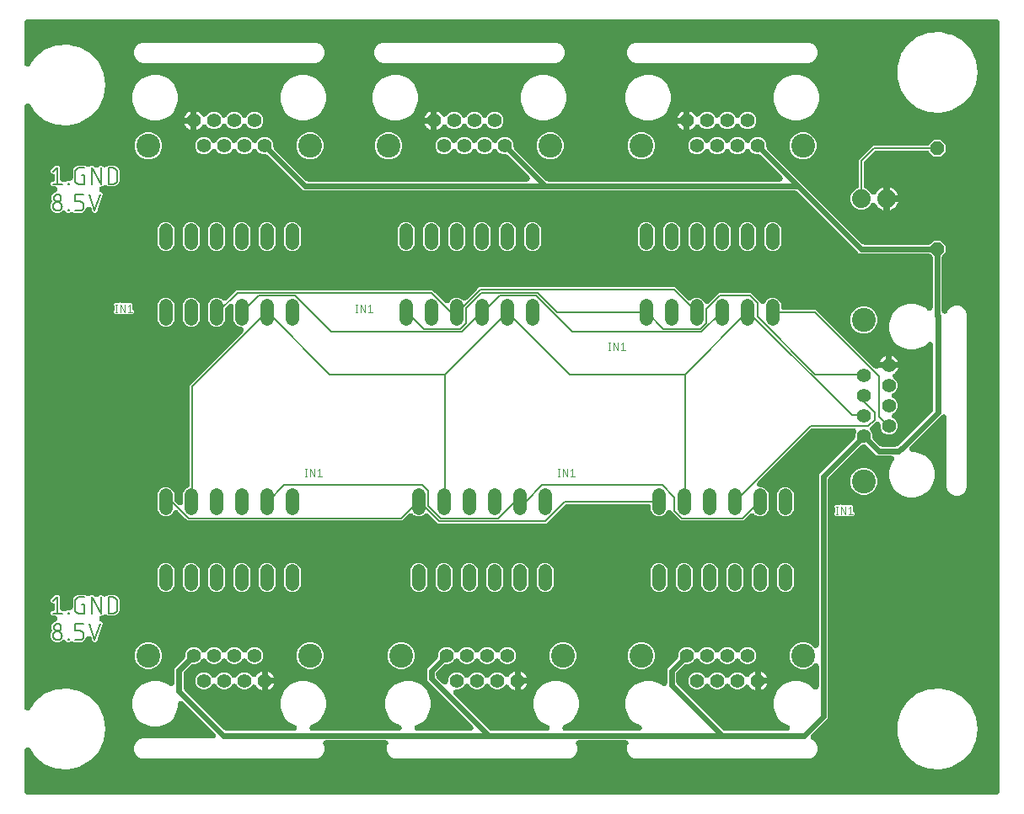
<source format=gbr>
G04 EAGLE Gerber RS-274X export*
G75*
%MOMM*%
%FSLAX34Y34*%
%LPD*%
%INTop Copper*%
%IPPOS*%
%AMOC8*
5,1,8,0,0,1.08239X$1,22.5*%
G01*
%ADD10C,0.152400*%
%ADD11C,0.076200*%
%ADD12C,1.879600*%
%ADD13C,1.422400*%
%ADD14C,2.400000*%
%ADD15P,1.429621X8X292.500000*%
%ADD16C,1.320800*%
%ADD17C,0.609600*%
%ADD18C,0.203200*%

G36*
X986868Y10167D02*
X986868Y10167D01*
X986944Y10165D01*
X987113Y10187D01*
X987284Y10201D01*
X987358Y10219D01*
X987433Y10229D01*
X987597Y10278D01*
X987763Y10319D01*
X987832Y10349D01*
X987906Y10371D01*
X988059Y10447D01*
X988216Y10514D01*
X988280Y10555D01*
X988349Y10588D01*
X988488Y10687D01*
X988632Y10779D01*
X988689Y10830D01*
X988751Y10874D01*
X988872Y10994D01*
X989000Y11108D01*
X989048Y11167D01*
X989102Y11221D01*
X989203Y11359D01*
X989310Y11492D01*
X989347Y11558D01*
X989392Y11619D01*
X989469Y11772D01*
X989554Y11920D01*
X989580Y11992D01*
X989615Y12060D01*
X989666Y12223D01*
X989725Y12383D01*
X989740Y12458D01*
X989763Y12530D01*
X989775Y12635D01*
X989820Y12867D01*
X989827Y13103D01*
X989839Y13208D01*
X989839Y786792D01*
X989833Y786868D01*
X989835Y786944D01*
X989813Y787113D01*
X989799Y787284D01*
X989781Y787358D01*
X989771Y787433D01*
X989722Y787597D01*
X989681Y787763D01*
X989651Y787832D01*
X989629Y787906D01*
X989553Y788059D01*
X989486Y788216D01*
X989445Y788280D01*
X989412Y788349D01*
X989313Y788488D01*
X989221Y788632D01*
X989170Y788689D01*
X989126Y788751D01*
X989006Y788872D01*
X988892Y789000D01*
X988833Y789048D01*
X988779Y789102D01*
X988641Y789203D01*
X988508Y789310D01*
X988442Y789347D01*
X988381Y789392D01*
X988228Y789469D01*
X988080Y789554D01*
X988008Y789580D01*
X987940Y789615D01*
X987777Y789666D01*
X987617Y789725D01*
X987542Y789740D01*
X987470Y789763D01*
X987365Y789775D01*
X987133Y789820D01*
X986897Y789827D01*
X986792Y789839D01*
X13208Y789839D01*
X13132Y789833D01*
X13056Y789835D01*
X12887Y789813D01*
X12716Y789799D01*
X12642Y789781D01*
X12567Y789771D01*
X12403Y789722D01*
X12237Y789681D01*
X12168Y789651D01*
X12094Y789629D01*
X11941Y789553D01*
X11784Y789486D01*
X11720Y789445D01*
X11651Y789412D01*
X11512Y789313D01*
X11368Y789221D01*
X11311Y789170D01*
X11249Y789126D01*
X11128Y789006D01*
X11000Y788892D01*
X10952Y788833D01*
X10898Y788779D01*
X10797Y788641D01*
X10690Y788508D01*
X10653Y788442D01*
X10608Y788381D01*
X10531Y788228D01*
X10446Y788080D01*
X10420Y788008D01*
X10385Y787940D01*
X10334Y787777D01*
X10275Y787617D01*
X10260Y787542D01*
X10237Y787470D01*
X10225Y787365D01*
X10180Y787133D01*
X10173Y786897D01*
X10161Y786792D01*
X10161Y745451D01*
X10167Y745375D01*
X10165Y745299D01*
X10187Y745129D01*
X10201Y744959D01*
X10219Y744885D01*
X10229Y744810D01*
X10278Y744646D01*
X10319Y744480D01*
X10349Y744410D01*
X10371Y744337D01*
X10447Y744184D01*
X10514Y744027D01*
X10555Y743963D01*
X10588Y743894D01*
X10687Y743755D01*
X10779Y743611D01*
X10830Y743554D01*
X10874Y743492D01*
X10994Y743371D01*
X11108Y743243D01*
X11167Y743195D01*
X11220Y743141D01*
X11359Y743040D01*
X11492Y742933D01*
X11558Y742895D01*
X11619Y742851D01*
X11772Y742774D01*
X11920Y742689D01*
X11992Y742663D01*
X12060Y742628D01*
X12223Y742577D01*
X12383Y742517D01*
X12458Y742503D01*
X12530Y742480D01*
X12699Y742456D01*
X12867Y742423D01*
X12943Y742420D01*
X13018Y742410D01*
X13190Y742413D01*
X13360Y742407D01*
X13435Y742417D01*
X13512Y742419D01*
X13680Y742450D01*
X13849Y742472D01*
X13922Y742494D01*
X13997Y742508D01*
X14158Y742565D01*
X14321Y742614D01*
X14390Y742648D01*
X14462Y742673D01*
X14611Y742756D01*
X14765Y742831D01*
X14827Y742875D01*
X14893Y742912D01*
X15028Y743018D01*
X15167Y743117D01*
X15221Y743170D01*
X15281Y743217D01*
X15350Y743297D01*
X15518Y743463D01*
X15657Y743655D01*
X15726Y743734D01*
X17188Y745879D01*
X19265Y748926D01*
X21033Y751519D01*
X30497Y759066D01*
X41764Y763488D01*
X53834Y764393D01*
X60340Y762908D01*
X60341Y762908D01*
X65635Y761699D01*
X76118Y755647D01*
X84350Y746774D01*
X89602Y735869D01*
X91406Y723900D01*
X89602Y711931D01*
X84351Y701026D01*
X76118Y692153D01*
X65635Y686101D01*
X53834Y683407D01*
X41764Y684312D01*
X30497Y688734D01*
X21033Y696281D01*
X15726Y704066D01*
X15678Y704125D01*
X15637Y704189D01*
X15523Y704316D01*
X15416Y704449D01*
X15359Y704500D01*
X15308Y704557D01*
X15175Y704664D01*
X15048Y704778D01*
X14984Y704819D01*
X14924Y704867D01*
X14776Y704951D01*
X14632Y705043D01*
X14562Y705073D01*
X14496Y705111D01*
X14335Y705170D01*
X14178Y705238D01*
X14105Y705256D01*
X14033Y705283D01*
X13866Y705315D01*
X13700Y705356D01*
X13624Y705363D01*
X13549Y705377D01*
X13379Y705383D01*
X13208Y705396D01*
X13132Y705390D01*
X13056Y705393D01*
X12887Y705370D01*
X12716Y705356D01*
X12642Y705338D01*
X12567Y705328D01*
X12403Y705279D01*
X12237Y705238D01*
X12167Y705208D01*
X12094Y705186D01*
X11941Y705110D01*
X11784Y705043D01*
X11720Y705002D01*
X11651Y704969D01*
X11512Y704870D01*
X11368Y704778D01*
X11311Y704727D01*
X11249Y704683D01*
X11128Y704563D01*
X11000Y704449D01*
X10952Y704390D01*
X10898Y704337D01*
X10797Y704198D01*
X10690Y704066D01*
X10653Y703999D01*
X10608Y703938D01*
X10531Y703785D01*
X10446Y703637D01*
X10420Y703565D01*
X10385Y703497D01*
X10334Y703334D01*
X10275Y703174D01*
X10260Y703100D01*
X10237Y703027D01*
X10225Y702922D01*
X10180Y702690D01*
X10173Y702454D01*
X10161Y702349D01*
X10161Y97751D01*
X10167Y97675D01*
X10165Y97599D01*
X10187Y97429D01*
X10201Y97259D01*
X10219Y97185D01*
X10229Y97110D01*
X10278Y96946D01*
X10319Y96780D01*
X10349Y96710D01*
X10371Y96637D01*
X10447Y96484D01*
X10514Y96327D01*
X10555Y96263D01*
X10588Y96194D01*
X10687Y96055D01*
X10779Y95911D01*
X10830Y95854D01*
X10874Y95792D01*
X10994Y95671D01*
X11108Y95543D01*
X11167Y95495D01*
X11220Y95441D01*
X11359Y95340D01*
X11492Y95233D01*
X11558Y95195D01*
X11619Y95151D01*
X11772Y95074D01*
X11920Y94989D01*
X11992Y94963D01*
X12060Y94928D01*
X12223Y94877D01*
X12383Y94817D01*
X12458Y94803D01*
X12530Y94780D01*
X12699Y94756D01*
X12867Y94723D01*
X12943Y94720D01*
X13018Y94710D01*
X13190Y94713D01*
X13360Y94707D01*
X13435Y94717D01*
X13512Y94719D01*
X13680Y94750D01*
X13849Y94772D01*
X13922Y94794D01*
X13997Y94808D01*
X14158Y94865D01*
X14321Y94914D01*
X14390Y94948D01*
X14462Y94973D01*
X14611Y95056D01*
X14765Y95131D01*
X14827Y95175D01*
X14893Y95212D01*
X15028Y95318D01*
X15167Y95417D01*
X15221Y95470D01*
X15281Y95517D01*
X15350Y95597D01*
X15518Y95763D01*
X15657Y95955D01*
X15726Y96034D01*
X16258Y96814D01*
X16258Y96815D01*
X18335Y99862D01*
X21033Y103819D01*
X30497Y111366D01*
X41764Y115788D01*
X53834Y116693D01*
X65635Y113999D01*
X76118Y107947D01*
X84350Y99074D01*
X89602Y88169D01*
X91406Y76200D01*
X89602Y64231D01*
X84350Y53326D01*
X76118Y44453D01*
X65635Y38401D01*
X53834Y35707D01*
X41764Y36612D01*
X30497Y41034D01*
X21033Y48581D01*
X15726Y56366D01*
X15678Y56425D01*
X15637Y56489D01*
X15523Y56616D01*
X15416Y56749D01*
X15359Y56800D01*
X15308Y56857D01*
X15175Y56964D01*
X15048Y57078D01*
X14984Y57119D01*
X14924Y57167D01*
X14776Y57251D01*
X14632Y57343D01*
X14562Y57373D01*
X14496Y57411D01*
X14335Y57470D01*
X14178Y57538D01*
X14105Y57556D01*
X14033Y57583D01*
X13866Y57615D01*
X13700Y57656D01*
X13624Y57663D01*
X13549Y57677D01*
X13379Y57683D01*
X13208Y57696D01*
X13132Y57690D01*
X13056Y57693D01*
X12887Y57670D01*
X12716Y57656D01*
X12642Y57638D01*
X12567Y57628D01*
X12403Y57579D01*
X12237Y57538D01*
X12167Y57508D01*
X12094Y57486D01*
X11941Y57410D01*
X11784Y57343D01*
X11720Y57302D01*
X11651Y57269D01*
X11512Y57170D01*
X11368Y57078D01*
X11311Y57027D01*
X11249Y56983D01*
X11128Y56863D01*
X11000Y56749D01*
X10952Y56690D01*
X10898Y56637D01*
X10797Y56498D01*
X10690Y56366D01*
X10653Y56299D01*
X10608Y56238D01*
X10531Y56085D01*
X10446Y55937D01*
X10420Y55865D01*
X10385Y55797D01*
X10334Y55634D01*
X10275Y55474D01*
X10260Y55400D01*
X10237Y55327D01*
X10225Y55222D01*
X10180Y54990D01*
X10173Y54754D01*
X10161Y54649D01*
X10161Y13208D01*
X10167Y13132D01*
X10165Y13056D01*
X10187Y12887D01*
X10201Y12716D01*
X10219Y12642D01*
X10229Y12567D01*
X10278Y12403D01*
X10319Y12237D01*
X10349Y12168D01*
X10371Y12094D01*
X10447Y11941D01*
X10514Y11784D01*
X10555Y11720D01*
X10588Y11651D01*
X10687Y11512D01*
X10779Y11368D01*
X10830Y11311D01*
X10874Y11249D01*
X10994Y11128D01*
X11108Y11000D01*
X11167Y10952D01*
X11221Y10898D01*
X11359Y10797D01*
X11492Y10690D01*
X11558Y10653D01*
X11619Y10608D01*
X11772Y10531D01*
X11920Y10446D01*
X11992Y10420D01*
X12060Y10385D01*
X12223Y10334D01*
X12383Y10275D01*
X12458Y10260D01*
X12530Y10237D01*
X12635Y10225D01*
X12867Y10180D01*
X13103Y10173D01*
X13208Y10161D01*
X986792Y10161D01*
X986868Y10167D01*
G37*
%LPC*%
G36*
X128559Y46239D02*
X128559Y46239D01*
X124824Y47786D01*
X121966Y50644D01*
X120419Y54379D01*
X120419Y58421D01*
X121966Y62156D01*
X124824Y65014D01*
X128559Y66561D01*
X199426Y66561D01*
X199464Y66564D01*
X199502Y66562D01*
X199710Y66584D01*
X199918Y66601D01*
X199955Y66610D01*
X199993Y66614D01*
X200194Y66669D01*
X200396Y66719D01*
X200431Y66734D01*
X200468Y66745D01*
X200658Y66832D01*
X200850Y66914D01*
X200882Y66934D01*
X200917Y66950D01*
X201090Y67067D01*
X201266Y67179D01*
X201294Y67204D01*
X201326Y67226D01*
X201478Y67369D01*
X201634Y67508D01*
X201658Y67537D01*
X201686Y67563D01*
X201813Y67729D01*
X201944Y67892D01*
X201963Y67925D01*
X201986Y67955D01*
X202084Y68139D01*
X202188Y68320D01*
X202201Y68356D01*
X202219Y68390D01*
X202287Y68587D01*
X202359Y68783D01*
X202367Y68820D01*
X202379Y68856D01*
X202414Y69063D01*
X202454Y69267D01*
X202455Y69305D01*
X202462Y69343D01*
X202463Y69552D01*
X202469Y69760D01*
X202464Y69798D01*
X202465Y69836D01*
X202432Y70043D01*
X202405Y70249D01*
X202394Y70286D01*
X202388Y70323D01*
X202323Y70522D01*
X202262Y70721D01*
X202246Y70756D01*
X202234Y70792D01*
X202137Y70977D01*
X202046Y71165D01*
X202024Y71196D01*
X202006Y71230D01*
X201948Y71302D01*
X201760Y71567D01*
X201639Y71689D01*
X201581Y71763D01*
X169613Y103731D01*
X169584Y103755D01*
X169558Y103784D01*
X169396Y103915D01*
X169237Y104050D01*
X169204Y104070D01*
X169174Y104094D01*
X168994Y104197D01*
X168814Y104305D01*
X168779Y104319D01*
X168746Y104338D01*
X168550Y104410D01*
X168356Y104488D01*
X168319Y104496D01*
X168283Y104509D01*
X168078Y104549D01*
X167874Y104595D01*
X167836Y104597D01*
X167799Y104604D01*
X167591Y104610D01*
X167382Y104622D01*
X167344Y104618D01*
X167306Y104619D01*
X167099Y104592D01*
X166891Y104570D01*
X166855Y104560D01*
X166817Y104555D01*
X166617Y104495D01*
X166416Y104439D01*
X166381Y104423D01*
X166344Y104412D01*
X166157Y104321D01*
X165967Y104234D01*
X165935Y104212D01*
X165901Y104196D01*
X165731Y104075D01*
X165558Y103958D01*
X165530Y103932D01*
X165499Y103910D01*
X165350Y103763D01*
X165198Y103620D01*
X165175Y103590D01*
X165148Y103563D01*
X165025Y103395D01*
X164898Y103229D01*
X164880Y103195D01*
X164858Y103165D01*
X164764Y102978D01*
X164665Y102794D01*
X164653Y102758D01*
X164635Y102724D01*
X164573Y102525D01*
X164505Y102328D01*
X164499Y102290D01*
X164487Y102254D01*
X164477Y102161D01*
X164422Y101841D01*
X164421Y101669D01*
X164411Y101576D01*
X164411Y98584D01*
X162849Y92757D01*
X159833Y87532D01*
X155568Y83267D01*
X150343Y80251D01*
X144516Y78689D01*
X138484Y78689D01*
X132657Y80251D01*
X127432Y83267D01*
X123167Y87532D01*
X120151Y92757D01*
X118589Y98584D01*
X118589Y104616D01*
X120151Y110443D01*
X123167Y115668D01*
X127432Y119933D01*
X132657Y122949D01*
X138484Y124511D01*
X144516Y124511D01*
X150343Y122949D01*
X155574Y119930D01*
X155585Y119917D01*
X155747Y119786D01*
X155906Y119651D01*
X155939Y119631D01*
X155969Y119607D01*
X156150Y119504D01*
X156329Y119396D01*
X156364Y119382D01*
X156397Y119363D01*
X156593Y119291D01*
X156787Y119213D01*
X156824Y119205D01*
X156860Y119192D01*
X157064Y119152D01*
X157268Y119106D01*
X157307Y119104D01*
X157344Y119097D01*
X157552Y119090D01*
X157761Y119079D01*
X157799Y119083D01*
X157837Y119082D01*
X158044Y119109D01*
X158252Y119131D01*
X158288Y119141D01*
X158326Y119146D01*
X158527Y119206D01*
X158727Y119261D01*
X158762Y119277D01*
X158799Y119288D01*
X158986Y119380D01*
X159176Y119467D01*
X159207Y119489D01*
X159242Y119505D01*
X159412Y119626D01*
X159585Y119743D01*
X159613Y119769D01*
X159644Y119791D01*
X159792Y119937D01*
X159945Y120080D01*
X159968Y120111D01*
X159995Y120138D01*
X160118Y120306D01*
X160245Y120472D01*
X160263Y120505D01*
X160285Y120536D01*
X160380Y120723D01*
X160478Y120906D01*
X160491Y120943D01*
X160508Y120977D01*
X160571Y121176D01*
X160638Y121373D01*
X160645Y121411D01*
X160656Y121447D01*
X160666Y121540D01*
X160721Y121859D01*
X160722Y122032D01*
X160732Y122125D01*
X160732Y136015D01*
X161429Y137695D01*
X170671Y146938D01*
X170745Y147025D01*
X170826Y147105D01*
X170904Y147212D01*
X170990Y147314D01*
X171049Y147411D01*
X171116Y147504D01*
X171176Y147622D01*
X171245Y147736D01*
X171287Y147842D01*
X171339Y147944D01*
X171379Y148071D01*
X171428Y148194D01*
X171453Y148305D01*
X171487Y148415D01*
X171497Y148508D01*
X171535Y148676D01*
X171553Y149000D01*
X171563Y149092D01*
X171563Y151718D01*
X172878Y154892D01*
X175308Y157322D01*
X178482Y158637D01*
X181918Y158637D01*
X185092Y157322D01*
X187522Y154892D01*
X187585Y154741D01*
X187602Y154707D01*
X187615Y154671D01*
X187715Y154487D01*
X187810Y154302D01*
X187832Y154271D01*
X187851Y154237D01*
X187979Y154072D01*
X188103Y153905D01*
X188130Y153878D01*
X188153Y153848D01*
X188306Y153706D01*
X188456Y153560D01*
X188487Y153538D01*
X188515Y153512D01*
X188689Y153397D01*
X188860Y153277D01*
X188894Y153261D01*
X188926Y153240D01*
X189117Y153154D01*
X189305Y153063D01*
X189341Y153052D01*
X189376Y153037D01*
X189578Y152983D01*
X189778Y152924D01*
X189816Y152919D01*
X189852Y152909D01*
X190061Y152888D01*
X190267Y152862D01*
X190305Y152864D01*
X190343Y152860D01*
X190552Y152873D01*
X190760Y152881D01*
X190798Y152888D01*
X190836Y152891D01*
X191039Y152937D01*
X191244Y152979D01*
X191280Y152992D01*
X191317Y153001D01*
X191510Y153079D01*
X191705Y153153D01*
X191738Y153172D01*
X191774Y153187D01*
X191952Y153295D01*
X192132Y153400D01*
X192162Y153424D01*
X192195Y153444D01*
X192353Y153580D01*
X192514Y153712D01*
X192540Y153741D01*
X192568Y153766D01*
X192703Y153926D01*
X192841Y154082D01*
X192861Y154115D01*
X192885Y154144D01*
X192930Y154225D01*
X193103Y154500D01*
X193170Y154658D01*
X193215Y154741D01*
X193278Y154892D01*
X195708Y157322D01*
X198882Y158637D01*
X202318Y158637D01*
X205492Y157322D01*
X207922Y154892D01*
X207985Y154741D01*
X208002Y154707D01*
X208015Y154671D01*
X208115Y154487D01*
X208210Y154302D01*
X208232Y154271D01*
X208251Y154237D01*
X208379Y154072D01*
X208503Y153905D01*
X208530Y153878D01*
X208553Y153848D01*
X208706Y153706D01*
X208856Y153560D01*
X208887Y153538D01*
X208915Y153512D01*
X209089Y153397D01*
X209260Y153277D01*
X209294Y153261D01*
X209326Y153240D01*
X209517Y153154D01*
X209705Y153063D01*
X209741Y153052D01*
X209776Y153037D01*
X209978Y152983D01*
X210178Y152924D01*
X210216Y152919D01*
X210252Y152909D01*
X210461Y152888D01*
X210667Y152862D01*
X210705Y152864D01*
X210743Y152860D01*
X210952Y152873D01*
X211160Y152881D01*
X211198Y152888D01*
X211236Y152891D01*
X211439Y152937D01*
X211644Y152979D01*
X211680Y152992D01*
X211717Y153001D01*
X211910Y153079D01*
X212105Y153153D01*
X212138Y153172D01*
X212174Y153187D01*
X212352Y153295D01*
X212532Y153400D01*
X212562Y153424D01*
X212595Y153444D01*
X212753Y153580D01*
X212914Y153712D01*
X212940Y153741D01*
X212968Y153766D01*
X213103Y153926D01*
X213241Y154082D01*
X213261Y154115D01*
X213285Y154144D01*
X213330Y154225D01*
X213503Y154500D01*
X213570Y154658D01*
X213615Y154741D01*
X213678Y154892D01*
X216108Y157322D01*
X219282Y158637D01*
X222718Y158637D01*
X225892Y157322D01*
X228322Y154892D01*
X228385Y154741D01*
X228402Y154707D01*
X228415Y154671D01*
X228515Y154487D01*
X228610Y154302D01*
X228632Y154271D01*
X228651Y154237D01*
X228779Y154072D01*
X228903Y153905D01*
X228930Y153878D01*
X228953Y153848D01*
X229106Y153706D01*
X229256Y153560D01*
X229287Y153538D01*
X229315Y153512D01*
X229489Y153397D01*
X229660Y153277D01*
X229694Y153261D01*
X229726Y153240D01*
X229917Y153154D01*
X230105Y153063D01*
X230141Y153052D01*
X230176Y153037D01*
X230378Y152983D01*
X230578Y152924D01*
X230616Y152919D01*
X230652Y152909D01*
X230861Y152888D01*
X231067Y152862D01*
X231105Y152864D01*
X231143Y152860D01*
X231352Y152873D01*
X231560Y152881D01*
X231598Y152888D01*
X231636Y152891D01*
X231839Y152937D01*
X232044Y152979D01*
X232080Y152992D01*
X232117Y153001D01*
X232310Y153079D01*
X232505Y153153D01*
X232538Y153172D01*
X232574Y153187D01*
X232752Y153295D01*
X232932Y153400D01*
X232962Y153424D01*
X232995Y153444D01*
X233153Y153580D01*
X233314Y153712D01*
X233340Y153741D01*
X233368Y153766D01*
X233503Y153926D01*
X233641Y154082D01*
X233661Y154115D01*
X233685Y154144D01*
X233730Y154225D01*
X233903Y154500D01*
X233970Y154658D01*
X234015Y154741D01*
X234078Y154892D01*
X236508Y157322D01*
X239682Y158637D01*
X243118Y158637D01*
X246292Y157322D01*
X248722Y154892D01*
X250037Y151718D01*
X250037Y148282D01*
X248722Y145108D01*
X246292Y142678D01*
X243118Y141363D01*
X239682Y141363D01*
X236508Y142678D01*
X234078Y145108D01*
X234015Y145259D01*
X233998Y145293D01*
X233985Y145329D01*
X233885Y145513D01*
X233790Y145698D01*
X233768Y145729D01*
X233749Y145763D01*
X233621Y145928D01*
X233497Y146095D01*
X233470Y146122D01*
X233447Y146152D01*
X233293Y146294D01*
X233144Y146440D01*
X233113Y146462D01*
X233085Y146488D01*
X232911Y146603D01*
X232740Y146723D01*
X232706Y146739D01*
X232674Y146760D01*
X232484Y146846D01*
X232296Y146937D01*
X232259Y146948D01*
X232224Y146963D01*
X232023Y147017D01*
X231822Y147076D01*
X231784Y147081D01*
X231748Y147091D01*
X231540Y147112D01*
X231333Y147138D01*
X231295Y147136D01*
X231257Y147140D01*
X231048Y147127D01*
X230840Y147119D01*
X230803Y147112D01*
X230764Y147109D01*
X230561Y147063D01*
X230356Y147021D01*
X230321Y147008D01*
X230283Y146999D01*
X230090Y146921D01*
X229895Y146847D01*
X229862Y146828D01*
X229827Y146813D01*
X229649Y146705D01*
X229468Y146600D01*
X229438Y146576D01*
X229406Y146556D01*
X229247Y146420D01*
X229086Y146288D01*
X229061Y146259D01*
X229032Y146234D01*
X228898Y146074D01*
X228759Y145918D01*
X228739Y145886D01*
X228715Y145856D01*
X228670Y145775D01*
X228497Y145500D01*
X228430Y145342D01*
X228385Y145259D01*
X228322Y145108D01*
X225892Y142678D01*
X222718Y141363D01*
X219282Y141363D01*
X216108Y142678D01*
X213678Y145108D01*
X213615Y145259D01*
X213598Y145293D01*
X213585Y145329D01*
X213485Y145513D01*
X213390Y145698D01*
X213368Y145729D01*
X213349Y145763D01*
X213221Y145928D01*
X213097Y146095D01*
X213070Y146122D01*
X213047Y146152D01*
X212893Y146294D01*
X212744Y146440D01*
X212713Y146462D01*
X212685Y146488D01*
X212511Y146603D01*
X212340Y146723D01*
X212306Y146739D01*
X212274Y146760D01*
X212084Y146846D01*
X211896Y146937D01*
X211859Y146948D01*
X211824Y146963D01*
X211623Y147017D01*
X211422Y147076D01*
X211384Y147081D01*
X211348Y147091D01*
X211140Y147112D01*
X210933Y147138D01*
X210895Y147136D01*
X210857Y147140D01*
X210648Y147127D01*
X210440Y147119D01*
X210403Y147112D01*
X210364Y147109D01*
X210161Y147063D01*
X209956Y147021D01*
X209921Y147008D01*
X209883Y146999D01*
X209690Y146921D01*
X209495Y146847D01*
X209462Y146828D01*
X209427Y146813D01*
X209249Y146705D01*
X209068Y146600D01*
X209038Y146576D01*
X209006Y146556D01*
X208847Y146420D01*
X208686Y146288D01*
X208661Y146259D01*
X208632Y146234D01*
X208498Y146074D01*
X208359Y145918D01*
X208339Y145886D01*
X208315Y145856D01*
X208270Y145775D01*
X208097Y145500D01*
X208030Y145342D01*
X207985Y145259D01*
X207922Y145108D01*
X205492Y142678D01*
X202318Y141363D01*
X198882Y141363D01*
X195708Y142678D01*
X193278Y145108D01*
X193215Y145259D01*
X193198Y145293D01*
X193185Y145329D01*
X193085Y145513D01*
X192990Y145698D01*
X192968Y145729D01*
X192949Y145763D01*
X192821Y145928D01*
X192697Y146095D01*
X192670Y146122D01*
X192647Y146152D01*
X192493Y146294D01*
X192344Y146440D01*
X192313Y146462D01*
X192285Y146488D01*
X192111Y146603D01*
X191940Y146723D01*
X191906Y146739D01*
X191874Y146760D01*
X191684Y146846D01*
X191496Y146937D01*
X191459Y146948D01*
X191424Y146963D01*
X191223Y147017D01*
X191022Y147076D01*
X190984Y147081D01*
X190948Y147091D01*
X190740Y147112D01*
X190533Y147138D01*
X190495Y147136D01*
X190457Y147140D01*
X190248Y147127D01*
X190040Y147119D01*
X190003Y147112D01*
X189964Y147109D01*
X189761Y147063D01*
X189556Y147021D01*
X189521Y147008D01*
X189483Y146999D01*
X189290Y146921D01*
X189095Y146847D01*
X189062Y146828D01*
X189027Y146813D01*
X188849Y146705D01*
X188668Y146600D01*
X188638Y146576D01*
X188606Y146556D01*
X188447Y146420D01*
X188286Y146288D01*
X188261Y146259D01*
X188232Y146234D01*
X188098Y146074D01*
X187959Y145918D01*
X187939Y145886D01*
X187915Y145856D01*
X187870Y145775D01*
X187697Y145500D01*
X187630Y145342D01*
X187585Y145259D01*
X187522Y145108D01*
X185092Y142678D01*
X181918Y141363D01*
X179292Y141363D01*
X179179Y141354D01*
X179064Y141355D01*
X178933Y141334D01*
X178801Y141323D01*
X178690Y141296D01*
X178577Y141278D01*
X178451Y141237D01*
X178322Y141205D01*
X178217Y141160D01*
X178108Y141124D01*
X177990Y141062D01*
X177868Y141010D01*
X177772Y140949D01*
X177671Y140896D01*
X177597Y140837D01*
X177452Y140745D01*
X177210Y140529D01*
X177138Y140471D01*
X170770Y134103D01*
X170696Y134017D01*
X170615Y133936D01*
X170537Y133829D01*
X170451Y133728D01*
X170392Y133630D01*
X170325Y133537D01*
X170265Y133419D01*
X170196Y133305D01*
X170154Y133199D01*
X170102Y133097D01*
X170062Y132970D01*
X170013Y132847D01*
X169989Y132736D01*
X169954Y132627D01*
X169944Y132533D01*
X169906Y132365D01*
X169888Y132041D01*
X169878Y131949D01*
X169878Y117661D01*
X169887Y117548D01*
X169886Y117433D01*
X169907Y117302D01*
X169918Y117170D01*
X169945Y117059D01*
X169963Y116946D01*
X170005Y116820D01*
X170037Y116691D01*
X170082Y116586D01*
X170117Y116477D01*
X170179Y116360D01*
X170231Y116237D01*
X170292Y116141D01*
X170345Y116040D01*
X170404Y115966D01*
X170496Y115821D01*
X170713Y115579D01*
X170770Y115507D01*
X211204Y75073D01*
X211291Y74999D01*
X211371Y74918D01*
X211478Y74840D01*
X211580Y74754D01*
X211678Y74695D01*
X211770Y74628D01*
X211888Y74568D01*
X212002Y74499D01*
X212108Y74457D01*
X212210Y74405D01*
X212337Y74365D01*
X212460Y74316D01*
X212572Y74291D01*
X212681Y74257D01*
X212774Y74247D01*
X212942Y74209D01*
X213266Y74191D01*
X213359Y74181D01*
X280964Y74181D01*
X281059Y74188D01*
X281154Y74187D01*
X281304Y74208D01*
X281455Y74221D01*
X281548Y74244D01*
X281642Y74257D01*
X281787Y74303D01*
X281934Y74339D01*
X282022Y74377D01*
X282112Y74406D01*
X282248Y74474D01*
X282388Y74534D01*
X282468Y74585D01*
X282553Y74628D01*
X282676Y74717D01*
X282804Y74799D01*
X282875Y74862D01*
X282952Y74918D01*
X283058Y75027D01*
X283172Y75128D01*
X283231Y75202D01*
X283298Y75269D01*
X283386Y75393D01*
X283482Y75512D01*
X283529Y75594D01*
X283584Y75672D01*
X283650Y75808D01*
X283726Y75940D01*
X283759Y76030D01*
X283800Y76115D01*
X283844Y76260D01*
X283897Y76403D01*
X283915Y76496D01*
X283943Y76587D01*
X283963Y76738D01*
X283992Y76887D01*
X283995Y76982D01*
X284007Y77076D01*
X284002Y77228D01*
X284007Y77380D01*
X283995Y77474D01*
X283992Y77569D01*
X283963Y77719D01*
X283943Y77869D01*
X283915Y77960D01*
X283897Y78054D01*
X283844Y78196D01*
X283800Y78341D01*
X283758Y78427D01*
X283725Y78516D01*
X283650Y78648D01*
X283583Y78785D01*
X283528Y78862D01*
X283481Y78945D01*
X283386Y79063D01*
X283298Y79187D01*
X283231Y79255D01*
X283171Y79329D01*
X283058Y79430D01*
X282951Y79538D01*
X282874Y79594D01*
X282803Y79657D01*
X282675Y79739D01*
X282552Y79828D01*
X282467Y79871D01*
X282387Y79922D01*
X282293Y79959D01*
X282112Y80051D01*
X281849Y80134D01*
X281752Y80171D01*
X281457Y80251D01*
X276232Y83267D01*
X271967Y87532D01*
X268951Y92757D01*
X267389Y98584D01*
X267389Y104616D01*
X268951Y110443D01*
X271967Y115668D01*
X276232Y119933D01*
X281457Y122949D01*
X287284Y124511D01*
X293316Y124511D01*
X299143Y122949D01*
X304368Y119933D01*
X308633Y115668D01*
X311649Y110443D01*
X313211Y104616D01*
X313211Y98584D01*
X311649Y92757D01*
X308633Y87532D01*
X304368Y83267D01*
X299143Y80251D01*
X298848Y80171D01*
X298758Y80139D01*
X298666Y80117D01*
X298526Y80057D01*
X298383Y80006D01*
X298300Y79960D01*
X298212Y79922D01*
X298084Y79840D01*
X297951Y79767D01*
X297876Y79708D01*
X297796Y79657D01*
X297683Y79556D01*
X297564Y79462D01*
X297499Y79392D01*
X297428Y79328D01*
X297333Y79210D01*
X297230Y79098D01*
X297178Y79018D01*
X297118Y78944D01*
X297043Y78812D01*
X296960Y78685D01*
X296922Y78598D01*
X296874Y78516D01*
X296822Y78373D01*
X296760Y78234D01*
X296736Y78142D01*
X296703Y78053D01*
X296674Y77904D01*
X296635Y77757D01*
X296626Y77662D01*
X296608Y77569D01*
X296603Y77417D01*
X296589Y77266D01*
X296596Y77171D01*
X296593Y77076D01*
X296613Y76925D01*
X296623Y76774D01*
X296645Y76681D01*
X296657Y76587D01*
X296701Y76441D01*
X296736Y76293D01*
X296772Y76206D01*
X296800Y76114D01*
X296867Y75978D01*
X296925Y75838D01*
X296975Y75757D01*
X297017Y75671D01*
X297105Y75547D01*
X297185Y75418D01*
X297247Y75347D01*
X297302Y75269D01*
X297409Y75161D01*
X297509Y75046D01*
X297582Y74986D01*
X297649Y74918D01*
X297771Y74829D01*
X297889Y74732D01*
X297971Y74684D01*
X298048Y74628D01*
X298183Y74559D01*
X298314Y74482D01*
X298403Y74448D01*
X298488Y74405D01*
X298633Y74360D01*
X298775Y74305D01*
X298868Y74286D01*
X298959Y74257D01*
X299059Y74246D01*
X299258Y74204D01*
X299533Y74192D01*
X299636Y74181D01*
X386164Y74181D01*
X386259Y74188D01*
X386354Y74187D01*
X386504Y74208D01*
X386655Y74221D01*
X386748Y74244D01*
X386842Y74257D01*
X386987Y74303D01*
X387134Y74339D01*
X387222Y74377D01*
X387312Y74406D01*
X387448Y74474D01*
X387588Y74534D01*
X387668Y74585D01*
X387753Y74628D01*
X387876Y74717D01*
X388004Y74799D01*
X388075Y74862D01*
X388152Y74918D01*
X388258Y75027D01*
X388372Y75128D01*
X388431Y75202D01*
X388498Y75269D01*
X388586Y75393D01*
X388682Y75512D01*
X388729Y75594D01*
X388784Y75672D01*
X388850Y75808D01*
X388926Y75940D01*
X388959Y76030D01*
X389000Y76115D01*
X389044Y76260D01*
X389097Y76403D01*
X389115Y76496D01*
X389143Y76587D01*
X389163Y76738D01*
X389192Y76887D01*
X389195Y76982D01*
X389207Y77076D01*
X389202Y77228D01*
X389207Y77380D01*
X389195Y77474D01*
X389192Y77569D01*
X389163Y77719D01*
X389143Y77869D01*
X389115Y77960D01*
X389097Y78054D01*
X389044Y78196D01*
X389000Y78341D01*
X388958Y78427D01*
X388925Y78516D01*
X388850Y78648D01*
X388783Y78785D01*
X388728Y78862D01*
X388681Y78945D01*
X388586Y79063D01*
X388498Y79187D01*
X388431Y79255D01*
X388371Y79329D01*
X388258Y79430D01*
X388151Y79538D01*
X388074Y79594D01*
X388003Y79657D01*
X387875Y79739D01*
X387752Y79828D01*
X387667Y79871D01*
X387587Y79922D01*
X387493Y79959D01*
X387312Y80051D01*
X387049Y80134D01*
X386952Y80171D01*
X386657Y80251D01*
X381432Y83267D01*
X377167Y87532D01*
X374151Y92757D01*
X372589Y98584D01*
X372589Y104616D01*
X374151Y110443D01*
X377167Y115668D01*
X381432Y119933D01*
X386657Y122949D01*
X392484Y124511D01*
X398516Y124511D01*
X404343Y122949D01*
X409568Y119933D01*
X413833Y115668D01*
X416849Y110443D01*
X418411Y104616D01*
X418411Y98584D01*
X416849Y92757D01*
X413833Y87532D01*
X409568Y83267D01*
X404343Y80251D01*
X404048Y80171D01*
X403958Y80139D01*
X403866Y80117D01*
X403726Y80057D01*
X403583Y80006D01*
X403500Y79960D01*
X403412Y79922D01*
X403284Y79840D01*
X403151Y79767D01*
X403076Y79708D01*
X402996Y79657D01*
X402883Y79556D01*
X402764Y79462D01*
X402699Y79392D01*
X402628Y79328D01*
X402533Y79210D01*
X402430Y79098D01*
X402378Y79018D01*
X402318Y78944D01*
X402243Y78812D01*
X402160Y78685D01*
X402122Y78598D01*
X402074Y78516D01*
X402022Y78373D01*
X401960Y78234D01*
X401936Y78142D01*
X401903Y78053D01*
X401874Y77904D01*
X401835Y77757D01*
X401826Y77662D01*
X401808Y77569D01*
X401803Y77417D01*
X401789Y77266D01*
X401796Y77171D01*
X401793Y77076D01*
X401813Y76925D01*
X401823Y76774D01*
X401845Y76681D01*
X401857Y76587D01*
X401901Y76441D01*
X401936Y76293D01*
X401972Y76206D01*
X402000Y76114D01*
X402067Y75978D01*
X402125Y75838D01*
X402175Y75757D01*
X402217Y75671D01*
X402305Y75547D01*
X402385Y75418D01*
X402447Y75347D01*
X402502Y75269D01*
X402609Y75161D01*
X402709Y75046D01*
X402782Y74986D01*
X402849Y74918D01*
X402971Y74829D01*
X403089Y74732D01*
X403171Y74684D01*
X403248Y74628D01*
X403383Y74559D01*
X403514Y74482D01*
X403603Y74448D01*
X403688Y74405D01*
X403833Y74360D01*
X403975Y74305D01*
X404068Y74286D01*
X404159Y74257D01*
X404259Y74246D01*
X404458Y74204D01*
X404733Y74192D01*
X404836Y74181D01*
X458096Y74181D01*
X458134Y74184D01*
X458172Y74182D01*
X458380Y74204D01*
X458587Y74221D01*
X458625Y74230D01*
X458662Y74234D01*
X458864Y74289D01*
X459066Y74339D01*
X459101Y74354D01*
X459138Y74365D01*
X459328Y74452D01*
X459520Y74534D01*
X459552Y74554D01*
X459586Y74570D01*
X459760Y74687D01*
X459936Y74799D01*
X459964Y74824D01*
X459996Y74846D01*
X460148Y74989D01*
X460304Y75128D01*
X460328Y75157D01*
X460355Y75183D01*
X460483Y75349D01*
X460614Y75512D01*
X460632Y75545D01*
X460656Y75575D01*
X460754Y75759D01*
X460858Y75940D01*
X460871Y75976D01*
X460889Y76010D01*
X460957Y76207D01*
X461029Y76403D01*
X461036Y76440D01*
X461049Y76476D01*
X461084Y76683D01*
X461124Y76887D01*
X461125Y76925D01*
X461131Y76963D01*
X461133Y77172D01*
X461139Y77380D01*
X461134Y77418D01*
X461134Y77456D01*
X461102Y77663D01*
X461075Y77869D01*
X461064Y77906D01*
X461058Y77943D01*
X460993Y78142D01*
X460932Y78341D01*
X460915Y78376D01*
X460904Y78412D01*
X460807Y78597D01*
X460715Y78785D01*
X460693Y78816D01*
X460676Y78850D01*
X460618Y78922D01*
X460430Y79187D01*
X460309Y79309D01*
X460250Y79383D01*
X415223Y124410D01*
X414527Y126090D01*
X414527Y135810D01*
X415223Y137490D01*
X424671Y146938D01*
X424745Y147025D01*
X424826Y147105D01*
X424904Y147212D01*
X424990Y147314D01*
X425049Y147411D01*
X425116Y147504D01*
X425176Y147622D01*
X425245Y147736D01*
X425287Y147842D01*
X425339Y147944D01*
X425379Y148071D01*
X425428Y148194D01*
X425453Y148305D01*
X425487Y148415D01*
X425497Y148508D01*
X425535Y148676D01*
X425553Y149000D01*
X425563Y149092D01*
X425563Y151718D01*
X426878Y154892D01*
X429308Y157322D01*
X432482Y158637D01*
X435918Y158637D01*
X439092Y157322D01*
X441522Y154892D01*
X441585Y154741D01*
X441602Y154706D01*
X441615Y154671D01*
X441715Y154487D01*
X441810Y154302D01*
X441832Y154271D01*
X441851Y154237D01*
X441979Y154072D01*
X442103Y153905D01*
X442130Y153878D01*
X442154Y153848D01*
X442306Y153706D01*
X442456Y153560D01*
X442487Y153538D01*
X442515Y153512D01*
X442689Y153397D01*
X442860Y153277D01*
X442894Y153261D01*
X442926Y153240D01*
X443116Y153154D01*
X443305Y153063D01*
X443341Y153052D01*
X443376Y153037D01*
X443577Y152983D01*
X443778Y152924D01*
X443816Y152919D01*
X443853Y152909D01*
X444060Y152888D01*
X444267Y152862D01*
X444305Y152864D01*
X444343Y152860D01*
X444552Y152873D01*
X444760Y152881D01*
X444798Y152888D01*
X444836Y152891D01*
X445039Y152937D01*
X445244Y152979D01*
X445280Y152992D01*
X445317Y153001D01*
X445510Y153079D01*
X445705Y153153D01*
X445738Y153172D01*
X445774Y153187D01*
X445951Y153295D01*
X446132Y153400D01*
X446162Y153424D01*
X446195Y153444D01*
X446353Y153580D01*
X446514Y153712D01*
X446540Y153741D01*
X446568Y153766D01*
X446703Y153926D01*
X446841Y154082D01*
X446861Y154114D01*
X446886Y154144D01*
X446931Y154225D01*
X447103Y154500D01*
X447170Y154658D01*
X447215Y154741D01*
X447278Y154892D01*
X449708Y157322D01*
X452882Y158637D01*
X456318Y158637D01*
X459492Y157322D01*
X461922Y154892D01*
X461985Y154741D01*
X462002Y154706D01*
X462015Y154671D01*
X462115Y154487D01*
X462210Y154302D01*
X462232Y154271D01*
X462251Y154237D01*
X462379Y154072D01*
X462503Y153905D01*
X462530Y153878D01*
X462554Y153848D01*
X462706Y153706D01*
X462856Y153560D01*
X462887Y153538D01*
X462915Y153512D01*
X463089Y153397D01*
X463260Y153277D01*
X463294Y153261D01*
X463326Y153240D01*
X463516Y153154D01*
X463705Y153063D01*
X463741Y153052D01*
X463776Y153037D01*
X463977Y152983D01*
X464178Y152924D01*
X464216Y152919D01*
X464253Y152909D01*
X464460Y152888D01*
X464667Y152862D01*
X464705Y152864D01*
X464743Y152860D01*
X464952Y152873D01*
X465160Y152881D01*
X465198Y152888D01*
X465236Y152891D01*
X465439Y152937D01*
X465644Y152979D01*
X465680Y152992D01*
X465717Y153001D01*
X465910Y153079D01*
X466105Y153153D01*
X466138Y153172D01*
X466174Y153187D01*
X466351Y153295D01*
X466532Y153400D01*
X466562Y153424D01*
X466595Y153444D01*
X466753Y153580D01*
X466914Y153712D01*
X466940Y153741D01*
X466968Y153766D01*
X467103Y153926D01*
X467241Y154082D01*
X467261Y154114D01*
X467286Y154144D01*
X467331Y154225D01*
X467503Y154500D01*
X467570Y154658D01*
X467615Y154741D01*
X467678Y154892D01*
X470108Y157322D01*
X473282Y158637D01*
X476718Y158637D01*
X479892Y157322D01*
X482322Y154892D01*
X482385Y154741D01*
X482402Y154706D01*
X482415Y154671D01*
X482515Y154487D01*
X482610Y154302D01*
X482632Y154271D01*
X482651Y154237D01*
X482779Y154072D01*
X482903Y153905D01*
X482930Y153878D01*
X482954Y153848D01*
X483106Y153706D01*
X483256Y153560D01*
X483287Y153538D01*
X483315Y153512D01*
X483489Y153397D01*
X483660Y153277D01*
X483694Y153261D01*
X483726Y153240D01*
X483916Y153154D01*
X484105Y153063D01*
X484141Y153052D01*
X484176Y153037D01*
X484377Y152983D01*
X484578Y152924D01*
X484616Y152919D01*
X484653Y152909D01*
X484860Y152888D01*
X485067Y152862D01*
X485105Y152864D01*
X485143Y152860D01*
X485352Y152873D01*
X485560Y152881D01*
X485598Y152888D01*
X485636Y152891D01*
X485839Y152937D01*
X486044Y152979D01*
X486080Y152992D01*
X486117Y153001D01*
X486310Y153079D01*
X486505Y153153D01*
X486538Y153172D01*
X486574Y153187D01*
X486751Y153295D01*
X486932Y153400D01*
X486962Y153424D01*
X486995Y153444D01*
X487153Y153580D01*
X487314Y153712D01*
X487340Y153741D01*
X487368Y153766D01*
X487503Y153926D01*
X487641Y154082D01*
X487661Y154114D01*
X487686Y154144D01*
X487731Y154225D01*
X487903Y154500D01*
X487970Y154658D01*
X488015Y154741D01*
X488078Y154892D01*
X490508Y157322D01*
X493682Y158637D01*
X497118Y158637D01*
X500292Y157322D01*
X502722Y154892D01*
X504037Y151718D01*
X504037Y148282D01*
X502722Y145108D01*
X500292Y142678D01*
X497118Y141363D01*
X493682Y141363D01*
X490508Y142678D01*
X488078Y145108D01*
X488015Y145259D01*
X487998Y145293D01*
X487985Y145329D01*
X487885Y145513D01*
X487790Y145698D01*
X487768Y145729D01*
X487749Y145763D01*
X487621Y145928D01*
X487497Y146095D01*
X487470Y146122D01*
X487447Y146152D01*
X487293Y146295D01*
X487144Y146440D01*
X487113Y146462D01*
X487085Y146488D01*
X486910Y146603D01*
X486740Y146723D01*
X486706Y146739D01*
X486674Y146760D01*
X486483Y146846D01*
X486296Y146937D01*
X486259Y146948D01*
X486224Y146963D01*
X486022Y147017D01*
X485822Y147076D01*
X485785Y147081D01*
X485748Y147091D01*
X485540Y147112D01*
X485333Y147138D01*
X485295Y147136D01*
X485257Y147140D01*
X485049Y147127D01*
X484840Y147119D01*
X484802Y147112D01*
X484764Y147109D01*
X484562Y147063D01*
X484356Y147021D01*
X484321Y147008D01*
X484283Y146999D01*
X484090Y146921D01*
X483895Y146847D01*
X483862Y146828D01*
X483826Y146813D01*
X483649Y146705D01*
X483468Y146600D01*
X483438Y146576D01*
X483406Y146556D01*
X483247Y146420D01*
X483086Y146288D01*
X483061Y146259D01*
X483032Y146234D01*
X482897Y146074D01*
X482759Y145918D01*
X482739Y145886D01*
X482715Y145856D01*
X482669Y145775D01*
X482497Y145500D01*
X482430Y145342D01*
X482385Y145259D01*
X482322Y145108D01*
X479892Y142678D01*
X476718Y141363D01*
X473282Y141363D01*
X470108Y142678D01*
X467678Y145108D01*
X467615Y145259D01*
X467598Y145293D01*
X467585Y145329D01*
X467485Y145513D01*
X467390Y145698D01*
X467368Y145729D01*
X467349Y145763D01*
X467221Y145928D01*
X467097Y146095D01*
X467070Y146122D01*
X467047Y146152D01*
X466893Y146295D01*
X466744Y146440D01*
X466713Y146462D01*
X466685Y146488D01*
X466510Y146603D01*
X466340Y146723D01*
X466306Y146739D01*
X466274Y146760D01*
X466083Y146846D01*
X465896Y146937D01*
X465859Y146948D01*
X465824Y146963D01*
X465622Y147017D01*
X465422Y147076D01*
X465385Y147081D01*
X465348Y147091D01*
X465140Y147112D01*
X464933Y147138D01*
X464895Y147136D01*
X464857Y147140D01*
X464649Y147127D01*
X464440Y147119D01*
X464402Y147112D01*
X464364Y147109D01*
X464162Y147063D01*
X463956Y147021D01*
X463921Y147008D01*
X463883Y146999D01*
X463690Y146921D01*
X463495Y146847D01*
X463462Y146828D01*
X463426Y146813D01*
X463249Y146705D01*
X463068Y146600D01*
X463038Y146576D01*
X463006Y146556D01*
X462847Y146420D01*
X462686Y146288D01*
X462661Y146259D01*
X462632Y146234D01*
X462497Y146074D01*
X462359Y145918D01*
X462339Y145886D01*
X462315Y145856D01*
X462269Y145775D01*
X462097Y145500D01*
X462030Y145342D01*
X461985Y145259D01*
X461922Y145108D01*
X459492Y142678D01*
X456318Y141363D01*
X452882Y141363D01*
X449708Y142678D01*
X447278Y145108D01*
X447215Y145259D01*
X447198Y145293D01*
X447185Y145329D01*
X447085Y145513D01*
X446990Y145698D01*
X446968Y145729D01*
X446949Y145763D01*
X446821Y145928D01*
X446697Y146095D01*
X446670Y146122D01*
X446647Y146152D01*
X446493Y146295D01*
X446344Y146440D01*
X446313Y146462D01*
X446285Y146488D01*
X446110Y146603D01*
X445940Y146723D01*
X445906Y146739D01*
X445874Y146760D01*
X445683Y146846D01*
X445496Y146937D01*
X445459Y146948D01*
X445424Y146963D01*
X445222Y147017D01*
X445022Y147076D01*
X444985Y147081D01*
X444948Y147091D01*
X444740Y147112D01*
X444533Y147138D01*
X444495Y147136D01*
X444457Y147140D01*
X444249Y147127D01*
X444040Y147119D01*
X444002Y147112D01*
X443964Y147109D01*
X443762Y147063D01*
X443556Y147021D01*
X443521Y147008D01*
X443483Y146999D01*
X443290Y146921D01*
X443095Y146847D01*
X443062Y146828D01*
X443026Y146813D01*
X442849Y146705D01*
X442668Y146600D01*
X442638Y146576D01*
X442606Y146556D01*
X442447Y146420D01*
X442286Y146288D01*
X442261Y146259D01*
X442232Y146234D01*
X442097Y146074D01*
X441959Y145918D01*
X441939Y145886D01*
X441915Y145856D01*
X441869Y145775D01*
X441697Y145500D01*
X441630Y145342D01*
X441585Y145259D01*
X441522Y145108D01*
X439092Y142678D01*
X435918Y141363D01*
X433292Y141363D01*
X433179Y141354D01*
X433064Y141355D01*
X432933Y141334D01*
X432801Y141323D01*
X432690Y141296D01*
X432577Y141278D01*
X432451Y141237D01*
X432322Y141205D01*
X432217Y141160D01*
X432108Y141124D01*
X431990Y141062D01*
X431868Y141010D01*
X431772Y140949D01*
X431671Y140896D01*
X431597Y140837D01*
X431452Y140745D01*
X431210Y140529D01*
X431138Y140471D01*
X424565Y133898D01*
X424491Y133811D01*
X424410Y133731D01*
X424332Y133624D01*
X424246Y133522D01*
X424187Y133425D01*
X424120Y133332D01*
X424060Y133214D01*
X423991Y133100D01*
X423949Y132994D01*
X423897Y132892D01*
X423857Y132765D01*
X423808Y132642D01*
X423783Y132531D01*
X423749Y132421D01*
X423739Y132328D01*
X423701Y132160D01*
X423683Y131836D01*
X423673Y131744D01*
X423673Y130156D01*
X423682Y130043D01*
X423681Y129928D01*
X423702Y129797D01*
X423713Y129665D01*
X423740Y129554D01*
X423758Y129441D01*
X423799Y129315D01*
X423831Y129186D01*
X423876Y129081D01*
X423912Y128972D01*
X423974Y128854D01*
X424026Y128732D01*
X424087Y128636D01*
X424140Y128535D01*
X424199Y128461D01*
X424291Y128316D01*
X424507Y128074D01*
X424565Y128002D01*
X430561Y122006D01*
X430590Y121981D01*
X430616Y121952D01*
X430778Y121822D01*
X430937Y121686D01*
X430970Y121666D01*
X431000Y121642D01*
X431181Y121539D01*
X431360Y121431D01*
X431395Y121417D01*
X431428Y121398D01*
X431624Y121326D01*
X431818Y121248D01*
X431855Y121240D01*
X431891Y121227D01*
X432096Y121187D01*
X432300Y121142D01*
X432338Y121139D01*
X432375Y121132D01*
X432583Y121126D01*
X432792Y121114D01*
X432830Y121118D01*
X432868Y121117D01*
X433075Y121144D01*
X433283Y121166D01*
X433319Y121176D01*
X433357Y121181D01*
X433557Y121242D01*
X433758Y121297D01*
X433793Y121313D01*
X433830Y121324D01*
X434017Y121415D01*
X434207Y121503D01*
X434239Y121524D01*
X434273Y121541D01*
X434442Y121661D01*
X434616Y121778D01*
X434644Y121804D01*
X434675Y121826D01*
X434823Y121973D01*
X434976Y122116D01*
X434999Y122146D01*
X435026Y122173D01*
X435149Y122342D01*
X435276Y122507D01*
X435294Y122541D01*
X435316Y122572D01*
X435410Y122757D01*
X435509Y122942D01*
X435522Y122978D01*
X435539Y123012D01*
X435601Y123211D01*
X435669Y123409D01*
X435675Y123446D01*
X435687Y123483D01*
X435697Y123575D01*
X435752Y123895D01*
X435753Y124067D01*
X435763Y124160D01*
X435763Y126318D01*
X437078Y129492D01*
X439508Y131922D01*
X442682Y133237D01*
X446118Y133237D01*
X449292Y131922D01*
X451722Y129492D01*
X451785Y129341D01*
X451802Y129306D01*
X451815Y129271D01*
X451915Y129087D01*
X452010Y128902D01*
X452032Y128871D01*
X452051Y128837D01*
X452179Y128672D01*
X452303Y128505D01*
X452330Y128478D01*
X452354Y128448D01*
X452506Y128306D01*
X452656Y128160D01*
X452687Y128138D01*
X452715Y128112D01*
X452889Y127997D01*
X453060Y127877D01*
X453094Y127861D01*
X453126Y127840D01*
X453316Y127754D01*
X453505Y127663D01*
X453541Y127652D01*
X453576Y127637D01*
X453777Y127583D01*
X453978Y127524D01*
X454016Y127519D01*
X454053Y127509D01*
X454260Y127488D01*
X454467Y127462D01*
X454505Y127464D01*
X454543Y127460D01*
X454752Y127473D01*
X454960Y127481D01*
X454998Y127488D01*
X455036Y127491D01*
X455239Y127537D01*
X455444Y127579D01*
X455480Y127592D01*
X455517Y127601D01*
X455710Y127679D01*
X455905Y127753D01*
X455938Y127772D01*
X455974Y127787D01*
X456151Y127895D01*
X456332Y128000D01*
X456362Y128024D01*
X456395Y128044D01*
X456553Y128180D01*
X456714Y128312D01*
X456740Y128341D01*
X456768Y128366D01*
X456903Y128526D01*
X457041Y128682D01*
X457061Y128714D01*
X457086Y128744D01*
X457131Y128825D01*
X457303Y129100D01*
X457370Y129258D01*
X457415Y129341D01*
X457478Y129492D01*
X459908Y131922D01*
X463082Y133237D01*
X466518Y133237D01*
X469692Y131922D01*
X472122Y129492D01*
X472185Y129341D01*
X472202Y129306D01*
X472215Y129271D01*
X472315Y129087D01*
X472410Y128902D01*
X472432Y128871D01*
X472451Y128837D01*
X472579Y128672D01*
X472703Y128505D01*
X472730Y128478D01*
X472754Y128448D01*
X472906Y128306D01*
X473056Y128160D01*
X473087Y128138D01*
X473115Y128112D01*
X473289Y127997D01*
X473460Y127877D01*
X473494Y127861D01*
X473526Y127840D01*
X473716Y127754D01*
X473905Y127663D01*
X473941Y127652D01*
X473976Y127637D01*
X474177Y127583D01*
X474378Y127524D01*
X474416Y127519D01*
X474453Y127509D01*
X474660Y127488D01*
X474867Y127462D01*
X474905Y127464D01*
X474943Y127460D01*
X475152Y127473D01*
X475360Y127481D01*
X475398Y127488D01*
X475436Y127491D01*
X475639Y127537D01*
X475844Y127579D01*
X475880Y127592D01*
X475917Y127601D01*
X476110Y127679D01*
X476305Y127753D01*
X476338Y127772D01*
X476374Y127787D01*
X476551Y127895D01*
X476732Y128000D01*
X476762Y128024D01*
X476795Y128044D01*
X476953Y128180D01*
X477114Y128312D01*
X477140Y128341D01*
X477168Y128366D01*
X477303Y128526D01*
X477441Y128682D01*
X477461Y128714D01*
X477486Y128744D01*
X477531Y128825D01*
X477703Y129100D01*
X477770Y129258D01*
X477815Y129341D01*
X477878Y129492D01*
X480308Y131922D01*
X483482Y133237D01*
X486918Y133237D01*
X490092Y131922D01*
X492722Y129292D01*
X492774Y129248D01*
X492821Y129198D01*
X492962Y129088D01*
X493098Y128973D01*
X493156Y128937D01*
X493211Y128895D01*
X493368Y128810D01*
X493520Y128718D01*
X493584Y128693D01*
X493644Y128660D01*
X493813Y128601D01*
X493978Y128535D01*
X494045Y128520D01*
X494110Y128498D01*
X494286Y128467D01*
X494460Y128428D01*
X494529Y128425D01*
X494596Y128413D01*
X494774Y128411D01*
X494953Y128401D01*
X495021Y128408D01*
X495089Y128407D01*
X495266Y128434D01*
X495443Y128453D01*
X495509Y128471D01*
X495577Y128481D01*
X495747Y128536D01*
X495919Y128584D01*
X495981Y128612D01*
X496047Y128633D01*
X496205Y128715D01*
X496367Y128789D01*
X496424Y128828D01*
X496485Y128859D01*
X496629Y128965D01*
X496777Y129065D01*
X496827Y129112D01*
X496882Y129152D01*
X496953Y129230D01*
X497136Y129403D01*
X497271Y129579D01*
X497342Y129656D01*
X498237Y130888D01*
X499312Y131963D01*
X500541Y132856D01*
X501895Y133546D01*
X502553Y133759D01*
X502553Y124600D01*
X502553Y115441D01*
X501895Y115654D01*
X500541Y116344D01*
X499312Y117237D01*
X498237Y118312D01*
X497342Y119544D01*
X497297Y119596D01*
X497259Y119653D01*
X497137Y119783D01*
X497021Y119918D01*
X496968Y119963D01*
X496921Y120013D01*
X496779Y120121D01*
X496643Y120236D01*
X496584Y120271D01*
X496530Y120313D01*
X496372Y120397D01*
X496219Y120489D01*
X496155Y120514D01*
X496095Y120546D01*
X495926Y120604D01*
X495760Y120669D01*
X495693Y120684D01*
X495628Y120706D01*
X495452Y120736D01*
X495278Y120774D01*
X495210Y120777D01*
X495142Y120789D01*
X494963Y120790D01*
X494785Y120799D01*
X494717Y120791D01*
X494649Y120792D01*
X494472Y120764D01*
X494295Y120744D01*
X494229Y120726D01*
X494161Y120715D01*
X493992Y120659D01*
X493820Y120611D01*
X493758Y120582D01*
X493693Y120561D01*
X493534Y120478D01*
X493373Y120403D01*
X493316Y120365D01*
X493255Y120333D01*
X493172Y120267D01*
X492965Y120126D01*
X492804Y119973D01*
X492722Y119908D01*
X490092Y117278D01*
X486918Y115963D01*
X483482Y115963D01*
X480308Y117278D01*
X477878Y119708D01*
X477815Y119859D01*
X477798Y119893D01*
X477785Y119929D01*
X477685Y120113D01*
X477590Y120298D01*
X477568Y120329D01*
X477549Y120363D01*
X477421Y120528D01*
X477297Y120695D01*
X477270Y120722D01*
X477247Y120752D01*
X477093Y120895D01*
X476944Y121040D01*
X476913Y121062D01*
X476885Y121088D01*
X476710Y121203D01*
X476540Y121323D01*
X476506Y121339D01*
X476474Y121360D01*
X476283Y121446D01*
X476096Y121537D01*
X476059Y121548D01*
X476024Y121563D01*
X475822Y121617D01*
X475622Y121676D01*
X475585Y121681D01*
X475548Y121691D01*
X475340Y121712D01*
X475133Y121738D01*
X475095Y121736D01*
X475057Y121740D01*
X474849Y121727D01*
X474640Y121719D01*
X474602Y121712D01*
X474564Y121709D01*
X474362Y121663D01*
X474156Y121621D01*
X474121Y121608D01*
X474083Y121599D01*
X473890Y121521D01*
X473695Y121447D01*
X473662Y121428D01*
X473626Y121413D01*
X473449Y121305D01*
X473268Y121200D01*
X473238Y121176D01*
X473206Y121156D01*
X473047Y121020D01*
X472886Y120888D01*
X472861Y120859D01*
X472832Y120834D01*
X472697Y120674D01*
X472559Y120518D01*
X472539Y120486D01*
X472515Y120456D01*
X472469Y120375D01*
X472297Y120100D01*
X472230Y119942D01*
X472185Y119859D01*
X472122Y119708D01*
X469692Y117278D01*
X466518Y115963D01*
X463082Y115963D01*
X459908Y117278D01*
X457478Y119708D01*
X457415Y119859D01*
X457398Y119893D01*
X457385Y119929D01*
X457285Y120113D01*
X457190Y120298D01*
X457168Y120329D01*
X457149Y120363D01*
X457021Y120528D01*
X456897Y120695D01*
X456870Y120722D01*
X456847Y120752D01*
X456693Y120895D01*
X456544Y121040D01*
X456513Y121062D01*
X456485Y121088D01*
X456310Y121203D01*
X456140Y121323D01*
X456106Y121339D01*
X456074Y121360D01*
X455883Y121446D01*
X455696Y121537D01*
X455659Y121548D01*
X455624Y121563D01*
X455422Y121617D01*
X455222Y121676D01*
X455185Y121681D01*
X455148Y121691D01*
X454940Y121712D01*
X454733Y121738D01*
X454695Y121736D01*
X454657Y121740D01*
X454449Y121727D01*
X454240Y121719D01*
X454202Y121712D01*
X454164Y121709D01*
X453962Y121663D01*
X453756Y121621D01*
X453721Y121608D01*
X453683Y121599D01*
X453490Y121521D01*
X453295Y121447D01*
X453262Y121428D01*
X453226Y121413D01*
X453049Y121305D01*
X452868Y121200D01*
X452838Y121176D01*
X452806Y121156D01*
X452647Y121020D01*
X452486Y120888D01*
X452461Y120859D01*
X452432Y120834D01*
X452297Y120674D01*
X452159Y120518D01*
X452139Y120486D01*
X452115Y120456D01*
X452069Y120375D01*
X451897Y120100D01*
X451830Y119942D01*
X451785Y119859D01*
X451722Y119708D01*
X449292Y117278D01*
X446118Y115963D01*
X443960Y115963D01*
X443922Y115960D01*
X443884Y115962D01*
X443676Y115940D01*
X443469Y115923D01*
X443431Y115914D01*
X443394Y115910D01*
X443192Y115855D01*
X442990Y115805D01*
X442955Y115790D01*
X442918Y115779D01*
X442728Y115692D01*
X442536Y115610D01*
X442504Y115590D01*
X442470Y115574D01*
X442296Y115457D01*
X442120Y115345D01*
X442092Y115320D01*
X442060Y115298D01*
X441908Y115155D01*
X441752Y115016D01*
X441728Y114987D01*
X441701Y114961D01*
X441573Y114795D01*
X441442Y114632D01*
X441424Y114599D01*
X441400Y114569D01*
X441302Y114385D01*
X441198Y114204D01*
X441185Y114168D01*
X441167Y114134D01*
X441099Y113937D01*
X441027Y113741D01*
X441020Y113704D01*
X441007Y113668D01*
X440972Y113461D01*
X440932Y113257D01*
X440931Y113219D01*
X440925Y113181D01*
X440923Y112972D01*
X440917Y112764D01*
X440922Y112726D01*
X440922Y112688D01*
X440954Y112481D01*
X440981Y112275D01*
X440992Y112238D01*
X440998Y112201D01*
X441063Y112002D01*
X441124Y111803D01*
X441141Y111768D01*
X441152Y111732D01*
X441249Y111547D01*
X441341Y111359D01*
X441363Y111328D01*
X441380Y111294D01*
X441438Y111222D01*
X441626Y110957D01*
X441747Y110835D01*
X441806Y110761D01*
X477494Y75073D01*
X477581Y74999D01*
X477661Y74918D01*
X477768Y74840D01*
X477870Y74754D01*
X477967Y74695D01*
X478060Y74628D01*
X478178Y74568D01*
X478292Y74499D01*
X478398Y74457D01*
X478500Y74405D01*
X478627Y74365D01*
X478750Y74316D01*
X478861Y74291D01*
X478971Y74257D01*
X479064Y74247D01*
X479232Y74209D01*
X479556Y74191D01*
X479648Y74181D01*
X534964Y74181D01*
X535059Y74188D01*
X535154Y74187D01*
X535304Y74208D01*
X535455Y74221D01*
X535548Y74244D01*
X535642Y74257D01*
X535787Y74303D01*
X535934Y74339D01*
X536022Y74377D01*
X536112Y74406D01*
X536248Y74474D01*
X536388Y74534D01*
X536468Y74585D01*
X536553Y74628D01*
X536676Y74717D01*
X536804Y74799D01*
X536875Y74862D01*
X536952Y74918D01*
X537058Y75027D01*
X537172Y75128D01*
X537231Y75202D01*
X537298Y75269D01*
X537386Y75393D01*
X537482Y75512D01*
X537529Y75594D01*
X537584Y75672D01*
X537650Y75808D01*
X537726Y75940D01*
X537759Y76030D01*
X537800Y76115D01*
X537844Y76260D01*
X537897Y76403D01*
X537915Y76496D01*
X537943Y76587D01*
X537963Y76738D01*
X537992Y76887D01*
X537995Y76982D01*
X538007Y77076D01*
X538002Y77228D01*
X538007Y77380D01*
X537995Y77474D01*
X537992Y77569D01*
X537963Y77719D01*
X537943Y77869D01*
X537915Y77960D01*
X537897Y78054D01*
X537844Y78196D01*
X537800Y78341D01*
X537758Y78427D01*
X537725Y78516D01*
X537650Y78648D01*
X537583Y78785D01*
X537528Y78862D01*
X537481Y78945D01*
X537386Y79063D01*
X537298Y79187D01*
X537231Y79255D01*
X537171Y79329D01*
X537058Y79430D01*
X536951Y79538D01*
X536874Y79594D01*
X536803Y79657D01*
X536675Y79739D01*
X536552Y79828D01*
X536467Y79871D01*
X536387Y79922D01*
X536293Y79959D01*
X536112Y80051D01*
X535849Y80134D01*
X535752Y80171D01*
X535457Y80251D01*
X530232Y83267D01*
X525967Y87532D01*
X522951Y92757D01*
X521389Y98584D01*
X521389Y104616D01*
X522951Y110443D01*
X525967Y115668D01*
X530232Y119933D01*
X535457Y122949D01*
X541284Y124511D01*
X547316Y124511D01*
X553143Y122949D01*
X558368Y119933D01*
X562633Y115668D01*
X565649Y110443D01*
X567211Y104616D01*
X567211Y98584D01*
X565649Y92757D01*
X562633Y87532D01*
X558368Y83267D01*
X553143Y80251D01*
X552848Y80171D01*
X552758Y80139D01*
X552666Y80117D01*
X552526Y80057D01*
X552383Y80006D01*
X552300Y79960D01*
X552212Y79922D01*
X552084Y79840D01*
X551951Y79767D01*
X551876Y79708D01*
X551796Y79657D01*
X551683Y79556D01*
X551564Y79462D01*
X551499Y79392D01*
X551428Y79328D01*
X551333Y79210D01*
X551230Y79098D01*
X551178Y79018D01*
X551118Y78944D01*
X551043Y78812D01*
X550960Y78685D01*
X550922Y78598D01*
X550874Y78516D01*
X550822Y78373D01*
X550760Y78234D01*
X550736Y78142D01*
X550703Y78053D01*
X550674Y77904D01*
X550635Y77757D01*
X550626Y77662D01*
X550608Y77569D01*
X550603Y77417D01*
X550589Y77266D01*
X550596Y77171D01*
X550593Y77076D01*
X550613Y76925D01*
X550623Y76774D01*
X550645Y76681D01*
X550657Y76587D01*
X550701Y76441D01*
X550736Y76293D01*
X550772Y76206D01*
X550800Y76114D01*
X550867Y75978D01*
X550925Y75838D01*
X550975Y75757D01*
X551017Y75671D01*
X551105Y75547D01*
X551185Y75418D01*
X551247Y75347D01*
X551302Y75269D01*
X551409Y75161D01*
X551509Y75046D01*
X551582Y74986D01*
X551649Y74918D01*
X551771Y74829D01*
X551889Y74732D01*
X551971Y74684D01*
X552048Y74628D01*
X552183Y74559D01*
X552314Y74482D01*
X552403Y74448D01*
X552488Y74405D01*
X552633Y74360D01*
X552775Y74305D01*
X552868Y74286D01*
X552959Y74257D01*
X553059Y74246D01*
X553258Y74204D01*
X553533Y74192D01*
X553636Y74181D01*
X627464Y74181D01*
X627559Y74188D01*
X627654Y74187D01*
X627804Y74208D01*
X627955Y74221D01*
X628048Y74244D01*
X628142Y74257D01*
X628287Y74303D01*
X628434Y74339D01*
X628522Y74377D01*
X628612Y74406D01*
X628748Y74474D01*
X628888Y74534D01*
X628968Y74585D01*
X629053Y74628D01*
X629176Y74717D01*
X629304Y74799D01*
X629375Y74862D01*
X629452Y74918D01*
X629558Y75027D01*
X629672Y75128D01*
X629731Y75202D01*
X629798Y75269D01*
X629886Y75393D01*
X629982Y75512D01*
X630029Y75594D01*
X630084Y75672D01*
X630150Y75808D01*
X630226Y75940D01*
X630259Y76030D01*
X630300Y76115D01*
X630344Y76260D01*
X630397Y76403D01*
X630415Y76496D01*
X630443Y76587D01*
X630463Y76738D01*
X630492Y76887D01*
X630495Y76982D01*
X630507Y77076D01*
X630502Y77228D01*
X630507Y77380D01*
X630495Y77474D01*
X630492Y77569D01*
X630463Y77719D01*
X630443Y77869D01*
X630415Y77960D01*
X630397Y78054D01*
X630344Y78196D01*
X630300Y78341D01*
X630258Y78427D01*
X630225Y78516D01*
X630150Y78648D01*
X630083Y78785D01*
X630028Y78862D01*
X629981Y78945D01*
X629886Y79063D01*
X629798Y79187D01*
X629731Y79255D01*
X629671Y79329D01*
X629558Y79430D01*
X629451Y79538D01*
X629374Y79594D01*
X629303Y79657D01*
X629175Y79739D01*
X629052Y79828D01*
X628967Y79871D01*
X628887Y79922D01*
X628793Y79959D01*
X628612Y80051D01*
X628349Y80134D01*
X628252Y80171D01*
X627957Y80251D01*
X622732Y83267D01*
X618467Y87532D01*
X615451Y92757D01*
X613889Y98584D01*
X613889Y104616D01*
X615451Y110443D01*
X618467Y115668D01*
X622732Y119933D01*
X627957Y122949D01*
X633784Y124511D01*
X639816Y124511D01*
X645643Y122949D01*
X651003Y119855D01*
X651034Y119837D01*
X651064Y119812D01*
X651244Y119710D01*
X651423Y119602D01*
X651459Y119587D01*
X651492Y119568D01*
X651687Y119496D01*
X651881Y119419D01*
X651919Y119410D01*
X651955Y119397D01*
X652159Y119357D01*
X652362Y119312D01*
X652401Y119309D01*
X652439Y119302D01*
X652646Y119296D01*
X652855Y119284D01*
X652894Y119288D01*
X652932Y119287D01*
X653138Y119314D01*
X653346Y119336D01*
X653383Y119346D01*
X653421Y119351D01*
X653621Y119411D01*
X653821Y119466D01*
X653856Y119482D01*
X653894Y119494D01*
X654080Y119585D01*
X654270Y119672D01*
X654302Y119693D01*
X654337Y119710D01*
X654506Y119831D01*
X654679Y119947D01*
X654707Y119973D01*
X654739Y119996D01*
X654887Y120143D01*
X655039Y120285D01*
X655062Y120315D01*
X655090Y120343D01*
X655213Y120511D01*
X655339Y120676D01*
X655358Y120710D01*
X655380Y120741D01*
X655474Y120927D01*
X655573Y121111D01*
X655585Y121147D01*
X655603Y121182D01*
X655665Y121380D01*
X655733Y121577D01*
X655739Y121615D01*
X655751Y121652D01*
X655761Y121745D01*
X655816Y122064D01*
X655817Y122236D01*
X655827Y122330D01*
X655827Y135810D01*
X656523Y137490D01*
X658238Y139205D01*
X665971Y146938D01*
X666045Y147025D01*
X666126Y147105D01*
X666204Y147212D01*
X666290Y147313D01*
X666349Y147411D01*
X666416Y147504D01*
X666476Y147622D01*
X666545Y147736D01*
X666587Y147842D01*
X666639Y147944D01*
X666679Y148071D01*
X666728Y148194D01*
X666753Y148305D01*
X666787Y148415D01*
X666797Y148508D01*
X666835Y148676D01*
X666853Y149000D01*
X666863Y149092D01*
X666863Y151718D01*
X668178Y154892D01*
X670608Y157322D01*
X673782Y158637D01*
X677218Y158637D01*
X680392Y157322D01*
X682822Y154892D01*
X682885Y154741D01*
X682902Y154707D01*
X682915Y154671D01*
X683015Y154487D01*
X683110Y154302D01*
X683132Y154271D01*
X683151Y154237D01*
X683279Y154072D01*
X683403Y153905D01*
X683430Y153878D01*
X683453Y153848D01*
X683606Y153706D01*
X683756Y153560D01*
X683787Y153538D01*
X683815Y153512D01*
X683989Y153397D01*
X684160Y153277D01*
X684194Y153261D01*
X684226Y153240D01*
X684417Y153154D01*
X684605Y153063D01*
X684641Y153052D01*
X684676Y153037D01*
X684878Y152983D01*
X685078Y152924D01*
X685116Y152919D01*
X685152Y152909D01*
X685361Y152888D01*
X685567Y152862D01*
X685605Y152864D01*
X685643Y152860D01*
X685852Y152873D01*
X686060Y152881D01*
X686098Y152888D01*
X686136Y152891D01*
X686339Y152937D01*
X686544Y152979D01*
X686580Y152992D01*
X686617Y153001D01*
X686810Y153079D01*
X687005Y153153D01*
X687038Y153172D01*
X687074Y153187D01*
X687252Y153295D01*
X687432Y153400D01*
X687462Y153424D01*
X687495Y153444D01*
X687653Y153580D01*
X687814Y153712D01*
X687840Y153741D01*
X687868Y153766D01*
X688003Y153926D01*
X688141Y154082D01*
X688161Y154115D01*
X688185Y154144D01*
X688230Y154225D01*
X688403Y154500D01*
X688470Y154658D01*
X688515Y154741D01*
X688578Y154892D01*
X691008Y157322D01*
X694182Y158637D01*
X697618Y158637D01*
X700792Y157322D01*
X703222Y154892D01*
X703285Y154741D01*
X703302Y154707D01*
X703315Y154671D01*
X703415Y154487D01*
X703510Y154302D01*
X703532Y154271D01*
X703551Y154237D01*
X703679Y154072D01*
X703803Y153905D01*
X703830Y153878D01*
X703853Y153848D01*
X704006Y153706D01*
X704156Y153560D01*
X704187Y153538D01*
X704215Y153512D01*
X704389Y153397D01*
X704560Y153277D01*
X704594Y153261D01*
X704626Y153240D01*
X704817Y153154D01*
X705005Y153063D01*
X705041Y153052D01*
X705076Y153037D01*
X705278Y152983D01*
X705478Y152924D01*
X705516Y152919D01*
X705552Y152909D01*
X705761Y152888D01*
X705967Y152862D01*
X706005Y152864D01*
X706043Y152860D01*
X706252Y152873D01*
X706460Y152881D01*
X706498Y152888D01*
X706536Y152891D01*
X706739Y152937D01*
X706944Y152979D01*
X706980Y152992D01*
X707017Y153001D01*
X707210Y153079D01*
X707405Y153153D01*
X707438Y153172D01*
X707474Y153187D01*
X707652Y153295D01*
X707832Y153400D01*
X707862Y153424D01*
X707895Y153444D01*
X708053Y153580D01*
X708214Y153712D01*
X708240Y153741D01*
X708268Y153766D01*
X708403Y153926D01*
X708541Y154082D01*
X708561Y154115D01*
X708585Y154144D01*
X708630Y154225D01*
X708803Y154500D01*
X708870Y154658D01*
X708915Y154741D01*
X708978Y154892D01*
X711408Y157322D01*
X714582Y158637D01*
X718018Y158637D01*
X721192Y157322D01*
X723622Y154892D01*
X723685Y154741D01*
X723702Y154706D01*
X723715Y154671D01*
X723815Y154487D01*
X723910Y154302D01*
X723932Y154271D01*
X723951Y154237D01*
X724079Y154072D01*
X724203Y153905D01*
X724230Y153878D01*
X724254Y153848D01*
X724406Y153706D01*
X724556Y153560D01*
X724587Y153538D01*
X724615Y153512D01*
X724789Y153397D01*
X724960Y153277D01*
X724994Y153261D01*
X725026Y153240D01*
X725216Y153154D01*
X725405Y153063D01*
X725441Y153052D01*
X725476Y153037D01*
X725677Y152983D01*
X725878Y152924D01*
X725916Y152919D01*
X725953Y152909D01*
X726160Y152888D01*
X726367Y152862D01*
X726405Y152864D01*
X726443Y152860D01*
X726652Y152873D01*
X726860Y152881D01*
X726898Y152888D01*
X726936Y152891D01*
X727139Y152937D01*
X727344Y152979D01*
X727380Y152992D01*
X727417Y153001D01*
X727610Y153079D01*
X727805Y153153D01*
X727838Y153172D01*
X727874Y153187D01*
X728051Y153295D01*
X728232Y153400D01*
X728262Y153424D01*
X728295Y153444D01*
X728453Y153580D01*
X728614Y153712D01*
X728640Y153741D01*
X728668Y153766D01*
X728803Y153926D01*
X728941Y154082D01*
X728961Y154114D01*
X728986Y154144D01*
X729031Y154225D01*
X729203Y154500D01*
X729270Y154658D01*
X729315Y154741D01*
X729378Y154892D01*
X731808Y157322D01*
X734982Y158637D01*
X738418Y158637D01*
X741592Y157322D01*
X744022Y154892D01*
X745337Y151718D01*
X745337Y148282D01*
X744022Y145108D01*
X741592Y142678D01*
X738418Y141363D01*
X734982Y141363D01*
X731808Y142678D01*
X729378Y145108D01*
X729315Y145259D01*
X729298Y145293D01*
X729285Y145329D01*
X729185Y145513D01*
X729090Y145698D01*
X729068Y145729D01*
X729049Y145763D01*
X728921Y145928D01*
X728797Y146095D01*
X728770Y146122D01*
X728747Y146152D01*
X728593Y146295D01*
X728444Y146440D01*
X728413Y146462D01*
X728385Y146488D01*
X728210Y146603D01*
X728040Y146723D01*
X728006Y146739D01*
X727974Y146760D01*
X727783Y146846D01*
X727596Y146937D01*
X727559Y146948D01*
X727524Y146963D01*
X727322Y147017D01*
X727122Y147076D01*
X727085Y147081D01*
X727048Y147091D01*
X726840Y147112D01*
X726633Y147138D01*
X726595Y147136D01*
X726557Y147140D01*
X726349Y147127D01*
X726140Y147119D01*
X726102Y147112D01*
X726064Y147109D01*
X725862Y147063D01*
X725656Y147021D01*
X725621Y147008D01*
X725583Y146999D01*
X725390Y146921D01*
X725195Y146847D01*
X725162Y146828D01*
X725126Y146813D01*
X724949Y146705D01*
X724768Y146600D01*
X724738Y146576D01*
X724706Y146556D01*
X724547Y146420D01*
X724386Y146288D01*
X724361Y146259D01*
X724332Y146234D01*
X724197Y146074D01*
X724059Y145918D01*
X724039Y145886D01*
X724015Y145856D01*
X723969Y145775D01*
X723797Y145500D01*
X723730Y145342D01*
X723685Y145259D01*
X723622Y145108D01*
X721192Y142678D01*
X718018Y141363D01*
X714582Y141363D01*
X711408Y142678D01*
X708978Y145108D01*
X708915Y145259D01*
X708898Y145293D01*
X708885Y145329D01*
X708785Y145513D01*
X708690Y145698D01*
X708668Y145729D01*
X708649Y145763D01*
X708521Y145928D01*
X708397Y146095D01*
X708370Y146122D01*
X708347Y146152D01*
X708193Y146294D01*
X708044Y146440D01*
X708013Y146462D01*
X707985Y146488D01*
X707811Y146603D01*
X707640Y146723D01*
X707606Y146739D01*
X707574Y146760D01*
X707384Y146846D01*
X707196Y146937D01*
X707159Y146948D01*
X707124Y146963D01*
X706923Y147017D01*
X706722Y147076D01*
X706684Y147081D01*
X706648Y147091D01*
X706440Y147112D01*
X706233Y147138D01*
X706195Y147136D01*
X706157Y147140D01*
X705948Y147127D01*
X705740Y147119D01*
X705703Y147112D01*
X705664Y147109D01*
X705461Y147063D01*
X705256Y147021D01*
X705221Y147008D01*
X705183Y146999D01*
X704990Y146921D01*
X704795Y146847D01*
X704762Y146828D01*
X704727Y146813D01*
X704549Y146705D01*
X704368Y146600D01*
X704338Y146576D01*
X704306Y146556D01*
X704147Y146420D01*
X703986Y146288D01*
X703961Y146259D01*
X703932Y146234D01*
X703798Y146074D01*
X703659Y145918D01*
X703639Y145886D01*
X703615Y145856D01*
X703570Y145775D01*
X703397Y145500D01*
X703330Y145342D01*
X703285Y145259D01*
X703222Y145108D01*
X700792Y142678D01*
X697618Y141363D01*
X694182Y141363D01*
X691008Y142678D01*
X688578Y145108D01*
X688515Y145259D01*
X688498Y145293D01*
X688485Y145329D01*
X688385Y145513D01*
X688290Y145698D01*
X688268Y145729D01*
X688249Y145763D01*
X688121Y145928D01*
X687997Y146095D01*
X687970Y146122D01*
X687947Y146152D01*
X687793Y146294D01*
X687644Y146440D01*
X687613Y146462D01*
X687585Y146488D01*
X687411Y146603D01*
X687240Y146723D01*
X687206Y146739D01*
X687174Y146760D01*
X686984Y146846D01*
X686796Y146937D01*
X686759Y146948D01*
X686724Y146963D01*
X686523Y147017D01*
X686322Y147076D01*
X686284Y147081D01*
X686248Y147091D01*
X686040Y147112D01*
X685833Y147138D01*
X685795Y147136D01*
X685757Y147140D01*
X685548Y147127D01*
X685340Y147119D01*
X685303Y147112D01*
X685264Y147109D01*
X685061Y147063D01*
X684856Y147021D01*
X684821Y147008D01*
X684783Y146999D01*
X684590Y146921D01*
X684395Y146847D01*
X684362Y146828D01*
X684327Y146813D01*
X684149Y146705D01*
X683968Y146600D01*
X683938Y146576D01*
X683906Y146556D01*
X683747Y146420D01*
X683586Y146288D01*
X683561Y146259D01*
X683532Y146234D01*
X683398Y146074D01*
X683259Y145918D01*
X683239Y145886D01*
X683215Y145856D01*
X683170Y145775D01*
X682997Y145500D01*
X682930Y145342D01*
X682885Y145259D01*
X682822Y145108D01*
X680392Y142678D01*
X677218Y141363D01*
X674592Y141363D01*
X674479Y141354D01*
X674364Y141355D01*
X674233Y141334D01*
X674101Y141323D01*
X673990Y141296D01*
X673877Y141278D01*
X673751Y141237D01*
X673622Y141205D01*
X673517Y141160D01*
X673408Y141124D01*
X673290Y141062D01*
X673168Y141010D01*
X673072Y140949D01*
X672971Y140896D01*
X672897Y140837D01*
X672752Y140745D01*
X672510Y140529D01*
X672438Y140471D01*
X665865Y133898D01*
X665791Y133811D01*
X665710Y133731D01*
X665632Y133624D01*
X665546Y133522D01*
X665487Y133425D01*
X665420Y133332D01*
X665360Y133214D01*
X665291Y133100D01*
X665249Y132994D01*
X665197Y132892D01*
X665157Y132765D01*
X665108Y132642D01*
X665083Y132531D01*
X665049Y132421D01*
X665039Y132328D01*
X665001Y132160D01*
X664983Y131836D01*
X664973Y131744D01*
X664973Y123564D01*
X664982Y123451D01*
X664981Y123336D01*
X665002Y123205D01*
X665013Y123073D01*
X665040Y122962D01*
X665058Y122849D01*
X665099Y122723D01*
X665131Y122594D01*
X665176Y122489D01*
X665212Y122380D01*
X665274Y122262D01*
X665326Y122140D01*
X665387Y122044D01*
X665440Y121943D01*
X665499Y121869D01*
X665591Y121724D01*
X665807Y121482D01*
X665865Y121410D01*
X712202Y75073D01*
X712289Y74999D01*
X712369Y74918D01*
X712476Y74840D01*
X712578Y74754D01*
X712675Y74695D01*
X712768Y74628D01*
X712886Y74568D01*
X713000Y74499D01*
X713106Y74457D01*
X713208Y74405D01*
X713335Y74365D01*
X713458Y74316D01*
X713569Y74291D01*
X713679Y74257D01*
X713772Y74247D01*
X713940Y74209D01*
X714264Y74191D01*
X714356Y74181D01*
X776264Y74181D01*
X776359Y74188D01*
X776454Y74187D01*
X776604Y74208D01*
X776755Y74221D01*
X776848Y74244D01*
X776942Y74257D01*
X777087Y74303D01*
X777234Y74339D01*
X777322Y74377D01*
X777412Y74406D01*
X777548Y74474D01*
X777688Y74534D01*
X777768Y74585D01*
X777853Y74628D01*
X777976Y74717D01*
X778104Y74799D01*
X778175Y74862D01*
X778252Y74918D01*
X778358Y75027D01*
X778472Y75128D01*
X778531Y75202D01*
X778598Y75269D01*
X778686Y75393D01*
X778782Y75512D01*
X778829Y75594D01*
X778884Y75672D01*
X778950Y75808D01*
X779026Y75940D01*
X779059Y76030D01*
X779100Y76115D01*
X779144Y76260D01*
X779197Y76403D01*
X779215Y76496D01*
X779243Y76587D01*
X779263Y76738D01*
X779292Y76887D01*
X779295Y76982D01*
X779307Y77076D01*
X779302Y77228D01*
X779307Y77380D01*
X779295Y77474D01*
X779292Y77569D01*
X779263Y77719D01*
X779243Y77869D01*
X779215Y77960D01*
X779197Y78054D01*
X779144Y78196D01*
X779100Y78341D01*
X779058Y78427D01*
X779025Y78516D01*
X778950Y78648D01*
X778883Y78785D01*
X778828Y78862D01*
X778781Y78945D01*
X778686Y79063D01*
X778598Y79187D01*
X778531Y79255D01*
X778471Y79329D01*
X778358Y79430D01*
X778251Y79538D01*
X778174Y79594D01*
X778103Y79657D01*
X777975Y79739D01*
X777852Y79828D01*
X777767Y79871D01*
X777687Y79922D01*
X777593Y79959D01*
X777412Y80051D01*
X777149Y80134D01*
X777052Y80171D01*
X776757Y80251D01*
X771532Y83267D01*
X767267Y87532D01*
X764251Y92757D01*
X762689Y98584D01*
X762689Y104616D01*
X764251Y110443D01*
X767267Y115668D01*
X771532Y119933D01*
X776757Y122949D01*
X782584Y124511D01*
X788616Y124511D01*
X794443Y122949D01*
X799668Y119933D01*
X803025Y116575D01*
X803054Y116551D01*
X803080Y116522D01*
X803242Y116391D01*
X803401Y116256D01*
X803434Y116236D01*
X803464Y116212D01*
X803645Y116109D01*
X803824Y116001D01*
X803859Y115987D01*
X803892Y115968D01*
X804088Y115896D01*
X804282Y115818D01*
X804319Y115810D01*
X804355Y115797D01*
X804560Y115757D01*
X804764Y115711D01*
X804802Y115709D01*
X804839Y115702D01*
X805047Y115696D01*
X805256Y115684D01*
X805294Y115688D01*
X805332Y115687D01*
X805539Y115714D01*
X805747Y115736D01*
X805783Y115746D01*
X805821Y115751D01*
X806021Y115811D01*
X806222Y115867D01*
X806257Y115883D01*
X806294Y115894D01*
X806481Y115985D01*
X806671Y116072D01*
X806702Y116094D01*
X806737Y116110D01*
X806907Y116231D01*
X807080Y116348D01*
X807108Y116374D01*
X807139Y116396D01*
X807287Y116542D01*
X807440Y116686D01*
X807463Y116716D01*
X807490Y116743D01*
X807613Y116911D01*
X807740Y117077D01*
X807758Y117111D01*
X807780Y117141D01*
X807874Y117327D01*
X807973Y117512D01*
X807986Y117548D01*
X808003Y117582D01*
X808065Y117781D01*
X808133Y117978D01*
X808139Y118016D01*
X808151Y118052D01*
X808161Y118145D01*
X808216Y118465D01*
X808217Y118637D01*
X808227Y118730D01*
X808227Y139294D01*
X808224Y139332D01*
X808226Y139370D01*
X808204Y139578D01*
X808187Y139785D01*
X808178Y139822D01*
X808174Y139860D01*
X808119Y140062D01*
X808069Y140264D01*
X808054Y140299D01*
X808043Y140336D01*
X807956Y140526D01*
X807874Y140718D01*
X807854Y140750D01*
X807838Y140784D01*
X807721Y140957D01*
X807609Y141134D01*
X807584Y141162D01*
X807562Y141194D01*
X807419Y141346D01*
X807280Y141502D01*
X807251Y141526D01*
X807225Y141553D01*
X807058Y141681D01*
X806896Y141812D01*
X806864Y141830D01*
X806833Y141854D01*
X806649Y141953D01*
X806468Y142056D01*
X806432Y142069D01*
X806398Y142087D01*
X806201Y142155D01*
X806005Y142227D01*
X805968Y142234D01*
X805932Y142247D01*
X805725Y142282D01*
X805521Y142322D01*
X805483Y142323D01*
X805445Y142329D01*
X805236Y142331D01*
X805028Y142337D01*
X804990Y142332D01*
X804952Y142332D01*
X804745Y142300D01*
X804539Y142273D01*
X804502Y142262D01*
X804465Y142256D01*
X804266Y142191D01*
X804067Y142130D01*
X804032Y142113D01*
X803996Y142102D01*
X803811Y142005D01*
X803623Y141913D01*
X803592Y141891D01*
X803558Y141874D01*
X803486Y141816D01*
X803221Y141628D01*
X803099Y141507D01*
X803025Y141448D01*
X800111Y138534D01*
X795140Y136475D01*
X789760Y136475D01*
X784789Y138534D01*
X780984Y142339D01*
X778925Y147310D01*
X778925Y152690D01*
X780984Y157661D01*
X784789Y161466D01*
X789760Y163525D01*
X795140Y163525D01*
X800111Y161466D01*
X803025Y158552D01*
X803054Y158527D01*
X803080Y158498D01*
X803242Y158368D01*
X803401Y158232D01*
X803434Y158212D01*
X803464Y158188D01*
X803645Y158085D01*
X803824Y157978D01*
X803859Y157963D01*
X803892Y157944D01*
X804088Y157872D01*
X804282Y157794D01*
X804319Y157786D01*
X804355Y157773D01*
X804560Y157733D01*
X804764Y157688D01*
X804802Y157685D01*
X804839Y157678D01*
X805047Y157672D01*
X805256Y157660D01*
X805294Y157664D01*
X805332Y157663D01*
X805539Y157690D01*
X805747Y157712D01*
X805783Y157722D01*
X805821Y157727D01*
X806021Y157788D01*
X806222Y157843D01*
X806257Y157859D01*
X806294Y157870D01*
X806481Y157962D01*
X806671Y158049D01*
X806702Y158070D01*
X806737Y158087D01*
X806907Y158207D01*
X807080Y158324D01*
X807108Y158350D01*
X807139Y158372D01*
X807288Y158519D01*
X807440Y158662D01*
X807463Y158692D01*
X807490Y158719D01*
X807613Y158888D01*
X807740Y159053D01*
X807758Y159087D01*
X807780Y159118D01*
X807874Y159304D01*
X807973Y159488D01*
X807986Y159524D01*
X808003Y159558D01*
X808065Y159757D01*
X808133Y159955D01*
X808139Y159992D01*
X808151Y160029D01*
X808161Y160121D01*
X808216Y160441D01*
X808217Y160613D01*
X808227Y160706D01*
X808227Y331110D01*
X808923Y332790D01*
X810638Y334505D01*
X843771Y367638D01*
X843845Y367725D01*
X843926Y367805D01*
X844004Y367912D01*
X844090Y368013D01*
X844149Y368111D01*
X844216Y368204D01*
X844276Y368322D01*
X844345Y368436D01*
X844387Y368542D01*
X844439Y368644D01*
X844479Y368771D01*
X844528Y368894D01*
X844553Y369005D01*
X844587Y369115D01*
X844597Y369208D01*
X844635Y369376D01*
X844653Y369700D01*
X844663Y369792D01*
X844663Y372418D01*
X845526Y374500D01*
X845581Y374672D01*
X845644Y374841D01*
X845657Y374906D01*
X845677Y374969D01*
X845704Y375148D01*
X845738Y375325D01*
X845741Y375391D01*
X845750Y375457D01*
X845748Y375638D01*
X845754Y375818D01*
X845745Y375884D01*
X845744Y375951D01*
X845713Y376128D01*
X845689Y376307D01*
X845670Y376371D01*
X845659Y376436D01*
X845599Y376606D01*
X845547Y376780D01*
X845518Y376839D01*
X845496Y376902D01*
X845409Y377061D01*
X845330Y377223D01*
X845292Y377277D01*
X845260Y377335D01*
X845149Y377478D01*
X845045Y377625D01*
X844998Y377672D01*
X844957Y377725D01*
X844825Y377848D01*
X844698Y377976D01*
X844644Y378015D01*
X844595Y378060D01*
X844445Y378160D01*
X844299Y378266D01*
X844240Y378296D01*
X844184Y378333D01*
X844020Y378407D01*
X843859Y378489D01*
X843795Y378509D01*
X843735Y378536D01*
X843561Y378583D01*
X843388Y378637D01*
X843336Y378643D01*
X843258Y378664D01*
X842767Y378713D01*
X842734Y378711D01*
X842710Y378713D01*
X802309Y378713D01*
X802196Y378704D01*
X802081Y378705D01*
X801950Y378684D01*
X801818Y378673D01*
X801707Y378646D01*
X801594Y378628D01*
X801468Y378587D01*
X801339Y378555D01*
X801234Y378510D01*
X801125Y378474D01*
X801008Y378412D01*
X800885Y378360D01*
X800789Y378299D01*
X800688Y378246D01*
X800614Y378187D01*
X800469Y378095D01*
X800227Y377879D01*
X800155Y377821D01*
X747069Y324735D01*
X747044Y324706D01*
X747016Y324680D01*
X746884Y324518D01*
X746749Y324359D01*
X746729Y324326D01*
X746706Y324296D01*
X746603Y324116D01*
X746495Y323936D01*
X746480Y323901D01*
X746462Y323868D01*
X746389Y323672D01*
X746311Y323478D01*
X746303Y323441D01*
X746290Y323405D01*
X746250Y323200D01*
X746205Y322996D01*
X746203Y322958D01*
X746195Y322921D01*
X746189Y322713D01*
X746177Y322504D01*
X746181Y322466D01*
X746180Y322428D01*
X746207Y322221D01*
X746229Y322013D01*
X746239Y321977D01*
X746244Y321939D01*
X746305Y321739D01*
X746360Y321538D01*
X746376Y321503D01*
X746387Y321466D01*
X746478Y321279D01*
X746566Y321089D01*
X746587Y321057D01*
X746604Y321023D01*
X746724Y320853D01*
X746841Y320680D01*
X746867Y320652D01*
X746889Y320621D01*
X747036Y320472D01*
X747179Y320320D01*
X747209Y320297D01*
X747236Y320270D01*
X747405Y320147D01*
X747570Y320020D01*
X747604Y320002D01*
X747635Y319980D01*
X747821Y319886D01*
X748005Y319787D01*
X748041Y319775D01*
X748075Y319757D01*
X748274Y319695D01*
X748472Y319627D01*
X748509Y319621D01*
X748546Y319609D01*
X748638Y319599D01*
X748958Y319544D01*
X749130Y319543D01*
X749223Y319533D01*
X750917Y319533D01*
X753905Y318295D01*
X756191Y316009D01*
X757429Y313021D01*
X757429Y296579D01*
X756191Y293591D01*
X753905Y291305D01*
X750917Y290067D01*
X747683Y290067D01*
X744695Y291305D01*
X743514Y292486D01*
X743456Y292536D01*
X743404Y292591D01*
X743268Y292695D01*
X743138Y292806D01*
X743073Y292845D01*
X743012Y292892D01*
X742862Y292972D01*
X742715Y293060D01*
X742645Y293089D01*
X742577Y293125D01*
X742416Y293180D01*
X742257Y293244D01*
X742183Y293260D01*
X742111Y293285D01*
X741942Y293313D01*
X741776Y293350D01*
X741700Y293355D01*
X741624Y293367D01*
X741454Y293368D01*
X741283Y293378D01*
X741207Y293370D01*
X741131Y293370D01*
X740962Y293344D01*
X740792Y293326D01*
X740719Y293306D01*
X740644Y293294D01*
X740481Y293240D01*
X740317Y293195D01*
X740248Y293163D01*
X740175Y293140D01*
X740023Y293060D01*
X739868Y292989D01*
X739805Y292947D01*
X739738Y292912D01*
X739655Y292846D01*
X739459Y292714D01*
X739287Y292552D01*
X739204Y292486D01*
X732467Y285749D01*
X669613Y285749D01*
X659919Y295443D01*
X659781Y295560D01*
X659649Y295683D01*
X659594Y295720D01*
X659543Y295763D01*
X659388Y295856D01*
X659238Y295956D01*
X659177Y295983D01*
X659120Y296017D01*
X658953Y296084D01*
X658788Y296159D01*
X658724Y296176D01*
X658662Y296200D01*
X658486Y296239D01*
X658312Y296286D01*
X658245Y296293D01*
X658181Y296307D01*
X658000Y296317D01*
X657821Y296335D01*
X657754Y296331D01*
X657688Y296335D01*
X657508Y296316D01*
X657328Y296304D01*
X657263Y296290D01*
X657197Y296283D01*
X657024Y296235D01*
X656847Y296195D01*
X656786Y296170D01*
X656722Y296152D01*
X656558Y296077D01*
X656390Y296009D01*
X656334Y295974D01*
X656273Y295946D01*
X656123Y295845D01*
X655970Y295751D01*
X655919Y295708D01*
X655864Y295671D01*
X655733Y295547D01*
X655596Y295430D01*
X655553Y295379D01*
X655504Y295333D01*
X655395Y295190D01*
X655279Y295052D01*
X655253Y295005D01*
X655204Y294942D01*
X654971Y294507D01*
X654960Y294475D01*
X654949Y294455D01*
X654591Y293591D01*
X652305Y291305D01*
X649317Y290067D01*
X646083Y290067D01*
X643095Y291305D01*
X640809Y293591D01*
X639571Y296579D01*
X639571Y299466D01*
X639565Y299542D01*
X639567Y299618D01*
X639545Y299787D01*
X639531Y299958D01*
X639513Y300032D01*
X639503Y300107D01*
X639454Y300271D01*
X639413Y300437D01*
X639383Y300506D01*
X639361Y300580D01*
X639285Y300733D01*
X639218Y300890D01*
X639177Y300954D01*
X639144Y301023D01*
X639045Y301162D01*
X638953Y301306D01*
X638902Y301363D01*
X638858Y301425D01*
X638738Y301546D01*
X638624Y301674D01*
X638565Y301722D01*
X638511Y301776D01*
X638373Y301877D01*
X638240Y301984D01*
X638174Y302021D01*
X638113Y302066D01*
X637960Y302143D01*
X637812Y302228D01*
X637740Y302254D01*
X637672Y302289D01*
X637509Y302340D01*
X637349Y302399D01*
X637274Y302414D01*
X637202Y302437D01*
X637097Y302449D01*
X636865Y302494D01*
X636629Y302501D01*
X636524Y302513D01*
X555421Y302513D01*
X555308Y302504D01*
X555193Y302505D01*
X555062Y302484D01*
X554930Y302473D01*
X554819Y302446D01*
X554706Y302428D01*
X554580Y302387D01*
X554451Y302355D01*
X554346Y302310D01*
X554237Y302274D01*
X554120Y302212D01*
X553997Y302160D01*
X553901Y302099D01*
X553800Y302046D01*
X553726Y301987D01*
X553581Y301895D01*
X553339Y301679D01*
X553267Y301621D01*
X534347Y282701D01*
X425773Y282701D01*
X416242Y292232D01*
X416184Y292282D01*
X416131Y292337D01*
X415996Y292441D01*
X415866Y292552D01*
X415800Y292591D01*
X415740Y292638D01*
X415590Y292718D01*
X415443Y292807D01*
X415372Y292835D01*
X415305Y292871D01*
X415144Y292926D01*
X414985Y292990D01*
X414911Y293006D01*
X414839Y293031D01*
X414670Y293059D01*
X414503Y293096D01*
X414427Y293101D01*
X414352Y293113D01*
X414181Y293114D01*
X414011Y293124D01*
X413935Y293116D01*
X413859Y293116D01*
X413690Y293090D01*
X413520Y293072D01*
X413447Y293052D01*
X413372Y293040D01*
X413209Y292986D01*
X413045Y292941D01*
X412975Y292909D01*
X412903Y292886D01*
X412752Y292807D01*
X412596Y292735D01*
X412533Y292693D01*
X412465Y292658D01*
X412383Y292592D01*
X412187Y292460D01*
X412014Y292298D01*
X411932Y292232D01*
X411005Y291305D01*
X408017Y290067D01*
X404783Y290067D01*
X401795Y291305D01*
X400614Y292486D01*
X400556Y292536D01*
X400504Y292591D01*
X400368Y292695D01*
X400238Y292806D01*
X400173Y292845D01*
X400112Y292892D01*
X399962Y292972D01*
X399815Y293060D01*
X399745Y293089D01*
X399677Y293125D01*
X399516Y293180D01*
X399357Y293244D01*
X399283Y293260D01*
X399211Y293285D01*
X399042Y293313D01*
X398876Y293350D01*
X398800Y293355D01*
X398724Y293367D01*
X398554Y293368D01*
X398383Y293378D01*
X398307Y293370D01*
X398231Y293370D01*
X398062Y293344D01*
X397892Y293326D01*
X397819Y293306D01*
X397744Y293294D01*
X397581Y293240D01*
X397417Y293195D01*
X397348Y293163D01*
X397275Y293140D01*
X397123Y293060D01*
X396968Y292989D01*
X396905Y292947D01*
X396838Y292912D01*
X396755Y292846D01*
X396559Y292714D01*
X396387Y292552D01*
X396304Y292486D01*
X389567Y285749D01*
X174313Y285749D01*
X172081Y287981D01*
X164619Y295443D01*
X164481Y295560D01*
X164349Y295683D01*
X164294Y295720D01*
X164243Y295763D01*
X164088Y295856D01*
X163938Y295956D01*
X163877Y295983D01*
X163820Y296017D01*
X163653Y296084D01*
X163488Y296159D01*
X163424Y296176D01*
X163362Y296200D01*
X163186Y296240D01*
X163012Y296286D01*
X162946Y296293D01*
X162881Y296307D01*
X162700Y296317D01*
X162521Y296335D01*
X162455Y296331D01*
X162388Y296335D01*
X162208Y296316D01*
X162028Y296304D01*
X161964Y296290D01*
X161897Y296283D01*
X161723Y296235D01*
X161547Y296195D01*
X161486Y296170D01*
X161422Y296152D01*
X161258Y296077D01*
X161091Y296009D01*
X161034Y295974D01*
X160973Y295946D01*
X160824Y295846D01*
X160670Y295751D01*
X160619Y295708D01*
X160564Y295671D01*
X160432Y295547D01*
X160296Y295430D01*
X160253Y295379D01*
X160204Y295333D01*
X160095Y295190D01*
X159979Y295052D01*
X159953Y295005D01*
X159904Y294942D01*
X159671Y294507D01*
X159660Y294475D01*
X159649Y294455D01*
X159291Y293591D01*
X157005Y291305D01*
X154017Y290067D01*
X150783Y290067D01*
X147795Y291305D01*
X145509Y293591D01*
X144271Y296579D01*
X144271Y313021D01*
X145509Y316009D01*
X147795Y318295D01*
X150783Y319533D01*
X154017Y319533D01*
X157005Y318295D01*
X159291Y316009D01*
X160529Y313021D01*
X160529Y307263D01*
X160538Y307150D01*
X160537Y307035D01*
X160558Y306904D01*
X160569Y306772D01*
X160596Y306661D01*
X160614Y306548D01*
X160655Y306422D01*
X160687Y306293D01*
X160732Y306188D01*
X160768Y306079D01*
X160830Y305961D01*
X160882Y305839D01*
X160943Y305743D01*
X160996Y305642D01*
X161055Y305568D01*
X161147Y305423D01*
X161363Y305181D01*
X161421Y305109D01*
X164469Y302061D01*
X164498Y302036D01*
X164524Y302008D01*
X164686Y301876D01*
X164845Y301741D01*
X164878Y301721D01*
X164908Y301698D01*
X165088Y301595D01*
X165268Y301487D01*
X165303Y301472D01*
X165336Y301454D01*
X165532Y301381D01*
X165726Y301303D01*
X165763Y301295D01*
X165799Y301282D01*
X166004Y301242D01*
X166208Y301197D01*
X166246Y301195D01*
X166283Y301187D01*
X166491Y301181D01*
X166700Y301169D01*
X166738Y301173D01*
X166776Y301172D01*
X166983Y301199D01*
X167191Y301221D01*
X167227Y301231D01*
X167265Y301236D01*
X167465Y301297D01*
X167666Y301352D01*
X167701Y301368D01*
X167738Y301379D01*
X167925Y301470D01*
X168115Y301558D01*
X168147Y301579D01*
X168181Y301596D01*
X168351Y301716D01*
X168524Y301833D01*
X168552Y301859D01*
X168583Y301881D01*
X168732Y302028D01*
X168884Y302171D01*
X168907Y302201D01*
X168934Y302228D01*
X169057Y302397D01*
X169184Y302562D01*
X169202Y302596D01*
X169224Y302627D01*
X169318Y302813D01*
X169417Y302997D01*
X169429Y303033D01*
X169447Y303067D01*
X169509Y303266D01*
X169577Y303464D01*
X169583Y303501D01*
X169595Y303538D01*
X169605Y303630D01*
X169660Y303950D01*
X169661Y304122D01*
X169671Y304215D01*
X169671Y313021D01*
X170909Y316009D01*
X173195Y318295D01*
X174140Y318687D01*
X174335Y318786D01*
X174531Y318882D01*
X174554Y318899D01*
X174579Y318912D01*
X174755Y319042D01*
X174933Y319168D01*
X174953Y319188D01*
X174976Y319205D01*
X175129Y319361D01*
X175284Y319514D01*
X175301Y319537D01*
X175321Y319558D01*
X175446Y319737D01*
X175574Y319913D01*
X175587Y319938D01*
X175604Y319962D01*
X175698Y320159D01*
X175797Y320354D01*
X175805Y320381D01*
X175818Y320406D01*
X175879Y320615D01*
X175945Y320824D01*
X175948Y320847D01*
X175957Y320880D01*
X176018Y321369D01*
X176015Y321449D01*
X176021Y321502D01*
X176021Y421571D01*
X229815Y475365D01*
X229840Y475394D01*
X229868Y475420D01*
X230000Y475582D01*
X230135Y475741D01*
X230155Y475774D01*
X230178Y475804D01*
X230281Y475984D01*
X230389Y476164D01*
X230404Y476199D01*
X230422Y476232D01*
X230495Y476428D01*
X230573Y476622D01*
X230581Y476659D01*
X230594Y476695D01*
X230634Y476900D01*
X230679Y477104D01*
X230681Y477142D01*
X230689Y477179D01*
X230695Y477387D01*
X230707Y477596D01*
X230703Y477634D01*
X230704Y477672D01*
X230677Y477879D01*
X230655Y478087D01*
X230645Y478123D01*
X230640Y478161D01*
X230579Y478361D01*
X230524Y478562D01*
X230508Y478597D01*
X230497Y478634D01*
X230406Y478821D01*
X230318Y479011D01*
X230297Y479043D01*
X230280Y479077D01*
X230160Y479247D01*
X230043Y479420D01*
X230017Y479448D01*
X229995Y479479D01*
X229848Y479628D01*
X229705Y479780D01*
X229675Y479803D01*
X229648Y479830D01*
X229479Y479953D01*
X229314Y480080D01*
X229280Y480098D01*
X229249Y480120D01*
X229063Y480214D01*
X228879Y480313D01*
X228843Y480325D01*
X228809Y480343D01*
X228610Y480405D01*
X228412Y480473D01*
X228375Y480479D01*
X228338Y480491D01*
X228246Y480501D01*
X227926Y480556D01*
X227754Y480557D01*
X227661Y480567D01*
X226983Y480567D01*
X223995Y481805D01*
X221709Y484091D01*
X220471Y487079D01*
X220471Y500965D01*
X220468Y501003D01*
X220470Y501041D01*
X220448Y501248D01*
X220431Y501456D01*
X220422Y501493D01*
X220418Y501531D01*
X220363Y501732D01*
X220313Y501935D01*
X220298Y501970D01*
X220287Y502007D01*
X220200Y502197D01*
X220118Y502389D01*
X220098Y502421D01*
X220082Y502455D01*
X219965Y502629D01*
X219853Y502805D01*
X219828Y502833D01*
X219806Y502865D01*
X219663Y503017D01*
X219524Y503172D01*
X219495Y503196D01*
X219469Y503224D01*
X219303Y503351D01*
X219140Y503482D01*
X219107Y503501D01*
X219077Y503525D01*
X218893Y503623D01*
X218712Y503726D01*
X218676Y503740D01*
X218642Y503758D01*
X218445Y503825D01*
X218249Y503898D01*
X218212Y503905D01*
X218176Y503918D01*
X217969Y503953D01*
X217765Y503993D01*
X217727Y503994D01*
X217689Y504000D01*
X217480Y504002D01*
X217272Y504008D01*
X217234Y504003D01*
X217196Y504003D01*
X216989Y503971D01*
X216783Y503944D01*
X216746Y503933D01*
X216709Y503927D01*
X216510Y503861D01*
X216311Y503801D01*
X216276Y503784D01*
X216240Y503772D01*
X216055Y503676D01*
X215867Y503584D01*
X215836Y503562D01*
X215802Y503545D01*
X215730Y503487D01*
X215465Y503299D01*
X215343Y503178D01*
X215269Y503119D01*
X212221Y500071D01*
X212147Y499984D01*
X212066Y499904D01*
X211988Y499797D01*
X211902Y499695D01*
X211843Y499597D01*
X211776Y499505D01*
X211716Y499387D01*
X211647Y499273D01*
X211605Y499167D01*
X211553Y499065D01*
X211513Y498938D01*
X211464Y498815D01*
X211439Y498703D01*
X211405Y498594D01*
X211395Y498501D01*
X211357Y498333D01*
X211339Y498009D01*
X211329Y497917D01*
X211329Y487079D01*
X210091Y484091D01*
X207805Y481805D01*
X204817Y480567D01*
X201583Y480567D01*
X198595Y481805D01*
X196309Y484091D01*
X195071Y487079D01*
X195071Y503521D01*
X196309Y506509D01*
X198595Y508795D01*
X201583Y510033D01*
X204817Y510033D01*
X207805Y508795D01*
X208986Y507614D01*
X209044Y507564D01*
X209096Y507509D01*
X209232Y507405D01*
X209362Y507294D01*
X209427Y507255D01*
X209488Y507208D01*
X209638Y507128D01*
X209785Y507040D01*
X209855Y507011D01*
X209923Y506975D01*
X210084Y506920D01*
X210243Y506856D01*
X210317Y506840D01*
X210389Y506815D01*
X210558Y506787D01*
X210724Y506750D01*
X210800Y506745D01*
X210876Y506733D01*
X211046Y506732D01*
X211217Y506722D01*
X211293Y506730D01*
X211369Y506730D01*
X211538Y506756D01*
X211708Y506774D01*
X211781Y506794D01*
X211856Y506806D01*
X212019Y506860D01*
X212183Y506905D01*
X212252Y506937D01*
X212325Y506960D01*
X212477Y507039D01*
X212632Y507111D01*
X212695Y507153D01*
X212762Y507188D01*
X212845Y507254D01*
X213041Y507386D01*
X213213Y507548D01*
X213296Y507614D01*
X223081Y517399D01*
X420047Y517399D01*
X422279Y515167D01*
X432430Y505016D01*
X432568Y504899D01*
X432700Y504776D01*
X432755Y504740D01*
X432806Y504696D01*
X432961Y504603D01*
X433111Y504503D01*
X433171Y504476D01*
X433228Y504442D01*
X433396Y504375D01*
X433561Y504301D01*
X433625Y504283D01*
X433687Y504259D01*
X433863Y504220D01*
X434037Y504173D01*
X434103Y504166D01*
X434168Y504152D01*
X434349Y504142D01*
X434528Y504124D01*
X434594Y504128D01*
X434661Y504124D01*
X434840Y504143D01*
X435020Y504155D01*
X435085Y504170D01*
X435151Y504177D01*
X435325Y504224D01*
X435501Y504265D01*
X435563Y504290D01*
X435627Y504307D01*
X435791Y504382D01*
X435958Y504451D01*
X436015Y504485D01*
X436075Y504513D01*
X436225Y504614D01*
X436379Y504708D01*
X436429Y504751D01*
X436485Y504788D01*
X436617Y504912D01*
X436753Y505030D01*
X436796Y505081D01*
X436844Y505126D01*
X436954Y505269D01*
X437070Y505408D01*
X437096Y505454D01*
X437145Y505518D01*
X437378Y505952D01*
X437389Y505984D01*
X437400Y506005D01*
X437609Y506509D01*
X439895Y508795D01*
X442883Y510033D01*
X446117Y510033D01*
X449105Y508795D01*
X450032Y507868D01*
X450090Y507818D01*
X450142Y507763D01*
X450278Y507659D01*
X450408Y507548D01*
X450473Y507509D01*
X450534Y507462D01*
X450684Y507382D01*
X450831Y507294D01*
X450901Y507265D01*
X450969Y507229D01*
X451130Y507174D01*
X451289Y507110D01*
X451363Y507094D01*
X451435Y507069D01*
X451604Y507041D01*
X451770Y507004D01*
X451846Y506999D01*
X451922Y506987D01*
X452092Y506986D01*
X452263Y506976D01*
X452339Y506984D01*
X452415Y506984D01*
X452584Y507010D01*
X452754Y507028D01*
X452827Y507048D01*
X452902Y507060D01*
X453065Y507114D01*
X453229Y507159D01*
X453298Y507191D01*
X453371Y507214D01*
X453523Y507293D01*
X453678Y507365D01*
X453741Y507407D01*
X453808Y507442D01*
X453891Y507508D01*
X454087Y507640D01*
X454259Y507802D01*
X454342Y507868D01*
X464689Y518215D01*
X466921Y520447D01*
X663887Y520447D01*
X676212Y508122D01*
X676270Y508072D01*
X676323Y508017D01*
X676458Y507913D01*
X676588Y507802D01*
X676654Y507763D01*
X676714Y507716D01*
X676864Y507636D01*
X677011Y507547D01*
X677082Y507519D01*
X677149Y507483D01*
X677310Y507428D01*
X677469Y507364D01*
X677543Y507348D01*
X677615Y507323D01*
X677784Y507295D01*
X677951Y507258D01*
X678027Y507253D01*
X678102Y507241D01*
X678273Y507240D01*
X678443Y507230D01*
X678519Y507238D01*
X678595Y507238D01*
X678764Y507264D01*
X678934Y507282D01*
X679007Y507302D01*
X679082Y507314D01*
X679245Y507368D01*
X679409Y507413D01*
X679479Y507445D01*
X679551Y507468D01*
X679702Y507547D01*
X679858Y507619D01*
X679921Y507661D01*
X679989Y507696D01*
X680071Y507762D01*
X680267Y507894D01*
X680440Y508056D01*
X680522Y508122D01*
X681195Y508795D01*
X684183Y510033D01*
X687417Y510033D01*
X690405Y508795D01*
X692691Y506509D01*
X693049Y505645D01*
X693131Y505485D01*
X693206Y505321D01*
X693243Y505265D01*
X693274Y505206D01*
X693381Y505061D01*
X693482Y504911D01*
X693527Y504863D01*
X693567Y504809D01*
X693696Y504683D01*
X693820Y504552D01*
X693872Y504511D01*
X693920Y504465D01*
X694068Y504361D01*
X694211Y504252D01*
X694269Y504220D01*
X694324Y504182D01*
X694487Y504104D01*
X694646Y504018D01*
X694709Y503997D01*
X694769Y503968D01*
X694941Y503917D01*
X695112Y503858D01*
X695178Y503847D01*
X695242Y503828D01*
X695421Y503806D01*
X695599Y503776D01*
X695665Y503775D01*
X695731Y503767D01*
X695911Y503774D01*
X696092Y503773D01*
X696158Y503783D01*
X696224Y503786D01*
X696401Y503821D01*
X696579Y503849D01*
X696643Y503870D01*
X696708Y503883D01*
X696876Y503947D01*
X697048Y504004D01*
X697107Y504034D01*
X697169Y504058D01*
X697325Y504148D01*
X697486Y504231D01*
X697527Y504264D01*
X697596Y504305D01*
X697750Y504430D01*
X697755Y504433D01*
X697767Y504444D01*
X697978Y504617D01*
X698001Y504642D01*
X698019Y504657D01*
X707713Y514351D01*
X740087Y514351D01*
X742319Y512119D01*
X749781Y504657D01*
X749865Y504586D01*
X749897Y504553D01*
X749933Y504527D01*
X750051Y504417D01*
X750106Y504380D01*
X750157Y504337D01*
X750312Y504244D01*
X750462Y504144D01*
X750523Y504117D01*
X750580Y504083D01*
X750747Y504016D01*
X750912Y503941D01*
X750976Y503924D01*
X751038Y503900D01*
X751214Y503860D01*
X751388Y503814D01*
X751454Y503807D01*
X751519Y503793D01*
X751700Y503783D01*
X751879Y503765D01*
X751945Y503769D01*
X752012Y503765D01*
X752192Y503784D01*
X752372Y503796D01*
X752436Y503810D01*
X752503Y503817D01*
X752677Y503865D01*
X752853Y503905D01*
X752914Y503930D01*
X752978Y503948D01*
X753142Y504023D01*
X753309Y504091D01*
X753366Y504126D01*
X753427Y504154D01*
X753576Y504254D01*
X753730Y504349D01*
X753781Y504392D01*
X753836Y504429D01*
X753968Y504553D01*
X754104Y504670D01*
X754147Y504721D01*
X754196Y504767D01*
X754305Y504910D01*
X754421Y505048D01*
X754447Y505095D01*
X754496Y505158D01*
X754729Y505593D01*
X754740Y505625D01*
X754751Y505645D01*
X755109Y506509D01*
X757395Y508795D01*
X760383Y510033D01*
X763617Y510033D01*
X766605Y508795D01*
X768891Y506509D01*
X770129Y503521D01*
X770129Y500634D01*
X770135Y500558D01*
X770133Y500482D01*
X770155Y500313D01*
X770169Y500142D01*
X770187Y500068D01*
X770197Y499993D01*
X770246Y499829D01*
X770287Y499663D01*
X770317Y499594D01*
X770339Y499520D01*
X770415Y499367D01*
X770482Y499210D01*
X770523Y499146D01*
X770556Y499077D01*
X770655Y498938D01*
X770747Y498794D01*
X770798Y498737D01*
X770842Y498675D01*
X770962Y498554D01*
X771076Y498426D01*
X771135Y498378D01*
X771189Y498324D01*
X771327Y498223D01*
X771460Y498116D01*
X771526Y498079D01*
X771587Y498034D01*
X771740Y497957D01*
X771888Y497872D01*
X771960Y497846D01*
X772028Y497811D01*
X772191Y497760D01*
X772351Y497701D01*
X772426Y497686D01*
X772498Y497663D01*
X772603Y497651D01*
X772835Y497606D01*
X773071Y497599D01*
X773176Y497587D01*
X805619Y497587D01*
X863845Y439361D01*
X863874Y439336D01*
X863900Y439308D01*
X864062Y439176D01*
X864221Y439041D01*
X864254Y439021D01*
X864284Y438998D01*
X864464Y438895D01*
X864644Y438787D01*
X864679Y438772D01*
X864712Y438754D01*
X864908Y438681D01*
X865102Y438603D01*
X865139Y438595D01*
X865175Y438582D01*
X865380Y438542D01*
X865584Y438497D01*
X865622Y438495D01*
X865659Y438487D01*
X865867Y438481D01*
X866076Y438469D01*
X866114Y438473D01*
X866152Y438472D01*
X866359Y438499D01*
X866567Y438521D01*
X866603Y438531D01*
X866641Y438536D01*
X866841Y438597D01*
X867042Y438652D01*
X867077Y438668D01*
X867114Y438679D01*
X867301Y438770D01*
X867491Y438858D01*
X867523Y438879D01*
X867557Y438896D01*
X867727Y439016D01*
X867780Y439053D01*
X878700Y439053D01*
X887859Y439053D01*
X887646Y438395D01*
X886956Y437041D01*
X886063Y435812D01*
X884988Y434737D01*
X883756Y433842D01*
X883704Y433797D01*
X883647Y433759D01*
X883517Y433637D01*
X883382Y433521D01*
X883337Y433468D01*
X883287Y433421D01*
X883179Y433279D01*
X883064Y433143D01*
X883029Y433084D01*
X882987Y433030D01*
X882903Y432872D01*
X882811Y432719D01*
X882786Y432655D01*
X882754Y432595D01*
X882696Y432426D01*
X882631Y432260D01*
X882616Y432193D01*
X882594Y432128D01*
X882564Y431952D01*
X882526Y431778D01*
X882523Y431710D01*
X882511Y431642D01*
X882510Y431463D01*
X882501Y431285D01*
X882509Y431217D01*
X882508Y431149D01*
X882536Y430972D01*
X882556Y430795D01*
X882574Y430729D01*
X882585Y430661D01*
X882641Y430492D01*
X882689Y430320D01*
X882718Y430258D01*
X882739Y430193D01*
X882822Y430034D01*
X882897Y429873D01*
X882935Y429816D01*
X882967Y429755D01*
X883033Y429672D01*
X883174Y429465D01*
X883327Y429304D01*
X883392Y429222D01*
X886022Y426592D01*
X887337Y423418D01*
X887337Y419982D01*
X886022Y416808D01*
X883592Y414378D01*
X883441Y414315D01*
X883407Y414298D01*
X883371Y414285D01*
X883187Y414185D01*
X883002Y414090D01*
X882971Y414068D01*
X882937Y414049D01*
X882772Y413921D01*
X882605Y413797D01*
X882578Y413770D01*
X882548Y413747D01*
X882405Y413593D01*
X882260Y413444D01*
X882238Y413413D01*
X882212Y413385D01*
X882097Y413210D01*
X881977Y413040D01*
X881961Y413006D01*
X881940Y412974D01*
X881854Y412783D01*
X881763Y412596D01*
X881752Y412559D01*
X881737Y412524D01*
X881682Y412321D01*
X881624Y412122D01*
X881619Y412085D01*
X881609Y412048D01*
X881588Y411840D01*
X881562Y411633D01*
X881564Y411595D01*
X881560Y411557D01*
X881573Y411349D01*
X881581Y411140D01*
X881588Y411102D01*
X881591Y411064D01*
X881637Y410862D01*
X881679Y410656D01*
X881692Y410621D01*
X881701Y410583D01*
X881779Y410390D01*
X881853Y410195D01*
X881872Y410162D01*
X881887Y410126D01*
X881995Y409949D01*
X882100Y409768D01*
X882124Y409738D01*
X882144Y409706D01*
X882280Y409547D01*
X882412Y409386D01*
X882441Y409361D01*
X882466Y409332D01*
X882626Y409197D01*
X882782Y409059D01*
X882814Y409039D01*
X882844Y409015D01*
X882925Y408969D01*
X883200Y408797D01*
X883358Y408730D01*
X883441Y408685D01*
X883592Y408622D01*
X886022Y406192D01*
X887337Y403018D01*
X887337Y399582D01*
X886022Y396408D01*
X883592Y393978D01*
X883441Y393915D01*
X883407Y393898D01*
X883371Y393885D01*
X883187Y393785D01*
X883002Y393690D01*
X882971Y393668D01*
X882937Y393649D01*
X882772Y393521D01*
X882605Y393397D01*
X882578Y393370D01*
X882548Y393347D01*
X882405Y393193D01*
X882260Y393044D01*
X882238Y393013D01*
X882212Y392985D01*
X882097Y392810D01*
X881977Y392640D01*
X881961Y392606D01*
X881940Y392574D01*
X881854Y392383D01*
X881763Y392196D01*
X881752Y392159D01*
X881737Y392124D01*
X881683Y391922D01*
X881624Y391722D01*
X881619Y391685D01*
X881609Y391648D01*
X881588Y391440D01*
X881562Y391233D01*
X881564Y391195D01*
X881560Y391157D01*
X881573Y390949D01*
X881581Y390740D01*
X881588Y390702D01*
X881591Y390664D01*
X881637Y390462D01*
X881679Y390256D01*
X881692Y390221D01*
X881701Y390183D01*
X881779Y389990D01*
X881853Y389795D01*
X881872Y389762D01*
X881887Y389726D01*
X881995Y389549D01*
X882100Y389368D01*
X882124Y389338D01*
X882144Y389306D01*
X882280Y389147D01*
X882412Y388986D01*
X882441Y388961D01*
X882466Y388932D01*
X882626Y388797D01*
X882782Y388659D01*
X882814Y388639D01*
X882844Y388615D01*
X882925Y388569D01*
X883200Y388397D01*
X883358Y388330D01*
X883441Y388285D01*
X883592Y388222D01*
X886022Y385792D01*
X887337Y382618D01*
X887337Y379182D01*
X886022Y376008D01*
X883592Y373578D01*
X880418Y372263D01*
X876982Y372263D01*
X873808Y373578D01*
X871378Y376008D01*
X870063Y379182D01*
X870063Y382461D01*
X870060Y382499D01*
X870062Y382537D01*
X870040Y382745D01*
X870023Y382952D01*
X870014Y382989D01*
X870010Y383027D01*
X869955Y383229D01*
X869905Y383431D01*
X869890Y383466D01*
X869879Y383503D01*
X869792Y383693D01*
X869710Y383885D01*
X869690Y383917D01*
X869674Y383951D01*
X869557Y384124D01*
X869445Y384301D01*
X869420Y384329D01*
X869398Y384361D01*
X869255Y384513D01*
X869116Y384668D01*
X869087Y384692D01*
X869061Y384720D01*
X868894Y384848D01*
X868732Y384978D01*
X868700Y384997D01*
X868669Y385021D01*
X868485Y385120D01*
X868304Y385222D01*
X868268Y385236D01*
X868234Y385254D01*
X868037Y385321D01*
X867841Y385394D01*
X867804Y385401D01*
X867768Y385414D01*
X867561Y385449D01*
X867357Y385489D01*
X867319Y385490D01*
X867281Y385496D01*
X867072Y385498D01*
X866864Y385504D01*
X866826Y385499D01*
X866788Y385499D01*
X866581Y385467D01*
X866375Y385440D01*
X866338Y385429D01*
X866301Y385423D01*
X866102Y385357D01*
X865903Y385297D01*
X865868Y385280D01*
X865832Y385268D01*
X865647Y385172D01*
X865459Y385080D01*
X865428Y385058D01*
X865394Y385041D01*
X865322Y384983D01*
X865057Y384795D01*
X864935Y384674D01*
X864861Y384615D01*
X861191Y380945D01*
X860385Y380139D01*
X860335Y380081D01*
X860280Y380029D01*
X860176Y379893D01*
X860065Y379763D01*
X860026Y379698D01*
X859980Y379637D01*
X859899Y379487D01*
X859811Y379340D01*
X859782Y379270D01*
X859746Y379202D01*
X859691Y379041D01*
X859628Y378882D01*
X859611Y378808D01*
X859586Y378736D01*
X859558Y378567D01*
X859521Y378401D01*
X859517Y378325D01*
X859504Y378249D01*
X859503Y378079D01*
X859493Y377908D01*
X859501Y377832D01*
X859501Y377756D01*
X859527Y377587D01*
X859545Y377418D01*
X859566Y377344D01*
X859577Y377269D01*
X859631Y377106D01*
X859676Y376942D01*
X859708Y376873D01*
X859732Y376800D01*
X859811Y376649D01*
X859882Y376493D01*
X859924Y376430D01*
X859960Y376363D01*
X860025Y376280D01*
X860157Y376084D01*
X860319Y375911D01*
X860385Y375829D01*
X860622Y375592D01*
X861937Y372418D01*
X861937Y369792D01*
X861946Y369679D01*
X861945Y369564D01*
X861966Y369433D01*
X861977Y369301D01*
X862004Y369190D01*
X862022Y369077D01*
X862063Y368951D01*
X862095Y368822D01*
X862140Y368717D01*
X862176Y368608D01*
X862238Y368490D01*
X862290Y368368D01*
X862351Y368272D01*
X862404Y368171D01*
X862463Y368097D01*
X862555Y367952D01*
X862685Y367807D01*
X862706Y367777D01*
X862763Y367719D01*
X862771Y367710D01*
X862829Y367638D01*
X869402Y361065D01*
X869489Y360991D01*
X869569Y360910D01*
X869676Y360832D01*
X869778Y360746D01*
X869875Y360687D01*
X869968Y360620D01*
X870086Y360560D01*
X870200Y360491D01*
X870306Y360449D01*
X870408Y360397D01*
X870535Y360357D01*
X870658Y360308D01*
X870769Y360283D01*
X870879Y360249D01*
X870972Y360239D01*
X871140Y360201D01*
X871464Y360183D01*
X871556Y360173D01*
X885433Y360173D01*
X885547Y360182D01*
X885661Y360181D01*
X885793Y360202D01*
X885925Y360213D01*
X886036Y360240D01*
X886149Y360258D01*
X886275Y360299D01*
X886404Y360331D01*
X886509Y360376D01*
X886617Y360412D01*
X886735Y360474D01*
X886857Y360526D01*
X886954Y360587D01*
X887055Y360640D01*
X887129Y360699D01*
X887273Y360791D01*
X887516Y361007D01*
X887588Y361065D01*
X888357Y361835D01*
X888498Y361893D01*
X888506Y361897D01*
X888516Y361900D01*
X888726Y362010D01*
X888937Y362118D01*
X888945Y362123D01*
X888953Y362128D01*
X888985Y362153D01*
X889334Y362411D01*
X889425Y362504D01*
X889486Y362553D01*
X922193Y395260D01*
X922267Y395347D01*
X922348Y395427D01*
X922426Y395534D01*
X922512Y395636D01*
X922571Y395733D01*
X922638Y395826D01*
X922698Y395944D01*
X922767Y396058D01*
X922809Y396164D01*
X922861Y396266D01*
X922901Y396393D01*
X922950Y396516D01*
X922975Y396627D01*
X923009Y396737D01*
X923019Y396830D01*
X923057Y396998D01*
X923075Y397322D01*
X923085Y397414D01*
X923085Y462428D01*
X923082Y462466D01*
X923084Y462504D01*
X923062Y462712D01*
X923045Y462920D01*
X923036Y462957D01*
X923032Y462995D01*
X922977Y463196D01*
X922927Y463398D01*
X922912Y463433D01*
X922901Y463470D01*
X922814Y463660D01*
X922732Y463852D01*
X922712Y463884D01*
X922696Y463919D01*
X922579Y464092D01*
X922467Y464268D01*
X922442Y464296D01*
X922420Y464328D01*
X922277Y464480D01*
X922138Y464636D01*
X922109Y464660D01*
X922083Y464688D01*
X921917Y464815D01*
X921754Y464946D01*
X921721Y464965D01*
X921691Y464988D01*
X921507Y465087D01*
X921326Y465190D01*
X921290Y465203D01*
X921256Y465221D01*
X921059Y465289D01*
X920863Y465361D01*
X920826Y465369D01*
X920790Y465381D01*
X920583Y465416D01*
X920379Y465456D01*
X920341Y465457D01*
X920303Y465464D01*
X920094Y465465D01*
X919886Y465471D01*
X919848Y465466D01*
X919810Y465467D01*
X919603Y465434D01*
X919397Y465407D01*
X919360Y465396D01*
X919323Y465390D01*
X919124Y465325D01*
X918925Y465264D01*
X918890Y465248D01*
X918854Y465236D01*
X918669Y465139D01*
X918481Y465048D01*
X918450Y465026D01*
X918416Y465008D01*
X918344Y464950D01*
X918079Y464762D01*
X917957Y464641D01*
X917883Y464583D01*
X915768Y462467D01*
X910543Y459451D01*
X904716Y457889D01*
X898684Y457889D01*
X892857Y459451D01*
X887632Y462467D01*
X883367Y466732D01*
X880351Y471957D01*
X878789Y477784D01*
X878789Y483816D01*
X880351Y489643D01*
X883367Y494868D01*
X887632Y499133D01*
X892857Y502149D01*
X898684Y503711D01*
X904716Y503711D01*
X910543Y502149D01*
X915768Y499133D01*
X917325Y497575D01*
X917354Y497551D01*
X917380Y497522D01*
X917542Y497391D01*
X917701Y497256D01*
X917734Y497236D01*
X917764Y497212D01*
X917945Y497109D01*
X918124Y497001D01*
X918159Y496987D01*
X918192Y496968D01*
X918388Y496896D01*
X918582Y496818D01*
X918619Y496810D01*
X918655Y496797D01*
X918859Y496757D01*
X919063Y496711D01*
X919102Y496709D01*
X919139Y496702D01*
X919347Y496696D01*
X919556Y496684D01*
X919594Y496688D01*
X919632Y496687D01*
X919839Y496714D01*
X920047Y496736D01*
X920083Y496746D01*
X920121Y496751D01*
X920322Y496812D01*
X920522Y496867D01*
X920557Y496882D01*
X920594Y496894D01*
X920781Y496985D01*
X920971Y497072D01*
X921002Y497094D01*
X921037Y497110D01*
X921207Y497231D01*
X921380Y497348D01*
X921408Y497374D01*
X921439Y497396D01*
X921587Y497543D01*
X921740Y497686D01*
X921763Y497716D01*
X921790Y497743D01*
X921913Y497911D01*
X922040Y498077D01*
X922058Y498111D01*
X922080Y498141D01*
X922174Y498328D01*
X922273Y498512D01*
X922285Y498548D01*
X922303Y498582D01*
X922366Y498781D01*
X922433Y498978D01*
X922439Y499016D01*
X922451Y499052D01*
X922461Y499145D01*
X922516Y499465D01*
X922517Y499637D01*
X922527Y499730D01*
X922527Y550615D01*
X922518Y550728D01*
X922519Y550843D01*
X922498Y550974D01*
X922487Y551106D01*
X922460Y551217D01*
X922442Y551330D01*
X922401Y551456D01*
X922369Y551585D01*
X922324Y551690D01*
X922288Y551799D01*
X922226Y551917D01*
X922174Y552039D01*
X922113Y552135D01*
X922060Y552236D01*
X922001Y552310D01*
X921909Y552455D01*
X921693Y552697D01*
X921635Y552769D01*
X921069Y553335D01*
X920983Y553409D01*
X920902Y553490D01*
X920795Y553568D01*
X920694Y553654D01*
X920596Y553713D01*
X920503Y553780D01*
X920385Y553840D01*
X920271Y553909D01*
X920165Y553951D01*
X920063Y554003D01*
X919936Y554043D01*
X919813Y554092D01*
X919702Y554117D01*
X919593Y554151D01*
X919499Y554161D01*
X919331Y554199D01*
X919007Y554217D01*
X918915Y554227D01*
X849990Y554227D01*
X848310Y554923D01*
X786398Y616835D01*
X786311Y616909D01*
X786231Y616990D01*
X786124Y617068D01*
X786022Y617154D01*
X785925Y617213D01*
X785832Y617280D01*
X785714Y617340D01*
X785600Y617409D01*
X785494Y617451D01*
X785392Y617503D01*
X785265Y617543D01*
X785142Y617592D01*
X785031Y617617D01*
X784921Y617651D01*
X784828Y617661D01*
X784660Y617699D01*
X784336Y617717D01*
X784244Y617727D01*
X291190Y617727D01*
X289510Y618423D01*
X254662Y653271D01*
X254575Y653345D01*
X254495Y653426D01*
X254388Y653504D01*
X254286Y653590D01*
X254189Y653649D01*
X254096Y653716D01*
X253978Y653776D01*
X253864Y653845D01*
X253758Y653887D01*
X253656Y653939D01*
X253529Y653979D01*
X253406Y654028D01*
X253295Y654053D01*
X253185Y654087D01*
X253092Y654097D01*
X252924Y654135D01*
X252600Y654153D01*
X252508Y654163D01*
X249882Y654163D01*
X246708Y655478D01*
X244278Y657908D01*
X244215Y658059D01*
X244198Y658094D01*
X244185Y658129D01*
X244085Y658313D01*
X243990Y658498D01*
X243968Y658529D01*
X243949Y658563D01*
X243821Y658728D01*
X243697Y658895D01*
X243670Y658922D01*
X243646Y658952D01*
X243494Y659094D01*
X243344Y659240D01*
X243313Y659262D01*
X243285Y659288D01*
X243111Y659403D01*
X242940Y659523D01*
X242906Y659539D01*
X242874Y659560D01*
X242684Y659646D01*
X242495Y659737D01*
X242459Y659748D01*
X242424Y659763D01*
X242223Y659817D01*
X242022Y659876D01*
X241984Y659881D01*
X241947Y659891D01*
X241740Y659912D01*
X241533Y659938D01*
X241495Y659936D01*
X241457Y659940D01*
X241248Y659927D01*
X241040Y659919D01*
X241002Y659912D01*
X240964Y659909D01*
X240761Y659863D01*
X240556Y659821D01*
X240520Y659808D01*
X240483Y659799D01*
X240290Y659721D01*
X240095Y659647D01*
X240062Y659628D01*
X240026Y659613D01*
X239849Y659505D01*
X239668Y659400D01*
X239638Y659376D01*
X239605Y659356D01*
X239447Y659220D01*
X239286Y659088D01*
X239260Y659059D01*
X239232Y659034D01*
X239097Y658874D01*
X238959Y658718D01*
X238939Y658686D01*
X238914Y658656D01*
X238869Y658575D01*
X238697Y658300D01*
X238630Y658142D01*
X238585Y658059D01*
X238522Y657908D01*
X236092Y655478D01*
X232918Y654163D01*
X229482Y654163D01*
X226308Y655478D01*
X223878Y657908D01*
X223815Y658059D01*
X223798Y658094D01*
X223785Y658129D01*
X223685Y658313D01*
X223590Y658498D01*
X223568Y658529D01*
X223549Y658563D01*
X223421Y658728D01*
X223297Y658895D01*
X223270Y658922D01*
X223246Y658952D01*
X223094Y659094D01*
X222944Y659240D01*
X222913Y659262D01*
X222885Y659288D01*
X222711Y659403D01*
X222540Y659523D01*
X222506Y659539D01*
X222474Y659560D01*
X222284Y659646D01*
X222095Y659737D01*
X222059Y659748D01*
X222024Y659763D01*
X221823Y659817D01*
X221622Y659876D01*
X221584Y659881D01*
X221547Y659891D01*
X221340Y659912D01*
X221133Y659938D01*
X221095Y659936D01*
X221057Y659940D01*
X220848Y659927D01*
X220640Y659919D01*
X220602Y659912D01*
X220564Y659909D01*
X220361Y659863D01*
X220156Y659821D01*
X220120Y659808D01*
X220083Y659799D01*
X219890Y659721D01*
X219695Y659647D01*
X219662Y659628D01*
X219626Y659613D01*
X219449Y659505D01*
X219268Y659400D01*
X219238Y659376D01*
X219205Y659356D01*
X219047Y659220D01*
X218886Y659088D01*
X218860Y659059D01*
X218832Y659034D01*
X218697Y658874D01*
X218559Y658718D01*
X218539Y658686D01*
X218514Y658656D01*
X218469Y658575D01*
X218297Y658300D01*
X218230Y658142D01*
X218185Y658059D01*
X218122Y657908D01*
X215692Y655478D01*
X212518Y654163D01*
X209082Y654163D01*
X205908Y655478D01*
X203478Y657908D01*
X203415Y658059D01*
X203398Y658094D01*
X203385Y658129D01*
X203285Y658313D01*
X203190Y658498D01*
X203168Y658529D01*
X203149Y658563D01*
X203021Y658728D01*
X202897Y658895D01*
X202870Y658922D01*
X202846Y658952D01*
X202694Y659094D01*
X202544Y659240D01*
X202513Y659262D01*
X202485Y659288D01*
X202311Y659403D01*
X202140Y659523D01*
X202106Y659539D01*
X202074Y659560D01*
X201884Y659646D01*
X201695Y659737D01*
X201659Y659748D01*
X201624Y659763D01*
X201423Y659817D01*
X201222Y659876D01*
X201184Y659881D01*
X201147Y659891D01*
X200940Y659912D01*
X200733Y659938D01*
X200695Y659936D01*
X200657Y659940D01*
X200448Y659927D01*
X200240Y659919D01*
X200202Y659912D01*
X200164Y659909D01*
X199961Y659863D01*
X199756Y659821D01*
X199720Y659808D01*
X199683Y659799D01*
X199490Y659721D01*
X199295Y659647D01*
X199262Y659628D01*
X199226Y659613D01*
X199049Y659505D01*
X198868Y659400D01*
X198838Y659376D01*
X198805Y659356D01*
X198647Y659220D01*
X198486Y659088D01*
X198460Y659059D01*
X198432Y659034D01*
X198297Y658874D01*
X198159Y658718D01*
X198139Y658686D01*
X198114Y658656D01*
X198069Y658575D01*
X197897Y658300D01*
X197830Y658142D01*
X197785Y658059D01*
X197722Y657908D01*
X195292Y655478D01*
X192118Y654163D01*
X188682Y654163D01*
X185508Y655478D01*
X183078Y657908D01*
X181763Y661082D01*
X181763Y664518D01*
X183078Y667692D01*
X185508Y670122D01*
X188682Y671437D01*
X192118Y671437D01*
X195292Y670122D01*
X197722Y667692D01*
X197785Y667541D01*
X197802Y667507D01*
X197815Y667471D01*
X197915Y667287D01*
X198010Y667102D01*
X198032Y667071D01*
X198051Y667037D01*
X198179Y666872D01*
X198303Y666705D01*
X198330Y666678D01*
X198353Y666648D01*
X198507Y666505D01*
X198656Y666360D01*
X198687Y666338D01*
X198715Y666312D01*
X198890Y666197D01*
X199060Y666077D01*
X199094Y666061D01*
X199126Y666040D01*
X199317Y665954D01*
X199504Y665863D01*
X199541Y665852D01*
X199576Y665837D01*
X199778Y665783D01*
X199978Y665724D01*
X200015Y665719D01*
X200052Y665709D01*
X200260Y665688D01*
X200467Y665662D01*
X200505Y665664D01*
X200543Y665660D01*
X200751Y665673D01*
X200960Y665681D01*
X200998Y665688D01*
X201036Y665691D01*
X201238Y665737D01*
X201444Y665779D01*
X201479Y665792D01*
X201517Y665801D01*
X201710Y665879D01*
X201905Y665953D01*
X201938Y665972D01*
X201974Y665987D01*
X202151Y666095D01*
X202332Y666200D01*
X202362Y666224D01*
X202394Y666244D01*
X202552Y666380D01*
X202714Y666512D01*
X202739Y666541D01*
X202768Y666566D01*
X202903Y666726D01*
X203041Y666882D01*
X203061Y666914D01*
X203085Y666944D01*
X203131Y667025D01*
X203303Y667300D01*
X203370Y667458D01*
X203415Y667541D01*
X203478Y667692D01*
X205908Y670122D01*
X209082Y671437D01*
X212518Y671437D01*
X215692Y670122D01*
X218122Y667692D01*
X218185Y667541D01*
X218202Y667507D01*
X218215Y667471D01*
X218315Y667287D01*
X218410Y667102D01*
X218432Y667071D01*
X218451Y667037D01*
X218579Y666872D01*
X218703Y666705D01*
X218730Y666678D01*
X218753Y666648D01*
X218907Y666505D01*
X219056Y666360D01*
X219087Y666338D01*
X219115Y666312D01*
X219290Y666197D01*
X219460Y666077D01*
X219494Y666061D01*
X219526Y666040D01*
X219717Y665954D01*
X219904Y665863D01*
X219941Y665852D01*
X219976Y665837D01*
X220178Y665783D01*
X220378Y665724D01*
X220415Y665719D01*
X220452Y665709D01*
X220660Y665688D01*
X220867Y665662D01*
X220905Y665664D01*
X220943Y665660D01*
X221151Y665673D01*
X221360Y665681D01*
X221398Y665688D01*
X221436Y665691D01*
X221638Y665737D01*
X221844Y665779D01*
X221879Y665792D01*
X221917Y665801D01*
X222110Y665879D01*
X222305Y665953D01*
X222338Y665972D01*
X222374Y665987D01*
X222551Y666095D01*
X222732Y666200D01*
X222762Y666224D01*
X222794Y666244D01*
X222952Y666380D01*
X223114Y666512D01*
X223139Y666541D01*
X223168Y666566D01*
X223303Y666726D01*
X223441Y666882D01*
X223461Y666914D01*
X223485Y666944D01*
X223531Y667025D01*
X223703Y667300D01*
X223770Y667458D01*
X223815Y667541D01*
X223878Y667692D01*
X226308Y670122D01*
X229482Y671437D01*
X232918Y671437D01*
X236092Y670122D01*
X238522Y667692D01*
X238585Y667541D01*
X238602Y667507D01*
X238615Y667471D01*
X238715Y667287D01*
X238810Y667102D01*
X238832Y667071D01*
X238851Y667037D01*
X238979Y666872D01*
X239103Y666705D01*
X239130Y666678D01*
X239153Y666648D01*
X239307Y666505D01*
X239456Y666360D01*
X239487Y666338D01*
X239515Y666312D01*
X239690Y666197D01*
X239860Y666077D01*
X239894Y666061D01*
X239926Y666040D01*
X240117Y665954D01*
X240304Y665863D01*
X240341Y665852D01*
X240376Y665837D01*
X240578Y665783D01*
X240778Y665724D01*
X240815Y665719D01*
X240852Y665709D01*
X241060Y665688D01*
X241267Y665662D01*
X241305Y665664D01*
X241343Y665660D01*
X241551Y665673D01*
X241760Y665681D01*
X241798Y665688D01*
X241836Y665691D01*
X242038Y665737D01*
X242244Y665779D01*
X242279Y665792D01*
X242317Y665801D01*
X242510Y665879D01*
X242705Y665953D01*
X242738Y665972D01*
X242774Y665987D01*
X242951Y666095D01*
X243132Y666200D01*
X243162Y666224D01*
X243194Y666244D01*
X243352Y666380D01*
X243514Y666512D01*
X243539Y666541D01*
X243568Y666566D01*
X243703Y666726D01*
X243841Y666882D01*
X243861Y666914D01*
X243885Y666944D01*
X243931Y667025D01*
X244103Y667300D01*
X244170Y667458D01*
X244215Y667541D01*
X244278Y667692D01*
X246708Y670122D01*
X249882Y671437D01*
X253318Y671437D01*
X256492Y670122D01*
X258922Y667692D01*
X260237Y664518D01*
X260237Y661892D01*
X260246Y661779D01*
X260245Y661664D01*
X260266Y661533D01*
X260277Y661401D01*
X260304Y661290D01*
X260322Y661177D01*
X260363Y661051D01*
X260395Y660922D01*
X260440Y660817D01*
X260476Y660708D01*
X260538Y660590D01*
X260590Y660468D01*
X260651Y660372D01*
X260704Y660271D01*
X260763Y660197D01*
X260855Y660052D01*
X261071Y659810D01*
X261129Y659738D01*
X293102Y627765D01*
X293189Y627691D01*
X293269Y627610D01*
X293376Y627532D01*
X293478Y627446D01*
X293575Y627387D01*
X293668Y627320D01*
X293786Y627260D01*
X293900Y627191D01*
X294006Y627149D01*
X294108Y627097D01*
X294235Y627057D01*
X294358Y627008D01*
X294469Y626983D01*
X294579Y626949D01*
X294672Y626939D01*
X294840Y626901D01*
X295164Y626883D01*
X295256Y626873D01*
X515004Y626873D01*
X515042Y626876D01*
X515080Y626874D01*
X515288Y626896D01*
X515495Y626913D01*
X515533Y626922D01*
X515570Y626926D01*
X515772Y626981D01*
X515974Y627031D01*
X516009Y627046D01*
X516046Y627057D01*
X516236Y627144D01*
X516428Y627226D01*
X516460Y627246D01*
X516494Y627262D01*
X516668Y627379D01*
X516844Y627491D01*
X516872Y627516D01*
X516904Y627538D01*
X517056Y627681D01*
X517212Y627820D01*
X517236Y627849D01*
X517263Y627875D01*
X517391Y628041D01*
X517522Y628204D01*
X517540Y628237D01*
X517564Y628267D01*
X517662Y628451D01*
X517766Y628632D01*
X517779Y628668D01*
X517797Y628702D01*
X517865Y628899D01*
X517937Y629095D01*
X517944Y629132D01*
X517957Y629168D01*
X517992Y629375D01*
X518032Y629579D01*
X518033Y629617D01*
X518039Y629655D01*
X518041Y629864D01*
X518047Y630072D01*
X518042Y630110D01*
X518042Y630148D01*
X518010Y630355D01*
X517983Y630561D01*
X517972Y630598D01*
X517966Y630635D01*
X517901Y630834D01*
X517840Y631033D01*
X517823Y631068D01*
X517812Y631104D01*
X517715Y631289D01*
X517623Y631477D01*
X517601Y631508D01*
X517584Y631542D01*
X517526Y631614D01*
X517338Y631879D01*
X517217Y632001D01*
X517158Y632075D01*
X495962Y653271D01*
X495875Y653345D01*
X495795Y653426D01*
X495688Y653504D01*
X495586Y653590D01*
X495489Y653649D01*
X495396Y653716D01*
X495278Y653776D01*
X495164Y653845D01*
X495058Y653887D01*
X494956Y653939D01*
X494829Y653979D01*
X494706Y654028D01*
X494595Y654053D01*
X494485Y654087D01*
X494392Y654097D01*
X494224Y654135D01*
X493900Y654153D01*
X493808Y654163D01*
X491182Y654163D01*
X488008Y655478D01*
X485578Y657908D01*
X485515Y658059D01*
X485498Y658093D01*
X485485Y658129D01*
X485385Y658313D01*
X485290Y658498D01*
X485268Y658529D01*
X485249Y658563D01*
X485121Y658728D01*
X484997Y658895D01*
X484970Y658922D01*
X484947Y658952D01*
X484794Y659093D01*
X484644Y659240D01*
X484613Y659262D01*
X484585Y659288D01*
X484411Y659403D01*
X484240Y659523D01*
X484206Y659539D01*
X484174Y659560D01*
X483983Y659646D01*
X483795Y659737D01*
X483759Y659748D01*
X483724Y659763D01*
X483522Y659817D01*
X483322Y659876D01*
X483284Y659881D01*
X483248Y659891D01*
X483039Y659912D01*
X482833Y659938D01*
X482795Y659936D01*
X482757Y659940D01*
X482548Y659927D01*
X482340Y659919D01*
X482302Y659912D01*
X482264Y659909D01*
X482061Y659863D01*
X481856Y659821D01*
X481820Y659808D01*
X481783Y659799D01*
X481590Y659721D01*
X481395Y659647D01*
X481362Y659628D01*
X481326Y659613D01*
X481148Y659505D01*
X480968Y659400D01*
X480938Y659376D01*
X480905Y659356D01*
X480747Y659220D01*
X480586Y659088D01*
X480560Y659059D01*
X480532Y659034D01*
X480397Y658874D01*
X480259Y658718D01*
X480239Y658685D01*
X480215Y658656D01*
X480170Y658575D01*
X479997Y658300D01*
X479930Y658142D01*
X479885Y658059D01*
X479822Y657908D01*
X477392Y655478D01*
X474218Y654163D01*
X470782Y654163D01*
X467608Y655478D01*
X465178Y657908D01*
X465115Y658059D01*
X465098Y658094D01*
X465085Y658129D01*
X464985Y658313D01*
X464890Y658498D01*
X464868Y658529D01*
X464849Y658563D01*
X464721Y658728D01*
X464597Y658895D01*
X464570Y658922D01*
X464546Y658952D01*
X464394Y659094D01*
X464244Y659240D01*
X464213Y659262D01*
X464185Y659288D01*
X464011Y659403D01*
X463840Y659523D01*
X463806Y659539D01*
X463774Y659560D01*
X463584Y659646D01*
X463395Y659737D01*
X463359Y659748D01*
X463324Y659763D01*
X463123Y659817D01*
X462922Y659876D01*
X462884Y659881D01*
X462847Y659891D01*
X462640Y659912D01*
X462433Y659938D01*
X462395Y659936D01*
X462357Y659940D01*
X462148Y659927D01*
X461940Y659919D01*
X461902Y659912D01*
X461864Y659909D01*
X461661Y659863D01*
X461456Y659821D01*
X461420Y659808D01*
X461383Y659799D01*
X461190Y659721D01*
X460995Y659647D01*
X460962Y659628D01*
X460926Y659613D01*
X460749Y659505D01*
X460568Y659400D01*
X460538Y659376D01*
X460505Y659356D01*
X460347Y659220D01*
X460186Y659088D01*
X460160Y659059D01*
X460132Y659034D01*
X459997Y658874D01*
X459859Y658718D01*
X459839Y658686D01*
X459814Y658656D01*
X459769Y658575D01*
X459597Y658300D01*
X459530Y658142D01*
X459485Y658059D01*
X459422Y657908D01*
X456992Y655478D01*
X453818Y654163D01*
X450382Y654163D01*
X447208Y655478D01*
X444778Y657908D01*
X444715Y658059D01*
X444698Y658094D01*
X444685Y658129D01*
X444585Y658313D01*
X444490Y658498D01*
X444468Y658529D01*
X444449Y658563D01*
X444321Y658728D01*
X444197Y658895D01*
X444170Y658922D01*
X444146Y658952D01*
X443994Y659094D01*
X443844Y659240D01*
X443813Y659262D01*
X443785Y659288D01*
X443611Y659403D01*
X443440Y659523D01*
X443406Y659539D01*
X443374Y659560D01*
X443184Y659646D01*
X442995Y659737D01*
X442959Y659748D01*
X442924Y659763D01*
X442723Y659817D01*
X442522Y659876D01*
X442484Y659881D01*
X442447Y659891D01*
X442240Y659912D01*
X442033Y659938D01*
X441995Y659936D01*
X441957Y659940D01*
X441748Y659927D01*
X441540Y659919D01*
X441502Y659912D01*
X441464Y659909D01*
X441261Y659863D01*
X441056Y659821D01*
X441020Y659808D01*
X440983Y659799D01*
X440790Y659721D01*
X440595Y659647D01*
X440562Y659628D01*
X440526Y659613D01*
X440349Y659505D01*
X440168Y659400D01*
X440138Y659376D01*
X440105Y659356D01*
X439947Y659220D01*
X439786Y659088D01*
X439760Y659059D01*
X439732Y659034D01*
X439597Y658874D01*
X439459Y658718D01*
X439439Y658686D01*
X439414Y658656D01*
X439369Y658575D01*
X439197Y658300D01*
X439130Y658142D01*
X439085Y658059D01*
X439022Y657908D01*
X436592Y655478D01*
X433418Y654163D01*
X429982Y654163D01*
X426808Y655478D01*
X424378Y657908D01*
X423063Y661082D01*
X423063Y664518D01*
X424378Y667692D01*
X426808Y670122D01*
X429982Y671437D01*
X433418Y671437D01*
X436592Y670122D01*
X439022Y667692D01*
X439085Y667541D01*
X439102Y667507D01*
X439115Y667471D01*
X439215Y667287D01*
X439310Y667102D01*
X439332Y667071D01*
X439351Y667037D01*
X439479Y666872D01*
X439603Y666705D01*
X439630Y666678D01*
X439653Y666648D01*
X439807Y666505D01*
X439956Y666360D01*
X439987Y666338D01*
X440015Y666312D01*
X440190Y666197D01*
X440360Y666077D01*
X440394Y666061D01*
X440426Y666040D01*
X440617Y665954D01*
X440804Y665863D01*
X440841Y665852D01*
X440876Y665837D01*
X441078Y665783D01*
X441278Y665724D01*
X441315Y665719D01*
X441352Y665709D01*
X441560Y665688D01*
X441767Y665662D01*
X441805Y665664D01*
X441843Y665660D01*
X442051Y665673D01*
X442260Y665681D01*
X442298Y665688D01*
X442336Y665691D01*
X442538Y665737D01*
X442744Y665779D01*
X442779Y665792D01*
X442817Y665801D01*
X443010Y665879D01*
X443205Y665953D01*
X443238Y665972D01*
X443274Y665987D01*
X443451Y666095D01*
X443632Y666200D01*
X443662Y666224D01*
X443694Y666244D01*
X443852Y666380D01*
X444014Y666512D01*
X444039Y666541D01*
X444068Y666566D01*
X444203Y666726D01*
X444341Y666882D01*
X444361Y666914D01*
X444385Y666944D01*
X444431Y667025D01*
X444603Y667300D01*
X444670Y667458D01*
X444715Y667541D01*
X444778Y667692D01*
X447208Y670122D01*
X450382Y671437D01*
X453818Y671437D01*
X456992Y670122D01*
X459422Y667692D01*
X459485Y667541D01*
X459502Y667507D01*
X459515Y667471D01*
X459615Y667287D01*
X459710Y667102D01*
X459732Y667071D01*
X459751Y667037D01*
X459879Y666872D01*
X460003Y666705D01*
X460030Y666678D01*
X460053Y666648D01*
X460207Y666505D01*
X460356Y666360D01*
X460387Y666338D01*
X460415Y666312D01*
X460590Y666197D01*
X460760Y666077D01*
X460794Y666061D01*
X460826Y666040D01*
X461017Y665954D01*
X461204Y665863D01*
X461241Y665852D01*
X461276Y665837D01*
X461478Y665783D01*
X461678Y665724D01*
X461715Y665719D01*
X461752Y665709D01*
X461960Y665688D01*
X462167Y665662D01*
X462205Y665664D01*
X462243Y665660D01*
X462451Y665673D01*
X462660Y665681D01*
X462698Y665688D01*
X462736Y665691D01*
X462938Y665737D01*
X463144Y665779D01*
X463179Y665792D01*
X463217Y665801D01*
X463410Y665879D01*
X463605Y665953D01*
X463638Y665972D01*
X463674Y665987D01*
X463851Y666095D01*
X464032Y666200D01*
X464062Y666224D01*
X464094Y666244D01*
X464252Y666380D01*
X464414Y666512D01*
X464439Y666541D01*
X464468Y666566D01*
X464603Y666726D01*
X464741Y666882D01*
X464761Y666914D01*
X464785Y666944D01*
X464831Y667025D01*
X465003Y667300D01*
X465070Y667458D01*
X465115Y667541D01*
X465178Y667692D01*
X467608Y670122D01*
X470782Y671437D01*
X474218Y671437D01*
X477392Y670122D01*
X479822Y667692D01*
X479885Y667541D01*
X479902Y667507D01*
X479915Y667471D01*
X480015Y667287D01*
X480110Y667102D01*
X480132Y667071D01*
X480151Y667037D01*
X480279Y666872D01*
X480403Y666705D01*
X480430Y666678D01*
X480453Y666648D01*
X480607Y666506D01*
X480756Y666360D01*
X480787Y666338D01*
X480815Y666312D01*
X480989Y666197D01*
X481160Y666077D01*
X481194Y666061D01*
X481226Y666040D01*
X481416Y665954D01*
X481604Y665863D01*
X481641Y665852D01*
X481676Y665837D01*
X481877Y665783D01*
X482078Y665724D01*
X482116Y665719D01*
X482152Y665709D01*
X482360Y665688D01*
X482567Y665662D01*
X482605Y665664D01*
X482643Y665660D01*
X482852Y665673D01*
X483060Y665681D01*
X483097Y665688D01*
X483136Y665691D01*
X483339Y665737D01*
X483544Y665779D01*
X483579Y665792D01*
X483617Y665801D01*
X483810Y665879D01*
X484005Y665953D01*
X484038Y665972D01*
X484073Y665987D01*
X484251Y666095D01*
X484432Y666200D01*
X484462Y666224D01*
X484494Y666244D01*
X484652Y666380D01*
X484814Y666512D01*
X484839Y666541D01*
X484868Y666566D01*
X485002Y666726D01*
X485141Y666882D01*
X485161Y666914D01*
X485185Y666944D01*
X485230Y667025D01*
X485403Y667300D01*
X485470Y667458D01*
X485515Y667541D01*
X485578Y667692D01*
X488008Y670122D01*
X491182Y671437D01*
X494618Y671437D01*
X497792Y670122D01*
X500222Y667692D01*
X501537Y664518D01*
X501537Y661892D01*
X501546Y661779D01*
X501545Y661664D01*
X501566Y661533D01*
X501577Y661401D01*
X501604Y661290D01*
X501622Y661177D01*
X501663Y661051D01*
X501695Y660922D01*
X501740Y660817D01*
X501776Y660708D01*
X501838Y660590D01*
X501890Y660468D01*
X501951Y660372D01*
X502004Y660271D01*
X502063Y660197D01*
X502155Y660052D01*
X502371Y659810D01*
X502429Y659738D01*
X534402Y627765D01*
X534489Y627691D01*
X534569Y627610D01*
X534676Y627532D01*
X534778Y627446D01*
X534875Y627387D01*
X534968Y627320D01*
X535086Y627260D01*
X535200Y627191D01*
X535306Y627149D01*
X535408Y627097D01*
X535535Y627057D01*
X535658Y627008D01*
X535769Y626983D01*
X535879Y626949D01*
X535972Y626939D01*
X536140Y626901D01*
X536464Y626883D01*
X536556Y626873D01*
X769004Y626873D01*
X769042Y626876D01*
X769080Y626874D01*
X769288Y626896D01*
X769495Y626913D01*
X769533Y626922D01*
X769570Y626926D01*
X769772Y626981D01*
X769974Y627031D01*
X770009Y627046D01*
X770046Y627057D01*
X770236Y627144D01*
X770428Y627226D01*
X770460Y627246D01*
X770494Y627262D01*
X770668Y627379D01*
X770844Y627491D01*
X770872Y627516D01*
X770904Y627538D01*
X771056Y627681D01*
X771212Y627820D01*
X771236Y627849D01*
X771263Y627875D01*
X771391Y628041D01*
X771522Y628204D01*
X771540Y628237D01*
X771564Y628267D01*
X771662Y628451D01*
X771766Y628632D01*
X771779Y628668D01*
X771797Y628702D01*
X771865Y628899D01*
X771937Y629095D01*
X771944Y629132D01*
X771957Y629168D01*
X771992Y629375D01*
X772032Y629579D01*
X772033Y629617D01*
X772039Y629655D01*
X772041Y629864D01*
X772047Y630072D01*
X772042Y630110D01*
X772042Y630148D01*
X772010Y630355D01*
X771983Y630561D01*
X771972Y630598D01*
X771966Y630635D01*
X771901Y630834D01*
X771840Y631033D01*
X771823Y631068D01*
X771812Y631104D01*
X771715Y631289D01*
X771623Y631477D01*
X771601Y631508D01*
X771584Y631542D01*
X771526Y631614D01*
X771338Y631879D01*
X771217Y632001D01*
X771158Y632075D01*
X749962Y653271D01*
X749875Y653345D01*
X749795Y653426D01*
X749688Y653504D01*
X749587Y653590D01*
X749489Y653649D01*
X749396Y653716D01*
X749278Y653776D01*
X749164Y653845D01*
X749058Y653887D01*
X748956Y653939D01*
X748829Y653979D01*
X748706Y654028D01*
X748595Y654053D01*
X748485Y654087D01*
X748392Y654097D01*
X748224Y654135D01*
X747900Y654153D01*
X747808Y654163D01*
X745182Y654163D01*
X742008Y655478D01*
X739578Y657908D01*
X739515Y658059D01*
X739498Y658094D01*
X739485Y658129D01*
X739385Y658313D01*
X739290Y658498D01*
X739268Y658529D01*
X739249Y658563D01*
X739121Y658728D01*
X738997Y658895D01*
X738970Y658922D01*
X738946Y658952D01*
X738794Y659094D01*
X738644Y659240D01*
X738613Y659262D01*
X738585Y659288D01*
X738411Y659403D01*
X738240Y659523D01*
X738206Y659539D01*
X738174Y659560D01*
X737984Y659646D01*
X737795Y659737D01*
X737759Y659748D01*
X737724Y659763D01*
X737523Y659817D01*
X737322Y659876D01*
X737284Y659881D01*
X737247Y659891D01*
X737040Y659912D01*
X736833Y659938D01*
X736795Y659936D01*
X736757Y659940D01*
X736548Y659927D01*
X736340Y659919D01*
X736302Y659912D01*
X736264Y659909D01*
X736061Y659863D01*
X735856Y659821D01*
X735820Y659808D01*
X735783Y659799D01*
X735590Y659721D01*
X735395Y659647D01*
X735362Y659628D01*
X735326Y659613D01*
X735149Y659505D01*
X734968Y659400D01*
X734938Y659376D01*
X734905Y659356D01*
X734747Y659220D01*
X734586Y659088D01*
X734560Y659059D01*
X734532Y659034D01*
X734397Y658874D01*
X734259Y658718D01*
X734239Y658686D01*
X734214Y658656D01*
X734169Y658575D01*
X733997Y658300D01*
X733930Y658142D01*
X733885Y658059D01*
X733822Y657908D01*
X731392Y655478D01*
X728218Y654163D01*
X724782Y654163D01*
X721608Y655478D01*
X719178Y657908D01*
X719115Y658059D01*
X719098Y658094D01*
X719085Y658129D01*
X718985Y658313D01*
X718890Y658498D01*
X718868Y658529D01*
X718849Y658563D01*
X718721Y658728D01*
X718597Y658895D01*
X718570Y658922D01*
X718546Y658952D01*
X718394Y659094D01*
X718244Y659240D01*
X718213Y659262D01*
X718185Y659288D01*
X718011Y659403D01*
X717840Y659523D01*
X717806Y659539D01*
X717774Y659560D01*
X717584Y659646D01*
X717395Y659737D01*
X717359Y659748D01*
X717324Y659763D01*
X717123Y659817D01*
X716922Y659876D01*
X716884Y659881D01*
X716847Y659891D01*
X716640Y659912D01*
X716433Y659938D01*
X716395Y659936D01*
X716357Y659940D01*
X716148Y659927D01*
X715940Y659919D01*
X715902Y659912D01*
X715864Y659909D01*
X715661Y659863D01*
X715456Y659821D01*
X715420Y659808D01*
X715383Y659799D01*
X715190Y659721D01*
X714995Y659647D01*
X714962Y659628D01*
X714926Y659613D01*
X714749Y659505D01*
X714568Y659400D01*
X714538Y659376D01*
X714505Y659356D01*
X714347Y659220D01*
X714186Y659088D01*
X714160Y659059D01*
X714132Y659034D01*
X713997Y658874D01*
X713859Y658718D01*
X713839Y658686D01*
X713814Y658656D01*
X713769Y658575D01*
X713597Y658300D01*
X713530Y658142D01*
X713485Y658059D01*
X713422Y657908D01*
X710992Y655478D01*
X707818Y654163D01*
X704382Y654163D01*
X701208Y655478D01*
X698778Y657908D01*
X698715Y658059D01*
X698698Y658093D01*
X698685Y658129D01*
X698585Y658313D01*
X698490Y658498D01*
X698468Y658529D01*
X698449Y658563D01*
X698321Y658728D01*
X698197Y658895D01*
X698170Y658922D01*
X698147Y658952D01*
X697993Y659095D01*
X697844Y659240D01*
X697813Y659262D01*
X697785Y659288D01*
X697610Y659403D01*
X697440Y659523D01*
X697406Y659539D01*
X697374Y659560D01*
X697183Y659646D01*
X696996Y659737D01*
X696959Y659748D01*
X696924Y659763D01*
X696722Y659817D01*
X696522Y659876D01*
X696485Y659881D01*
X696448Y659891D01*
X696240Y659912D01*
X696033Y659938D01*
X695995Y659936D01*
X695957Y659940D01*
X695749Y659927D01*
X695540Y659919D01*
X695502Y659912D01*
X695464Y659909D01*
X695262Y659863D01*
X695056Y659821D01*
X695021Y659808D01*
X694983Y659799D01*
X694790Y659721D01*
X694595Y659647D01*
X694562Y659628D01*
X694526Y659613D01*
X694349Y659505D01*
X694168Y659400D01*
X694138Y659376D01*
X694106Y659356D01*
X693947Y659220D01*
X693786Y659088D01*
X693761Y659059D01*
X693732Y659034D01*
X693597Y658874D01*
X693459Y658718D01*
X693439Y658686D01*
X693415Y658656D01*
X693369Y658575D01*
X693197Y658300D01*
X693130Y658142D01*
X693085Y658059D01*
X693022Y657908D01*
X690592Y655478D01*
X687418Y654163D01*
X683982Y654163D01*
X680808Y655478D01*
X678378Y657908D01*
X677063Y661082D01*
X677063Y664518D01*
X678378Y667692D01*
X680808Y670122D01*
X683982Y671437D01*
X687418Y671437D01*
X690592Y670122D01*
X693022Y667692D01*
X693085Y667541D01*
X693102Y667506D01*
X693115Y667471D01*
X693215Y667287D01*
X693310Y667102D01*
X693332Y667071D01*
X693351Y667037D01*
X693479Y666872D01*
X693603Y666705D01*
X693630Y666678D01*
X693654Y666648D01*
X693806Y666506D01*
X693956Y666360D01*
X693987Y666338D01*
X694015Y666312D01*
X694189Y666197D01*
X694360Y666077D01*
X694394Y666061D01*
X694426Y666040D01*
X694616Y665954D01*
X694805Y665863D01*
X694841Y665852D01*
X694876Y665837D01*
X695077Y665783D01*
X695278Y665724D01*
X695316Y665719D01*
X695353Y665709D01*
X695560Y665688D01*
X695767Y665662D01*
X695805Y665664D01*
X695843Y665660D01*
X696052Y665673D01*
X696260Y665681D01*
X696298Y665688D01*
X696336Y665691D01*
X696539Y665737D01*
X696744Y665779D01*
X696780Y665792D01*
X696817Y665801D01*
X697010Y665879D01*
X697205Y665953D01*
X697238Y665972D01*
X697274Y665987D01*
X697451Y666095D01*
X697632Y666200D01*
X697662Y666224D01*
X697695Y666244D01*
X697853Y666380D01*
X698014Y666512D01*
X698040Y666541D01*
X698068Y666566D01*
X698203Y666726D01*
X698341Y666882D01*
X698361Y666914D01*
X698386Y666944D01*
X698431Y667025D01*
X698603Y667300D01*
X698670Y667458D01*
X698715Y667541D01*
X698778Y667692D01*
X701208Y670122D01*
X704382Y671437D01*
X707818Y671437D01*
X710992Y670122D01*
X713422Y667692D01*
X713485Y667541D01*
X713502Y667507D01*
X713515Y667471D01*
X713615Y667287D01*
X713710Y667102D01*
X713732Y667071D01*
X713751Y667037D01*
X713879Y666872D01*
X714003Y666705D01*
X714030Y666678D01*
X714053Y666648D01*
X714207Y666505D01*
X714356Y666360D01*
X714387Y666338D01*
X714415Y666312D01*
X714590Y666197D01*
X714760Y666077D01*
X714794Y666061D01*
X714826Y666040D01*
X715017Y665954D01*
X715204Y665863D01*
X715241Y665852D01*
X715276Y665837D01*
X715478Y665783D01*
X715678Y665724D01*
X715715Y665719D01*
X715752Y665709D01*
X715960Y665688D01*
X716167Y665662D01*
X716205Y665664D01*
X716243Y665660D01*
X716451Y665673D01*
X716660Y665681D01*
X716698Y665688D01*
X716736Y665691D01*
X716938Y665737D01*
X717144Y665779D01*
X717179Y665792D01*
X717217Y665801D01*
X717410Y665879D01*
X717605Y665953D01*
X717638Y665972D01*
X717674Y665987D01*
X717851Y666095D01*
X718032Y666200D01*
X718062Y666224D01*
X718094Y666244D01*
X718252Y666380D01*
X718414Y666512D01*
X718439Y666541D01*
X718468Y666566D01*
X718603Y666726D01*
X718741Y666882D01*
X718761Y666914D01*
X718785Y666944D01*
X718831Y667025D01*
X719003Y667300D01*
X719070Y667458D01*
X719115Y667541D01*
X719178Y667692D01*
X721608Y670122D01*
X724782Y671437D01*
X728218Y671437D01*
X731392Y670122D01*
X733822Y667692D01*
X733885Y667541D01*
X733902Y667507D01*
X733915Y667471D01*
X734015Y667287D01*
X734110Y667102D01*
X734132Y667071D01*
X734151Y667037D01*
X734279Y666872D01*
X734403Y666705D01*
X734430Y666678D01*
X734453Y666648D01*
X734607Y666505D01*
X734756Y666360D01*
X734787Y666338D01*
X734815Y666312D01*
X734990Y666197D01*
X735160Y666077D01*
X735194Y666061D01*
X735226Y666040D01*
X735417Y665954D01*
X735604Y665863D01*
X735641Y665852D01*
X735676Y665837D01*
X735878Y665783D01*
X736078Y665724D01*
X736115Y665719D01*
X736152Y665709D01*
X736360Y665688D01*
X736567Y665662D01*
X736605Y665664D01*
X736643Y665660D01*
X736851Y665673D01*
X737060Y665681D01*
X737098Y665688D01*
X737136Y665691D01*
X737338Y665737D01*
X737544Y665779D01*
X737579Y665792D01*
X737617Y665801D01*
X737810Y665879D01*
X738005Y665953D01*
X738038Y665972D01*
X738074Y665987D01*
X738251Y666095D01*
X738432Y666200D01*
X738462Y666224D01*
X738494Y666244D01*
X738652Y666380D01*
X738814Y666512D01*
X738839Y666541D01*
X738868Y666566D01*
X739003Y666726D01*
X739141Y666882D01*
X739161Y666914D01*
X739185Y666944D01*
X739231Y667025D01*
X739403Y667300D01*
X739470Y667458D01*
X739515Y667541D01*
X739578Y667692D01*
X742008Y670122D01*
X745182Y671437D01*
X748618Y671437D01*
X751792Y670122D01*
X754222Y667692D01*
X755537Y664518D01*
X755537Y661892D01*
X755546Y661779D01*
X755545Y661664D01*
X755566Y661533D01*
X755577Y661401D01*
X755604Y661290D01*
X755622Y661177D01*
X755663Y661051D01*
X755695Y660922D01*
X755740Y660817D01*
X755776Y660708D01*
X755838Y660590D01*
X755890Y660468D01*
X755951Y660372D01*
X756004Y660271D01*
X756063Y660197D01*
X756155Y660052D01*
X756371Y659810D01*
X756429Y659738D01*
X789562Y626605D01*
X851902Y564265D01*
X851989Y564191D01*
X852069Y564110D01*
X852176Y564032D01*
X852278Y563946D01*
X852375Y563887D01*
X852468Y563820D01*
X852586Y563760D01*
X852700Y563691D01*
X852806Y563649D01*
X852908Y563597D01*
X853035Y563557D01*
X853158Y563508D01*
X853269Y563483D01*
X853379Y563449D01*
X853472Y563439D01*
X853640Y563401D01*
X853964Y563383D01*
X854056Y563373D01*
X918915Y563373D01*
X919028Y563382D01*
X919143Y563381D01*
X919274Y563402D01*
X919406Y563413D01*
X919517Y563440D01*
X919630Y563458D01*
X919756Y563499D01*
X919885Y563531D01*
X919990Y563576D01*
X920099Y563612D01*
X920217Y563674D01*
X920339Y563726D01*
X920435Y563787D01*
X920536Y563840D01*
X920610Y563899D01*
X920755Y563991D01*
X920997Y564207D01*
X921069Y564265D01*
X923733Y566929D01*
X930467Y566929D01*
X935229Y562167D01*
X935229Y555433D01*
X932565Y552769D01*
X932491Y552683D01*
X932410Y552602D01*
X932332Y552495D01*
X932246Y552394D01*
X932187Y552296D01*
X932120Y552203D01*
X932060Y552085D01*
X931991Y551971D01*
X931949Y551865D01*
X931897Y551763D01*
X931857Y551636D01*
X931808Y551513D01*
X931783Y551402D01*
X931749Y551293D01*
X931739Y551199D01*
X931701Y551031D01*
X931683Y550707D01*
X931673Y550615D01*
X931673Y496829D01*
X931684Y496687D01*
X931686Y496544D01*
X931704Y496441D01*
X931713Y496337D01*
X931747Y496199D01*
X931772Y496058D01*
X931806Y495960D01*
X931831Y495858D01*
X931888Y495727D01*
X931935Y495593D01*
X931985Y495501D01*
X932026Y495405D01*
X932102Y495285D01*
X932171Y495160D01*
X932235Y495077D01*
X932291Y494989D01*
X932386Y494883D01*
X932473Y494770D01*
X932550Y494699D01*
X932620Y494621D01*
X932731Y494531D01*
X932835Y494435D01*
X932922Y494377D01*
X933004Y494311D01*
X933127Y494241D01*
X933246Y494162D01*
X933341Y494119D01*
X933432Y494067D01*
X933566Y494018D01*
X933696Y493959D01*
X933797Y493932D01*
X933895Y493896D01*
X934035Y493868D01*
X934172Y493831D01*
X934277Y493821D01*
X934379Y493801D01*
X934521Y493796D01*
X934663Y493782D01*
X934768Y493789D01*
X934872Y493785D01*
X935013Y493804D01*
X935156Y493813D01*
X935257Y493836D01*
X935361Y493850D01*
X935498Y493891D01*
X935637Y493923D01*
X935733Y493962D01*
X935833Y493992D01*
X935962Y494055D01*
X936094Y494109D01*
X936183Y494163D01*
X936277Y494209D01*
X936393Y494292D01*
X936514Y494366D01*
X936594Y494434D01*
X936679Y494495D01*
X936780Y494595D01*
X936888Y494688D01*
X936956Y494768D01*
X937030Y494841D01*
X937114Y494957D01*
X937205Y495066D01*
X937243Y495135D01*
X937320Y495240D01*
X937516Y495628D01*
X937535Y495663D01*
X938286Y497476D01*
X941144Y500334D01*
X944879Y501881D01*
X948921Y501881D01*
X952656Y500334D01*
X955514Y497476D01*
X957061Y493741D01*
X957061Y319059D01*
X955514Y315324D01*
X952656Y312466D01*
X948921Y310919D01*
X944879Y310919D01*
X941144Y312466D01*
X938286Y315324D01*
X936739Y319059D01*
X936739Y389516D01*
X936736Y389554D01*
X936738Y389592D01*
X936716Y389800D01*
X936699Y390007D01*
X936690Y390044D01*
X936686Y390082D01*
X936631Y390284D01*
X936581Y390486D01*
X936566Y390521D01*
X936555Y390558D01*
X936468Y390748D01*
X936386Y390940D01*
X936366Y390972D01*
X936350Y391007D01*
X936233Y391180D01*
X936121Y391356D01*
X936096Y391384D01*
X936074Y391416D01*
X935931Y391568D01*
X935792Y391724D01*
X935763Y391748D01*
X935736Y391775D01*
X935571Y391902D01*
X935408Y392034D01*
X935375Y392052D01*
X935345Y392076D01*
X935161Y392174D01*
X934980Y392278D01*
X934944Y392291D01*
X934910Y392309D01*
X934713Y392376D01*
X934517Y392449D01*
X934480Y392456D01*
X934444Y392469D01*
X934237Y392504D01*
X934033Y392544D01*
X933995Y392545D01*
X933957Y392551D01*
X933748Y392553D01*
X933540Y392559D01*
X933502Y392554D01*
X933464Y392554D01*
X933257Y392522D01*
X933051Y392495D01*
X933014Y392484D01*
X932977Y392478D01*
X932778Y392413D01*
X932579Y392352D01*
X932544Y392336D01*
X932508Y392324D01*
X932323Y392227D01*
X932135Y392135D01*
X932104Y392113D01*
X932070Y392096D01*
X931998Y392038D01*
X931733Y391850D01*
X931611Y391729D01*
X931537Y391670D01*
X929820Y389953D01*
X929819Y389953D01*
X899980Y360113D01*
X899955Y360084D01*
X899926Y360058D01*
X899795Y359896D01*
X899660Y359737D01*
X899640Y359704D01*
X899616Y359674D01*
X899514Y359494D01*
X899405Y359314D01*
X899391Y359279D01*
X899372Y359246D01*
X899300Y359050D01*
X899222Y358856D01*
X899214Y358819D01*
X899201Y358783D01*
X899161Y358578D01*
X899116Y358374D01*
X899113Y358336D01*
X899106Y358299D01*
X899100Y358091D01*
X899088Y357882D01*
X899092Y357844D01*
X899091Y357806D01*
X899118Y357599D01*
X899140Y357391D01*
X899150Y357355D01*
X899155Y357317D01*
X899216Y357117D01*
X899271Y356916D01*
X899287Y356881D01*
X899298Y356844D01*
X899389Y356657D01*
X899477Y356467D01*
X899498Y356435D01*
X899515Y356401D01*
X899635Y356231D01*
X899752Y356058D01*
X899778Y356030D01*
X899800Y355999D01*
X899947Y355850D01*
X900090Y355698D01*
X900120Y355675D01*
X900147Y355648D01*
X900316Y355525D01*
X900481Y355398D01*
X900515Y355380D01*
X900546Y355358D01*
X900732Y355264D01*
X900916Y355165D01*
X900952Y355153D01*
X900986Y355135D01*
X901185Y355073D01*
X901383Y355005D01*
X901420Y354999D01*
X901457Y354987D01*
X901549Y354977D01*
X901869Y354922D01*
X902041Y354921D01*
X902134Y354911D01*
X904716Y354911D01*
X910543Y353349D01*
X915768Y350333D01*
X920033Y346068D01*
X923049Y340843D01*
X924611Y335016D01*
X924611Y328984D01*
X923049Y323157D01*
X920033Y317932D01*
X915768Y313667D01*
X910543Y310651D01*
X904716Y309089D01*
X898684Y309089D01*
X892857Y310651D01*
X887632Y313667D01*
X883367Y317932D01*
X880351Y323157D01*
X878789Y328984D01*
X878789Y335016D01*
X880351Y340843D01*
X883445Y346203D01*
X883463Y346234D01*
X883488Y346264D01*
X883590Y346444D01*
X883698Y346623D01*
X883713Y346659D01*
X883732Y346692D01*
X883804Y346887D01*
X883881Y347081D01*
X883890Y347119D01*
X883903Y347155D01*
X883943Y347359D01*
X883988Y347562D01*
X883991Y347601D01*
X883998Y347639D01*
X884004Y347846D01*
X884016Y348055D01*
X884012Y348094D01*
X884013Y348132D01*
X883986Y348338D01*
X883964Y348546D01*
X883954Y348583D01*
X883949Y348621D01*
X883889Y348821D01*
X883834Y349021D01*
X883818Y349056D01*
X883806Y349094D01*
X883715Y349280D01*
X883628Y349470D01*
X883607Y349502D01*
X883590Y349537D01*
X883469Y349706D01*
X883353Y349879D01*
X883327Y349907D01*
X883304Y349939D01*
X883157Y350087D01*
X883015Y350239D01*
X882985Y350262D01*
X882957Y350290D01*
X882789Y350413D01*
X882624Y350539D01*
X882590Y350558D01*
X882559Y350580D01*
X882373Y350674D01*
X882189Y350773D01*
X882153Y350785D01*
X882118Y350803D01*
X881920Y350865D01*
X881723Y350933D01*
X881685Y350939D01*
X881648Y350951D01*
X881555Y350961D01*
X881236Y351016D01*
X881064Y351017D01*
X880970Y351027D01*
X867490Y351027D01*
X865810Y351723D01*
X856362Y361171D01*
X856275Y361245D01*
X856195Y361326D01*
X856088Y361404D01*
X855986Y361490D01*
X855889Y361549D01*
X855796Y361616D01*
X855678Y361676D01*
X855564Y361745D01*
X855458Y361787D01*
X855356Y361839D01*
X855229Y361879D01*
X855106Y361928D01*
X854995Y361953D01*
X854885Y361987D01*
X854792Y361997D01*
X854624Y362035D01*
X854300Y362053D01*
X854208Y362063D01*
X852392Y362063D01*
X852279Y362054D01*
X852164Y362055D01*
X852033Y362034D01*
X851901Y362023D01*
X851790Y361996D01*
X851677Y361978D01*
X851551Y361937D01*
X851422Y361905D01*
X851317Y361860D01*
X851208Y361824D01*
X851090Y361762D01*
X850968Y361710D01*
X850872Y361649D01*
X850771Y361596D01*
X850697Y361537D01*
X850552Y361445D01*
X850310Y361229D01*
X850238Y361171D01*
X818265Y329198D01*
X818252Y329183D01*
X818243Y329175D01*
X818200Y329122D01*
X818191Y329111D01*
X818110Y329031D01*
X818032Y328924D01*
X817946Y328822D01*
X817887Y328725D01*
X817820Y328632D01*
X817760Y328514D01*
X817691Y328400D01*
X817649Y328294D01*
X817597Y328192D01*
X817557Y328065D01*
X817508Y327942D01*
X817483Y327831D01*
X817449Y327721D01*
X817439Y327628D01*
X817401Y327460D01*
X817383Y327136D01*
X817373Y327044D01*
X817373Y87990D01*
X816677Y86310D01*
X814962Y84595D01*
X800625Y70258D01*
X800508Y70121D01*
X800385Y69988D01*
X800349Y69933D01*
X800305Y69882D01*
X800212Y69728D01*
X800113Y69577D01*
X800085Y69517D01*
X800051Y69460D01*
X799984Y69292D01*
X799910Y69128D01*
X799892Y69063D01*
X799868Y69002D01*
X799829Y68825D01*
X799782Y68651D01*
X799775Y68585D01*
X799761Y68520D01*
X799751Y68339D01*
X799733Y68160D01*
X799737Y68094D01*
X799733Y68027D01*
X799752Y67848D01*
X799764Y67668D01*
X799779Y67603D01*
X799786Y67537D01*
X799833Y67363D01*
X799874Y67187D01*
X799899Y67125D01*
X799916Y67061D01*
X799992Y66897D01*
X800060Y66730D01*
X800094Y66673D01*
X800122Y66613D01*
X800223Y66463D01*
X800317Y66309D01*
X800360Y66259D01*
X800397Y66203D01*
X800521Y66072D01*
X800639Y65935D01*
X800690Y65892D01*
X800735Y65844D01*
X800878Y65734D01*
X801017Y65618D01*
X801063Y65592D01*
X801127Y65544D01*
X801561Y65310D01*
X801593Y65299D01*
X801614Y65288D01*
X802276Y65014D01*
X805134Y62156D01*
X806681Y58421D01*
X806681Y54379D01*
X805134Y50644D01*
X802276Y47786D01*
X798541Y46239D01*
X623859Y46239D01*
X620124Y47786D01*
X617266Y50644D01*
X615719Y54379D01*
X615719Y58421D01*
X616714Y60822D01*
X616769Y60993D01*
X616832Y61163D01*
X616845Y61228D01*
X616865Y61291D01*
X616892Y61470D01*
X616927Y61647D01*
X616929Y61713D01*
X616939Y61779D01*
X616936Y61960D01*
X616942Y62140D01*
X616933Y62206D01*
X616932Y62273D01*
X616901Y62450D01*
X616877Y62629D01*
X616858Y62693D01*
X616847Y62758D01*
X616787Y62928D01*
X616735Y63102D01*
X616706Y63161D01*
X616684Y63224D01*
X616597Y63382D01*
X616518Y63545D01*
X616480Y63599D01*
X616448Y63657D01*
X616337Y63800D01*
X616233Y63947D01*
X616186Y63994D01*
X616145Y64047D01*
X616013Y64170D01*
X615886Y64298D01*
X615832Y64337D01*
X615783Y64382D01*
X615633Y64482D01*
X615487Y64588D01*
X615428Y64618D01*
X615372Y64655D01*
X615208Y64729D01*
X615047Y64811D01*
X614983Y64831D01*
X614923Y64858D01*
X614749Y64905D01*
X614576Y64959D01*
X614524Y64965D01*
X614446Y64986D01*
X613955Y65035D01*
X613922Y65033D01*
X613898Y65035D01*
X567202Y65035D01*
X567021Y65021D01*
X566841Y65014D01*
X566776Y65001D01*
X566710Y64995D01*
X566534Y64952D01*
X566358Y64916D01*
X566296Y64893D01*
X566231Y64877D01*
X566065Y64805D01*
X565896Y64742D01*
X565839Y64708D01*
X565778Y64682D01*
X565625Y64585D01*
X565469Y64495D01*
X565418Y64453D01*
X565362Y64417D01*
X565227Y64297D01*
X565087Y64182D01*
X565043Y64133D01*
X564994Y64088D01*
X564881Y63948D01*
X564761Y63813D01*
X564725Y63756D01*
X564684Y63704D01*
X564595Y63548D01*
X564499Y63395D01*
X564473Y63334D01*
X564440Y63276D01*
X564377Y63106D01*
X564307Y62940D01*
X564291Y62876D01*
X564268Y62813D01*
X564234Y62636D01*
X564191Y62461D01*
X564186Y62394D01*
X564173Y62329D01*
X564168Y62149D01*
X564154Y61969D01*
X564160Y61902D01*
X564158Y61836D01*
X564182Y61657D01*
X564197Y61477D01*
X564212Y61427D01*
X564223Y61347D01*
X564365Y60875D01*
X564372Y60860D01*
X564375Y60850D01*
X564382Y60835D01*
X564386Y60822D01*
X565381Y58421D01*
X565381Y54379D01*
X563834Y50644D01*
X560976Y47786D01*
X557241Y46239D01*
X382559Y46239D01*
X378824Y47786D01*
X375966Y50644D01*
X374419Y54379D01*
X374419Y58421D01*
X375414Y60822D01*
X375469Y60993D01*
X375532Y61163D01*
X375545Y61228D01*
X375565Y61291D01*
X375592Y61470D01*
X375627Y61647D01*
X375629Y61713D01*
X375639Y61779D01*
X375636Y61960D01*
X375642Y62140D01*
X375633Y62206D01*
X375632Y62273D01*
X375601Y62450D01*
X375577Y62629D01*
X375558Y62693D01*
X375547Y62758D01*
X375487Y62928D01*
X375435Y63102D01*
X375406Y63161D01*
X375384Y63224D01*
X375297Y63382D01*
X375218Y63545D01*
X375180Y63599D01*
X375148Y63657D01*
X375037Y63800D01*
X374933Y63947D01*
X374886Y63994D01*
X374845Y64047D01*
X374713Y64170D01*
X374586Y64298D01*
X374532Y64337D01*
X374483Y64382D01*
X374333Y64482D01*
X374187Y64588D01*
X374128Y64618D01*
X374072Y64655D01*
X373908Y64729D01*
X373747Y64811D01*
X373683Y64831D01*
X373623Y64858D01*
X373449Y64905D01*
X373276Y64959D01*
X373224Y64965D01*
X373146Y64986D01*
X372655Y65035D01*
X372622Y65033D01*
X372598Y65035D01*
X313202Y65035D01*
X313021Y65021D01*
X312841Y65014D01*
X312776Y65001D01*
X312710Y64995D01*
X312534Y64952D01*
X312358Y64916D01*
X312296Y64893D01*
X312231Y64877D01*
X312065Y64805D01*
X311896Y64742D01*
X311839Y64708D01*
X311778Y64682D01*
X311625Y64585D01*
X311469Y64495D01*
X311418Y64453D01*
X311362Y64417D01*
X311227Y64297D01*
X311087Y64182D01*
X311043Y64133D01*
X310994Y64088D01*
X310881Y63948D01*
X310761Y63813D01*
X310725Y63756D01*
X310684Y63704D01*
X310595Y63548D01*
X310499Y63395D01*
X310473Y63334D01*
X310440Y63276D01*
X310377Y63106D01*
X310307Y62940D01*
X310291Y62876D01*
X310268Y62813D01*
X310234Y62636D01*
X310191Y62461D01*
X310186Y62394D01*
X310173Y62329D01*
X310168Y62149D01*
X310154Y61969D01*
X310160Y61902D01*
X310158Y61836D01*
X310182Y61657D01*
X310197Y61477D01*
X310212Y61427D01*
X310223Y61347D01*
X310365Y60875D01*
X310372Y60860D01*
X310375Y60850D01*
X310382Y60835D01*
X310386Y60822D01*
X311381Y58421D01*
X311381Y54379D01*
X309834Y50644D01*
X306976Y47786D01*
X303241Y46239D01*
X128559Y46239D01*
G37*
%LPD*%
%LPC*%
G36*
X918064Y697012D02*
X918064Y697012D01*
X906797Y701434D01*
X897333Y708981D01*
X890515Y718982D01*
X886947Y730548D01*
X886947Y742652D01*
X890515Y754219D01*
X891062Y755020D01*
X891062Y755021D01*
X897294Y764162D01*
X897295Y764162D01*
X897295Y764163D01*
X897333Y764219D01*
X906797Y771766D01*
X918064Y776188D01*
X930134Y777093D01*
X938879Y775097D01*
X941935Y774399D01*
X952418Y768347D01*
X960650Y759474D01*
X965902Y748569D01*
X967706Y736600D01*
X965902Y724631D01*
X960650Y713726D01*
X952418Y704853D01*
X941935Y698801D01*
X930134Y696107D01*
X918064Y697012D01*
G37*
%LPD*%
%LPC*%
G36*
X918064Y36612D02*
X918064Y36612D01*
X906797Y41034D01*
X897333Y48581D01*
X890515Y58581D01*
X886947Y70148D01*
X886947Y82252D01*
X890515Y93819D01*
X892558Y96814D01*
X892558Y96815D01*
X897333Y103819D01*
X906797Y111366D01*
X918064Y115788D01*
X930134Y116693D01*
X941935Y113999D01*
X952418Y107947D01*
X960650Y99074D01*
X965902Y88169D01*
X967706Y76200D01*
X965902Y64231D01*
X960650Y53326D01*
X952418Y44453D01*
X941935Y38401D01*
X930134Y35707D01*
X918064Y36612D01*
G37*
%LPD*%
%LPC*%
G36*
X128559Y746239D02*
X128559Y746239D01*
X124824Y747786D01*
X121966Y750644D01*
X120419Y754379D01*
X120419Y758421D01*
X121966Y762156D01*
X124824Y765014D01*
X128559Y766561D01*
X303241Y766561D01*
X306976Y765014D01*
X309834Y762156D01*
X311381Y758421D01*
X311381Y754379D01*
X309834Y750644D01*
X306976Y747786D01*
X303241Y746239D01*
X128559Y746239D01*
G37*
%LPD*%
%LPC*%
G36*
X623859Y746239D02*
X623859Y746239D01*
X620124Y747786D01*
X617266Y750644D01*
X615719Y754379D01*
X615719Y758421D01*
X617266Y762156D01*
X620124Y765014D01*
X623859Y766561D01*
X798541Y766561D01*
X802276Y765014D01*
X805134Y762156D01*
X806681Y758421D01*
X806681Y754379D01*
X805134Y750644D01*
X802276Y747786D01*
X798541Y746239D01*
X623859Y746239D01*
G37*
%LPD*%
%LPC*%
G36*
X369859Y746239D02*
X369859Y746239D01*
X366124Y747786D01*
X363266Y750644D01*
X361719Y754379D01*
X361719Y758421D01*
X363266Y762156D01*
X366124Y765014D01*
X369859Y766561D01*
X544541Y766561D01*
X548276Y765014D01*
X551134Y762156D01*
X552681Y758421D01*
X552681Y754379D01*
X551134Y750644D01*
X548276Y747786D01*
X544541Y746239D01*
X369859Y746239D01*
G37*
%LPD*%
%LPC*%
G36*
X80209Y595447D02*
X80209Y595447D01*
X79887Y595577D01*
X79810Y595613D01*
X79085Y595854D01*
X78843Y596579D01*
X78707Y596898D01*
X78678Y596978D01*
X78314Y597705D01*
X78305Y597814D01*
X78303Y597959D01*
X78287Y598034D01*
X78276Y598161D01*
X78167Y598595D01*
X78161Y598626D01*
X77846Y599571D01*
X77770Y599749D01*
X77700Y599930D01*
X77673Y599976D01*
X77652Y600025D01*
X77549Y600188D01*
X77451Y600355D01*
X77417Y600396D01*
X77388Y600441D01*
X77260Y600586D01*
X77136Y600735D01*
X77096Y600770D01*
X77060Y600810D01*
X76910Y600932D01*
X76764Y601059D01*
X76719Y601087D01*
X76677Y601121D01*
X76509Y601217D01*
X76345Y601319D01*
X76296Y601339D01*
X76249Y601366D01*
X76068Y601434D01*
X75889Y601508D01*
X75837Y601520D01*
X75787Y601539D01*
X75597Y601576D01*
X75409Y601621D01*
X75356Y601624D01*
X75303Y601635D01*
X75110Y601641D01*
X74917Y601654D01*
X74864Y601649D01*
X74810Y601651D01*
X74618Y601626D01*
X74425Y601608D01*
X74374Y601595D01*
X74321Y601588D01*
X74135Y601532D01*
X73948Y601483D01*
X73899Y601462D01*
X73848Y601446D01*
X73674Y601362D01*
X73497Y601283D01*
X73452Y601254D01*
X73405Y601231D01*
X73247Y601119D01*
X73085Y601013D01*
X73045Y600977D01*
X73002Y600946D01*
X72864Y600811D01*
X72721Y600680D01*
X72695Y600645D01*
X72650Y600600D01*
X72358Y600202D01*
X72336Y600158D01*
X72316Y600131D01*
X70483Y596956D01*
X67745Y595375D01*
X59790Y595375D01*
X59667Y595470D01*
X59537Y595580D01*
X59472Y595620D01*
X59411Y595666D01*
X59261Y595746D01*
X59115Y595835D01*
X59044Y595863D01*
X58977Y595899D01*
X58815Y595955D01*
X58656Y596018D01*
X58582Y596034D01*
X58510Y596059D01*
X58342Y596088D01*
X58175Y596125D01*
X58099Y596129D01*
X58024Y596142D01*
X57853Y596143D01*
X57682Y596152D01*
X57606Y596144D01*
X57530Y596145D01*
X57362Y596118D01*
X57192Y596100D01*
X57118Y596080D01*
X57043Y596068D01*
X56881Y596015D01*
X56716Y595969D01*
X56647Y595938D01*
X56574Y595914D01*
X56423Y595835D01*
X56268Y595764D01*
X56204Y595721D01*
X56137Y595686D01*
X56054Y595620D01*
X55858Y595488D01*
X55738Y595375D01*
X52921Y595375D01*
X51748Y596548D01*
X51618Y596659D01*
X51493Y596776D01*
X51430Y596818D01*
X51372Y596867D01*
X51226Y596956D01*
X51084Y597051D01*
X51015Y597083D01*
X50950Y597122D01*
X50791Y597185D01*
X50635Y597257D01*
X50562Y597277D01*
X50492Y597305D01*
X50325Y597342D01*
X50160Y597387D01*
X50084Y597395D01*
X50010Y597412D01*
X49839Y597421D01*
X49669Y597439D01*
X49593Y597435D01*
X49517Y597439D01*
X49347Y597421D01*
X49176Y597412D01*
X49102Y597395D01*
X49027Y597387D01*
X48862Y597342D01*
X48695Y597305D01*
X48640Y597281D01*
X48551Y597256D01*
X48103Y597051D01*
X48084Y597038D01*
X48070Y597032D01*
X45200Y595375D01*
X41555Y595375D01*
X38398Y597198D01*
X36575Y600355D01*
X36575Y604000D01*
X37511Y605621D01*
X37519Y605638D01*
X37530Y605654D01*
X37625Y605861D01*
X37722Y606067D01*
X37728Y606085D01*
X37736Y606103D01*
X37795Y606320D01*
X37859Y606541D01*
X37861Y606560D01*
X37866Y606578D01*
X37890Y606802D01*
X37917Y607031D01*
X37916Y607050D01*
X37918Y607069D01*
X37906Y607296D01*
X37896Y607524D01*
X37892Y607542D01*
X37891Y607562D01*
X37841Y607785D01*
X37795Y608007D01*
X37788Y608024D01*
X37784Y608043D01*
X37757Y608104D01*
X37617Y608467D01*
X37545Y608591D01*
X37511Y608668D01*
X37478Y608725D01*
X37478Y611886D01*
X39059Y614624D01*
X42064Y616359D01*
X42221Y616467D01*
X42381Y616569D01*
X42423Y616607D01*
X42470Y616639D01*
X42607Y616771D01*
X42748Y616898D01*
X42784Y616942D01*
X42825Y616982D01*
X42939Y617134D01*
X43058Y617282D01*
X43087Y617331D01*
X43121Y617377D01*
X43209Y617546D01*
X43302Y617710D01*
X43322Y617764D01*
X43349Y617814D01*
X43408Y617995D01*
X43474Y618173D01*
X43485Y618229D01*
X43503Y618283D01*
X43532Y618471D01*
X43569Y618657D01*
X43570Y618714D01*
X43579Y618770D01*
X43578Y618961D01*
X43584Y619150D01*
X43577Y619206D01*
X43576Y619264D01*
X43544Y619451D01*
X43520Y619639D01*
X43503Y619694D01*
X43494Y619750D01*
X43432Y619929D01*
X43377Y620112D01*
X43352Y620163D01*
X43333Y620217D01*
X43244Y620384D01*
X43160Y620555D01*
X43127Y620601D01*
X43100Y620651D01*
X42985Y620802D01*
X42875Y620957D01*
X42835Y620998D01*
X42800Y621043D01*
X42661Y621173D01*
X42528Y621308D01*
X42482Y621341D01*
X42440Y621381D01*
X42283Y621487D01*
X42129Y621598D01*
X42078Y621624D01*
X42031Y621656D01*
X41858Y621735D01*
X41689Y621821D01*
X41634Y621838D01*
X41583Y621862D01*
X41400Y621912D01*
X41218Y621969D01*
X41173Y621974D01*
X41107Y621992D01*
X40616Y622044D01*
X40571Y622042D01*
X40541Y622045D01*
X37915Y622045D01*
X36575Y623385D01*
X36575Y625279D01*
X37915Y626619D01*
X38044Y626619D01*
X38120Y626625D01*
X38196Y626623D01*
X38365Y626645D01*
X38535Y626659D01*
X38609Y626677D01*
X38685Y626687D01*
X38848Y626736D01*
X39014Y626777D01*
X39084Y626807D01*
X39157Y626829D01*
X39311Y626905D01*
X39467Y626972D01*
X39532Y627013D01*
X39600Y627046D01*
X39740Y627145D01*
X39884Y627237D01*
X39940Y627288D01*
X40002Y627332D01*
X40124Y627452D01*
X40251Y627566D01*
X40299Y627625D01*
X40353Y627679D01*
X40454Y627817D01*
X40561Y627950D01*
X40599Y628016D01*
X40644Y628077D01*
X40721Y628230D01*
X40805Y628378D01*
X40832Y628450D01*
X40866Y628518D01*
X40918Y628681D01*
X40977Y628841D01*
X40992Y628916D01*
X41014Y628988D01*
X41026Y629093D01*
X41072Y629325D01*
X41079Y629561D01*
X41091Y629666D01*
X41091Y631700D01*
X41078Y631853D01*
X41075Y632008D01*
X41058Y632099D01*
X41051Y632191D01*
X41014Y632341D01*
X40986Y632493D01*
X40954Y632580D01*
X40932Y632670D01*
X40871Y632812D01*
X40819Y632958D01*
X40774Y633039D01*
X40738Y633124D01*
X40655Y633254D01*
X40580Y633389D01*
X40522Y633462D01*
X40473Y633540D01*
X40370Y633655D01*
X40274Y633776D01*
X40206Y633839D01*
X40144Y633908D01*
X40024Y634004D01*
X39910Y634109D01*
X39832Y634159D01*
X39760Y634217D01*
X39626Y634294D01*
X39496Y634378D01*
X39412Y634416D01*
X39331Y634461D01*
X39187Y634515D01*
X39045Y634578D01*
X38976Y634593D01*
X38869Y634633D01*
X38385Y634728D01*
X38382Y634728D01*
X38380Y634728D01*
X37668Y634807D01*
X36485Y636287D01*
X36694Y638169D01*
X41718Y642189D01*
X41887Y642348D01*
X41969Y642414D01*
X42538Y642982D01*
X43336Y642893D01*
X43568Y642886D01*
X43673Y642875D01*
X44477Y642875D01*
X44979Y642247D01*
X45138Y642078D01*
X45203Y641996D01*
X45772Y641428D01*
X45683Y640629D01*
X45676Y640397D01*
X45664Y640293D01*
X45664Y629666D01*
X45670Y629590D01*
X45668Y629514D01*
X45690Y629345D01*
X45704Y629174D01*
X45723Y629100D01*
X45732Y629025D01*
X45782Y628861D01*
X45823Y628695D01*
X45853Y628626D01*
X45875Y628552D01*
X45950Y628399D01*
X46017Y628242D01*
X46058Y628178D01*
X46092Y628109D01*
X46191Y627970D01*
X46283Y627826D01*
X46333Y627769D01*
X46377Y627707D01*
X46497Y627586D01*
X46611Y627458D01*
X46671Y627410D01*
X46724Y627356D01*
X46862Y627255D01*
X46995Y627148D01*
X47061Y627111D01*
X47123Y627066D01*
X47275Y626989D01*
X47424Y626904D01*
X47495Y626878D01*
X47563Y626843D01*
X47726Y626792D01*
X47886Y626733D01*
X47961Y626718D01*
X48034Y626695D01*
X48139Y626683D01*
X48371Y626638D01*
X48607Y626631D01*
X48712Y626619D01*
X49059Y626619D01*
X49073Y626611D01*
X49143Y626583D01*
X49211Y626546D01*
X49372Y626491D01*
X49531Y626428D01*
X49605Y626411D01*
X49677Y626386D01*
X49846Y626358D01*
X50012Y626321D01*
X50088Y626317D01*
X50164Y626304D01*
X50334Y626303D01*
X50505Y626293D01*
X50581Y626301D01*
X50657Y626301D01*
X50826Y626327D01*
X50995Y626345D01*
X51069Y626366D01*
X51144Y626377D01*
X51307Y626431D01*
X51471Y626476D01*
X51540Y626508D01*
X51613Y626532D01*
X51764Y626611D01*
X51920Y626682D01*
X51983Y626724D01*
X52050Y626760D01*
X52133Y626825D01*
X52329Y626957D01*
X52501Y627119D01*
X52584Y627185D01*
X52921Y627522D01*
X55933Y627522D01*
X56009Y627528D01*
X56085Y627526D01*
X56254Y627548D01*
X56424Y627562D01*
X56498Y627580D01*
X56574Y627590D01*
X56738Y627639D01*
X56903Y627681D01*
X56973Y627711D01*
X57046Y627733D01*
X57200Y627808D01*
X57357Y627875D01*
X57421Y627916D01*
X57489Y627949D01*
X57629Y628048D01*
X57773Y628140D01*
X57830Y628191D01*
X57892Y628235D01*
X58013Y628355D01*
X58141Y628469D01*
X58189Y628528D01*
X58243Y628582D01*
X58343Y628720D01*
X58451Y628853D01*
X58488Y628919D01*
X58533Y628980D01*
X58610Y629133D01*
X58695Y629281D01*
X58721Y629353D01*
X58755Y629421D01*
X58807Y629584D01*
X58866Y629744D01*
X58881Y629819D01*
X58904Y629891D01*
X58916Y629996D01*
X58961Y630228D01*
X58968Y630464D01*
X58980Y630569D01*
X58980Y638556D01*
X60561Y641294D01*
X63299Y642875D01*
X65095Y642875D01*
X67088Y642875D01*
X67089Y642875D01*
X71245Y642875D01*
X71799Y642321D01*
X71910Y642226D01*
X72015Y642124D01*
X72098Y642067D01*
X72175Y642001D01*
X72300Y641926D01*
X72420Y641842D01*
X72511Y641799D01*
X72598Y641747D01*
X72733Y641692D01*
X72865Y641629D01*
X72962Y641601D01*
X73056Y641563D01*
X73198Y641532D01*
X73338Y641491D01*
X73439Y641479D01*
X73537Y641457D01*
X73683Y641448D01*
X73828Y641431D01*
X73929Y641435D01*
X74030Y641429D01*
X74175Y641444D01*
X74321Y641450D01*
X74420Y641471D01*
X74521Y641481D01*
X74661Y641520D01*
X74804Y641549D01*
X74875Y641579D01*
X74996Y641612D01*
X75408Y641801D01*
X75434Y641812D01*
X76177Y642224D01*
X76245Y642270D01*
X76318Y642308D01*
X76400Y642373D01*
X76587Y642498D01*
X76769Y642668D01*
X76851Y642733D01*
X77031Y642913D01*
X77050Y642915D01*
X77228Y642959D01*
X77408Y642996D01*
X77455Y643015D01*
X77528Y643033D01*
X77599Y643064D01*
X77850Y642992D01*
X77931Y642976D01*
X78009Y642951D01*
X78114Y642939D01*
X78334Y642895D01*
X78582Y642887D01*
X78687Y642875D01*
X78942Y642875D01*
X78956Y642863D01*
X79113Y642768D01*
X79267Y642667D01*
X79313Y642647D01*
X79378Y642608D01*
X79450Y642580D01*
X79576Y642352D01*
X79622Y642283D01*
X79660Y642210D01*
X79725Y642128D01*
X79850Y641941D01*
X80020Y641759D01*
X80085Y641677D01*
X80301Y641461D01*
X80359Y641412D01*
X80411Y641356D01*
X80547Y641252D01*
X80677Y641142D01*
X80742Y641102D01*
X80803Y641056D01*
X80953Y640975D01*
X81099Y640887D01*
X81170Y640859D01*
X81237Y640823D01*
X81399Y640767D01*
X81558Y640704D01*
X81632Y640687D01*
X81704Y640663D01*
X81872Y640634D01*
X82039Y640597D01*
X82115Y640593D01*
X82190Y640580D01*
X82361Y640579D01*
X82532Y640570D01*
X82607Y640578D01*
X82684Y640577D01*
X82853Y640604D01*
X83022Y640622D01*
X83096Y640642D01*
X83171Y640654D01*
X83333Y640707D01*
X83498Y640752D01*
X83567Y640784D01*
X83640Y640808D01*
X83791Y640887D01*
X83946Y640958D01*
X84010Y641001D01*
X84077Y641036D01*
X84159Y641101D01*
X84356Y641234D01*
X84528Y641395D01*
X84610Y641461D01*
X86024Y642875D01*
X87918Y642875D01*
X88638Y642156D01*
X88696Y642106D01*
X88748Y642051D01*
X88883Y641947D01*
X89013Y641836D01*
X89079Y641797D01*
X89139Y641750D01*
X89290Y641670D01*
X89436Y641581D01*
X89507Y641553D01*
X89574Y641517D01*
X89736Y641462D01*
X89894Y641398D01*
X89968Y641382D01*
X90041Y641357D01*
X90209Y641329D01*
X90376Y641292D01*
X90452Y641287D01*
X90527Y641275D01*
X90698Y641274D01*
X90868Y641264D01*
X90944Y641272D01*
X91020Y641272D01*
X91189Y641298D01*
X91359Y641316D01*
X91432Y641336D01*
X91508Y641348D01*
X91670Y641402D01*
X91835Y641447D01*
X91904Y641479D01*
X91976Y641502D01*
X92128Y641581D01*
X92283Y641653D01*
X92346Y641695D01*
X92414Y641730D01*
X92496Y641796D01*
X92692Y641928D01*
X92865Y642090D01*
X92947Y642156D01*
X93666Y642875D01*
X100952Y642875D01*
X104109Y641052D01*
X105931Y637895D01*
X105931Y627025D01*
X104109Y623868D01*
X100952Y622045D01*
X99297Y622045D01*
X93666Y622045D01*
X93112Y622599D01*
X93001Y622694D01*
X92896Y622796D01*
X92813Y622853D01*
X92736Y622919D01*
X92611Y622994D01*
X92491Y623078D01*
X92400Y623121D01*
X92314Y623173D01*
X92178Y623228D01*
X92046Y623291D01*
X91949Y623319D01*
X91855Y623357D01*
X91713Y623388D01*
X91573Y623429D01*
X91472Y623441D01*
X91374Y623463D01*
X91228Y623472D01*
X91083Y623489D01*
X90982Y623485D01*
X90881Y623491D01*
X90736Y623476D01*
X90590Y623470D01*
X90491Y623449D01*
X90391Y623439D01*
X90250Y623400D01*
X90107Y623371D01*
X90036Y623341D01*
X89915Y623308D01*
X89503Y623119D01*
X89477Y623108D01*
X88735Y622696D01*
X88666Y622650D01*
X88593Y622612D01*
X88511Y622547D01*
X88324Y622422D01*
X88142Y622252D01*
X88060Y622187D01*
X87880Y622007D01*
X87862Y622005D01*
X87683Y621961D01*
X87503Y621924D01*
X87457Y621905D01*
X87383Y621887D01*
X86929Y621692D01*
X86898Y621672D01*
X86873Y621662D01*
X86718Y621575D01*
X86536Y621454D01*
X86352Y621336D01*
X86331Y621317D01*
X86308Y621302D01*
X86147Y621152D01*
X85985Y621007D01*
X85967Y620985D01*
X85947Y620965D01*
X85813Y620792D01*
X85676Y620622D01*
X85662Y620597D01*
X85645Y620575D01*
X85541Y620383D01*
X85433Y620193D01*
X85423Y620166D01*
X85410Y620141D01*
X85338Y619935D01*
X85262Y619730D01*
X85257Y619702D01*
X85248Y619675D01*
X85210Y619459D01*
X85169Y619245D01*
X85168Y619217D01*
X85163Y619189D01*
X85161Y618971D01*
X85155Y618752D01*
X85158Y618724D01*
X85158Y618696D01*
X85191Y618479D01*
X85220Y618263D01*
X85229Y618236D01*
X85233Y618208D01*
X85301Y618000D01*
X85364Y617791D01*
X85376Y617766D01*
X85385Y617739D01*
X85485Y617545D01*
X85582Y617349D01*
X85598Y617326D01*
X85611Y617301D01*
X85741Y617126D01*
X85868Y616947D01*
X85888Y616927D01*
X85905Y616904D01*
X86061Y616753D01*
X86216Y616597D01*
X86239Y616580D01*
X86259Y616561D01*
X86438Y616436D01*
X86615Y616307D01*
X86636Y616298D01*
X86664Y616279D01*
X87109Y616066D01*
X87186Y616043D01*
X87234Y616021D01*
X87933Y615788D01*
X88780Y614093D01*
X83624Y598626D01*
X83590Y598485D01*
X83546Y598347D01*
X83531Y598246D01*
X83506Y598146D01*
X83495Y598002D01*
X83474Y597859D01*
X83476Y597757D01*
X83472Y597708D01*
X83107Y596978D01*
X82978Y596656D01*
X82942Y596579D01*
X82700Y595854D01*
X81975Y595613D01*
X81656Y595476D01*
X81576Y595447D01*
X80892Y595105D01*
X80209Y595447D01*
G37*
%LPD*%
%LPC*%
G36*
X80209Y163647D02*
X80209Y163647D01*
X79887Y163777D01*
X79810Y163813D01*
X79085Y164054D01*
X78843Y164779D01*
X78707Y165098D01*
X78678Y165178D01*
X78314Y165905D01*
X78305Y166014D01*
X78303Y166159D01*
X78287Y166234D01*
X78276Y166361D01*
X78167Y166795D01*
X78161Y166826D01*
X77846Y167771D01*
X77770Y167949D01*
X77700Y168130D01*
X77673Y168176D01*
X77652Y168225D01*
X77549Y168388D01*
X77451Y168555D01*
X77417Y168596D01*
X77388Y168641D01*
X77260Y168786D01*
X77136Y168935D01*
X77096Y168970D01*
X77060Y169010D01*
X76910Y169132D01*
X76764Y169259D01*
X76719Y169287D01*
X76677Y169321D01*
X76509Y169417D01*
X76345Y169519D01*
X76296Y169539D01*
X76249Y169566D01*
X76068Y169634D01*
X75889Y169708D01*
X75837Y169720D01*
X75787Y169739D01*
X75597Y169776D01*
X75409Y169821D01*
X75356Y169824D01*
X75303Y169835D01*
X75110Y169841D01*
X74917Y169854D01*
X74864Y169849D01*
X74810Y169851D01*
X74618Y169826D01*
X74425Y169808D01*
X74374Y169795D01*
X74321Y169788D01*
X74135Y169732D01*
X73948Y169683D01*
X73899Y169662D01*
X73848Y169646D01*
X73674Y169562D01*
X73497Y169483D01*
X73452Y169454D01*
X73405Y169431D01*
X73247Y169319D01*
X73085Y169213D01*
X73045Y169177D01*
X73002Y169146D01*
X72864Y169011D01*
X72721Y168880D01*
X72695Y168845D01*
X72650Y168800D01*
X72358Y168402D01*
X72336Y168358D01*
X72316Y168331D01*
X70483Y165156D01*
X67745Y163575D01*
X59790Y163575D01*
X59667Y163670D01*
X59537Y163780D01*
X59472Y163820D01*
X59411Y163866D01*
X59261Y163946D01*
X59115Y164035D01*
X59044Y164063D01*
X58977Y164099D01*
X58815Y164155D01*
X58656Y164218D01*
X58582Y164234D01*
X58510Y164259D01*
X58342Y164288D01*
X58175Y164325D01*
X58099Y164329D01*
X58024Y164342D01*
X57853Y164343D01*
X57682Y164352D01*
X57606Y164344D01*
X57530Y164345D01*
X57362Y164318D01*
X57192Y164300D01*
X57118Y164280D01*
X57043Y164268D01*
X56881Y164215D01*
X56716Y164169D01*
X56647Y164138D01*
X56574Y164114D01*
X56423Y164035D01*
X56268Y163964D01*
X56204Y163921D01*
X56137Y163886D01*
X56054Y163820D01*
X55858Y163688D01*
X55738Y163575D01*
X52921Y163575D01*
X51748Y164748D01*
X51666Y164817D01*
X51651Y164833D01*
X51630Y164848D01*
X51618Y164859D01*
X51493Y164976D01*
X51430Y165018D01*
X51372Y165067D01*
X51226Y165156D01*
X51084Y165251D01*
X51015Y165283D01*
X50950Y165322D01*
X50791Y165385D01*
X50635Y165457D01*
X50562Y165477D01*
X50492Y165505D01*
X50325Y165542D01*
X50160Y165587D01*
X50084Y165595D01*
X50010Y165612D01*
X49839Y165621D01*
X49669Y165639D01*
X49593Y165635D01*
X49517Y165639D01*
X49347Y165621D01*
X49176Y165612D01*
X49102Y165595D01*
X49027Y165587D01*
X48862Y165542D01*
X48695Y165505D01*
X48640Y165481D01*
X48551Y165456D01*
X48103Y165251D01*
X48084Y165238D01*
X48070Y165232D01*
X45200Y163575D01*
X41555Y163575D01*
X38398Y165398D01*
X36575Y168555D01*
X36575Y172200D01*
X37511Y173821D01*
X37519Y173838D01*
X37530Y173854D01*
X37625Y174062D01*
X37722Y174267D01*
X37728Y174285D01*
X37736Y174303D01*
X37796Y174522D01*
X37859Y174741D01*
X37861Y174760D01*
X37866Y174778D01*
X37890Y175004D01*
X37917Y175231D01*
X37916Y175250D01*
X37918Y175269D01*
X37906Y175496D01*
X37896Y175724D01*
X37892Y175742D01*
X37891Y175762D01*
X37841Y175984D01*
X37795Y176206D01*
X37788Y176224D01*
X37784Y176243D01*
X37758Y176303D01*
X37617Y176667D01*
X37545Y176791D01*
X37511Y176868D01*
X37478Y176925D01*
X37478Y180086D01*
X39059Y182824D01*
X42064Y184559D01*
X42221Y184667D01*
X42381Y184769D01*
X42423Y184807D01*
X42470Y184839D01*
X42607Y184971D01*
X42748Y185098D01*
X42784Y185142D01*
X42825Y185182D01*
X42939Y185334D01*
X43058Y185482D01*
X43087Y185531D01*
X43121Y185577D01*
X43209Y185746D01*
X43302Y185910D01*
X43322Y185964D01*
X43349Y186014D01*
X43408Y186195D01*
X43474Y186373D01*
X43485Y186429D01*
X43503Y186483D01*
X43532Y186671D01*
X43569Y186857D01*
X43570Y186914D01*
X43579Y186970D01*
X43578Y187161D01*
X43584Y187350D01*
X43577Y187406D01*
X43576Y187464D01*
X43544Y187651D01*
X43520Y187839D01*
X43503Y187894D01*
X43494Y187950D01*
X43432Y188129D01*
X43377Y188312D01*
X43352Y188363D01*
X43333Y188417D01*
X43244Y188584D01*
X43160Y188755D01*
X43127Y188801D01*
X43100Y188851D01*
X42985Y189002D01*
X42875Y189157D01*
X42835Y189198D01*
X42800Y189243D01*
X42661Y189373D01*
X42528Y189508D01*
X42482Y189541D01*
X42440Y189581D01*
X42283Y189687D01*
X42129Y189798D01*
X42078Y189824D01*
X42031Y189856D01*
X41858Y189935D01*
X41689Y190021D01*
X41634Y190038D01*
X41583Y190062D01*
X41400Y190112D01*
X41218Y190169D01*
X41173Y190174D01*
X41107Y190192D01*
X40616Y190244D01*
X40571Y190242D01*
X40541Y190245D01*
X37915Y190245D01*
X36575Y191585D01*
X36575Y193479D01*
X37915Y194819D01*
X38044Y194819D01*
X38120Y194825D01*
X38196Y194823D01*
X38365Y194845D01*
X38535Y194859D01*
X38609Y194877D01*
X38685Y194887D01*
X38848Y194936D01*
X39014Y194977D01*
X39084Y195007D01*
X39157Y195029D01*
X39311Y195105D01*
X39467Y195172D01*
X39532Y195213D01*
X39600Y195246D01*
X39740Y195345D01*
X39884Y195437D01*
X39940Y195488D01*
X40002Y195532D01*
X40124Y195652D01*
X40251Y195766D01*
X40299Y195825D01*
X40353Y195879D01*
X40454Y196017D01*
X40561Y196150D01*
X40599Y196216D01*
X40644Y196277D01*
X40721Y196430D01*
X40805Y196578D01*
X40832Y196650D01*
X40866Y196718D01*
X40918Y196881D01*
X40977Y197041D01*
X40992Y197116D01*
X41014Y197188D01*
X41026Y197293D01*
X41072Y197525D01*
X41079Y197761D01*
X41091Y197866D01*
X41091Y199900D01*
X41078Y200053D01*
X41075Y200208D01*
X41058Y200299D01*
X41051Y200391D01*
X41014Y200541D01*
X40986Y200693D01*
X40954Y200780D01*
X40932Y200870D01*
X40871Y201012D01*
X40819Y201158D01*
X40774Y201239D01*
X40738Y201324D01*
X40655Y201454D01*
X40580Y201589D01*
X40522Y201662D01*
X40473Y201740D01*
X40370Y201855D01*
X40274Y201976D01*
X40206Y202039D01*
X40144Y202108D01*
X40024Y202204D01*
X39910Y202309D01*
X39832Y202359D01*
X39760Y202417D01*
X39626Y202494D01*
X39496Y202578D01*
X39412Y202616D01*
X39331Y202661D01*
X39187Y202715D01*
X39045Y202778D01*
X38976Y202793D01*
X38869Y202833D01*
X38385Y202928D01*
X38382Y202928D01*
X38380Y202928D01*
X37668Y203007D01*
X36485Y204487D01*
X36694Y206369D01*
X41718Y210389D01*
X41887Y210548D01*
X41969Y210614D01*
X42538Y211182D01*
X43336Y211093D01*
X43568Y211086D01*
X43673Y211075D01*
X44477Y211075D01*
X44979Y210447D01*
X45138Y210278D01*
X45203Y210196D01*
X45772Y209628D01*
X45683Y208829D01*
X45676Y208597D01*
X45664Y208493D01*
X45664Y197866D01*
X45670Y197790D01*
X45668Y197714D01*
X45690Y197545D01*
X45704Y197374D01*
X45723Y197300D01*
X45732Y197225D01*
X45782Y197061D01*
X45823Y196895D01*
X45853Y196826D01*
X45875Y196752D01*
X45950Y196599D01*
X46017Y196442D01*
X46058Y196378D01*
X46092Y196309D01*
X46191Y196170D01*
X46283Y196026D01*
X46333Y195969D01*
X46377Y195907D01*
X46497Y195786D01*
X46611Y195658D01*
X46671Y195610D01*
X46724Y195556D01*
X46862Y195455D01*
X46995Y195348D01*
X47061Y195311D01*
X47123Y195266D01*
X47275Y195189D01*
X47424Y195104D01*
X47495Y195078D01*
X47563Y195043D01*
X47726Y194992D01*
X47886Y194933D01*
X47961Y194918D01*
X48034Y194895D01*
X48139Y194883D01*
X48371Y194838D01*
X48607Y194831D01*
X48712Y194819D01*
X49059Y194819D01*
X49073Y194811D01*
X49143Y194783D01*
X49211Y194746D01*
X49372Y194691D01*
X49531Y194628D01*
X49605Y194611D01*
X49677Y194586D01*
X49846Y194558D01*
X50012Y194521D01*
X50088Y194517D01*
X50164Y194504D01*
X50334Y194503D01*
X50505Y194493D01*
X50581Y194501D01*
X50657Y194501D01*
X50826Y194527D01*
X50995Y194545D01*
X51069Y194566D01*
X51144Y194577D01*
X51307Y194631D01*
X51471Y194676D01*
X51540Y194708D01*
X51613Y194732D01*
X51764Y194811D01*
X51920Y194882D01*
X51983Y194924D01*
X52050Y194960D01*
X52133Y195025D01*
X52329Y195157D01*
X52501Y195319D01*
X52584Y195385D01*
X52921Y195722D01*
X55933Y195722D01*
X56009Y195728D01*
X56085Y195726D01*
X56254Y195748D01*
X56424Y195762D01*
X56498Y195780D01*
X56574Y195790D01*
X56738Y195839D01*
X56903Y195881D01*
X56973Y195911D01*
X57046Y195933D01*
X57200Y196008D01*
X57357Y196075D01*
X57421Y196116D01*
X57489Y196149D01*
X57629Y196248D01*
X57773Y196340D01*
X57830Y196391D01*
X57892Y196435D01*
X58013Y196555D01*
X58141Y196669D01*
X58189Y196728D01*
X58243Y196782D01*
X58343Y196920D01*
X58451Y197053D01*
X58488Y197119D01*
X58533Y197180D01*
X58610Y197333D01*
X58695Y197481D01*
X58721Y197553D01*
X58755Y197621D01*
X58807Y197784D01*
X58866Y197944D01*
X58881Y198019D01*
X58904Y198091D01*
X58916Y198196D01*
X58961Y198428D01*
X58968Y198664D01*
X58980Y198769D01*
X58980Y206756D01*
X60561Y209494D01*
X63299Y211075D01*
X65073Y211075D01*
X67088Y211075D01*
X67089Y211075D01*
X71245Y211075D01*
X71799Y210521D01*
X71910Y210426D01*
X72015Y210324D01*
X72098Y210267D01*
X72175Y210201D01*
X72300Y210126D01*
X72420Y210042D01*
X72511Y209999D01*
X72598Y209947D01*
X72733Y209892D01*
X72865Y209829D01*
X72962Y209801D01*
X73056Y209763D01*
X73198Y209732D01*
X73338Y209691D01*
X73439Y209679D01*
X73537Y209657D01*
X73683Y209648D01*
X73828Y209631D01*
X73929Y209635D01*
X74030Y209629D01*
X74175Y209644D01*
X74321Y209650D01*
X74420Y209671D01*
X74521Y209681D01*
X74661Y209720D01*
X74804Y209749D01*
X74875Y209779D01*
X74996Y209812D01*
X75408Y210001D01*
X75434Y210012D01*
X76177Y210424D01*
X76245Y210470D01*
X76318Y210508D01*
X76400Y210573D01*
X76587Y210698D01*
X76769Y210868D01*
X76851Y210933D01*
X77031Y211113D01*
X77050Y211115D01*
X77228Y211159D01*
X77408Y211196D01*
X77455Y211215D01*
X77528Y211233D01*
X77599Y211264D01*
X77850Y211192D01*
X77931Y211176D01*
X78009Y211151D01*
X78114Y211139D01*
X78334Y211095D01*
X78582Y211087D01*
X78687Y211075D01*
X78942Y211075D01*
X78956Y211063D01*
X79113Y210968D01*
X79267Y210867D01*
X79313Y210847D01*
X79378Y210808D01*
X79450Y210780D01*
X79576Y210552D01*
X79622Y210483D01*
X79660Y210410D01*
X79725Y210328D01*
X79850Y210141D01*
X80020Y209959D01*
X80085Y209877D01*
X80301Y209661D01*
X80359Y209612D01*
X80411Y209556D01*
X80547Y209452D01*
X80677Y209342D01*
X80742Y209302D01*
X80803Y209256D01*
X80953Y209175D01*
X81099Y209087D01*
X81170Y209059D01*
X81237Y209023D01*
X81399Y208967D01*
X81558Y208904D01*
X81632Y208887D01*
X81704Y208863D01*
X81872Y208834D01*
X82039Y208797D01*
X82115Y208793D01*
X82190Y208780D01*
X82361Y208779D01*
X82532Y208770D01*
X82607Y208778D01*
X82684Y208777D01*
X82853Y208804D01*
X83022Y208822D01*
X83096Y208842D01*
X83171Y208854D01*
X83333Y208907D01*
X83498Y208952D01*
X83567Y208984D01*
X83640Y209008D01*
X83791Y209087D01*
X83946Y209158D01*
X84010Y209201D01*
X84077Y209236D01*
X84160Y209302D01*
X84356Y209434D01*
X84528Y209595D01*
X84610Y209661D01*
X86024Y211075D01*
X87918Y211075D01*
X88638Y210356D01*
X88696Y210306D01*
X88748Y210251D01*
X88883Y210147D01*
X89013Y210036D01*
X89079Y209997D01*
X89139Y209950D01*
X89290Y209870D01*
X89436Y209781D01*
X89507Y209753D01*
X89574Y209717D01*
X89736Y209662D01*
X89894Y209598D01*
X89968Y209582D01*
X90041Y209557D01*
X90209Y209529D01*
X90376Y209492D01*
X90452Y209487D01*
X90527Y209475D01*
X90698Y209474D01*
X90868Y209464D01*
X90944Y209472D01*
X91020Y209472D01*
X91189Y209498D01*
X91359Y209516D01*
X91432Y209536D01*
X91508Y209548D01*
X91670Y209602D01*
X91835Y209647D01*
X91904Y209679D01*
X91976Y209702D01*
X92128Y209781D01*
X92283Y209853D01*
X92346Y209895D01*
X92414Y209930D01*
X92496Y209996D01*
X92692Y210128D01*
X92865Y210290D01*
X92947Y210356D01*
X93666Y211075D01*
X100952Y211075D01*
X104109Y209252D01*
X105931Y206095D01*
X105931Y195225D01*
X104109Y192068D01*
X100952Y190245D01*
X99129Y190245D01*
X93666Y190245D01*
X93112Y190799D01*
X93001Y190894D01*
X92896Y190996D01*
X92813Y191053D01*
X92736Y191119D01*
X92611Y191194D01*
X92491Y191278D01*
X92400Y191321D01*
X92314Y191373D01*
X92178Y191428D01*
X92046Y191491D01*
X91949Y191519D01*
X91855Y191557D01*
X91713Y191588D01*
X91573Y191629D01*
X91472Y191641D01*
X91374Y191663D01*
X91228Y191672D01*
X91083Y191689D01*
X90982Y191685D01*
X90881Y191691D01*
X90736Y191676D01*
X90590Y191670D01*
X90491Y191649D01*
X90391Y191639D01*
X90250Y191600D01*
X90107Y191571D01*
X90036Y191541D01*
X89915Y191508D01*
X89503Y191319D01*
X89477Y191308D01*
X88735Y190896D01*
X88666Y190850D01*
X88593Y190812D01*
X88511Y190747D01*
X88324Y190622D01*
X88142Y190452D01*
X88060Y190387D01*
X87880Y190207D01*
X87862Y190205D01*
X87684Y190161D01*
X87503Y190124D01*
X87457Y190105D01*
X87383Y190087D01*
X86929Y189892D01*
X86898Y189872D01*
X86874Y189862D01*
X86718Y189776D01*
X86536Y189654D01*
X86352Y189536D01*
X86331Y189517D01*
X86308Y189502D01*
X86148Y189353D01*
X85985Y189207D01*
X85967Y189185D01*
X85947Y189166D01*
X85813Y188993D01*
X85676Y188822D01*
X85662Y188798D01*
X85645Y188775D01*
X85541Y188583D01*
X85433Y188393D01*
X85423Y188366D01*
X85410Y188342D01*
X85338Y188135D01*
X85262Y187930D01*
X85257Y187902D01*
X85248Y187876D01*
X85210Y187660D01*
X85169Y187445D01*
X85168Y187417D01*
X85163Y187390D01*
X85161Y187172D01*
X85155Y186952D01*
X85158Y186924D01*
X85158Y186896D01*
X85191Y186680D01*
X85220Y186463D01*
X85228Y186437D01*
X85233Y186409D01*
X85300Y186200D01*
X85364Y185991D01*
X85376Y185966D01*
X85385Y185939D01*
X85485Y185746D01*
X85582Y185549D01*
X85598Y185526D01*
X85611Y185501D01*
X85741Y185326D01*
X85868Y185147D01*
X85888Y185127D01*
X85905Y185105D01*
X86062Y184952D01*
X86216Y184797D01*
X86239Y184780D01*
X86259Y184761D01*
X86438Y184636D01*
X86615Y184507D01*
X86636Y184498D01*
X86664Y184479D01*
X87108Y184266D01*
X87186Y184243D01*
X87234Y184221D01*
X87933Y183988D01*
X88780Y182293D01*
X83624Y166826D01*
X83590Y166685D01*
X83546Y166547D01*
X83531Y166446D01*
X83506Y166346D01*
X83495Y166202D01*
X83474Y166059D01*
X83476Y165957D01*
X83472Y165908D01*
X83107Y165178D01*
X82978Y164856D01*
X82942Y164779D01*
X82700Y164054D01*
X81975Y163813D01*
X81656Y163676D01*
X81576Y163647D01*
X80892Y163305D01*
X80209Y163647D01*
G37*
%LPD*%
%LPC*%
G36*
X782584Y688289D02*
X782584Y688289D01*
X776757Y689851D01*
X771532Y692867D01*
X767267Y697132D01*
X764251Y702357D01*
X762689Y708184D01*
X762689Y714216D01*
X764251Y720043D01*
X767267Y725268D01*
X771532Y729533D01*
X776757Y732549D01*
X782584Y734111D01*
X788616Y734111D01*
X794443Y732549D01*
X799668Y729533D01*
X803933Y725268D01*
X806949Y720043D01*
X808511Y714216D01*
X808511Y708184D01*
X806949Y702357D01*
X803933Y697132D01*
X799668Y692867D01*
X794443Y689851D01*
X788616Y688289D01*
X782584Y688289D01*
G37*
%LPD*%
%LPC*%
G36*
X633784Y688289D02*
X633784Y688289D01*
X627957Y689851D01*
X622732Y692867D01*
X618467Y697132D01*
X615451Y702357D01*
X613889Y708184D01*
X613889Y714216D01*
X615451Y720043D01*
X618467Y725268D01*
X622732Y729533D01*
X627957Y732549D01*
X633784Y734111D01*
X639816Y734111D01*
X645643Y732549D01*
X650868Y729533D01*
X655133Y725268D01*
X658149Y720043D01*
X659711Y714216D01*
X659711Y708184D01*
X658149Y702357D01*
X655133Y697132D01*
X650868Y692867D01*
X645643Y689851D01*
X639816Y688289D01*
X633784Y688289D01*
G37*
%LPD*%
%LPC*%
G36*
X528584Y688289D02*
X528584Y688289D01*
X522757Y689851D01*
X517532Y692867D01*
X513267Y697132D01*
X510251Y702357D01*
X508689Y708184D01*
X508689Y714216D01*
X510251Y720043D01*
X513267Y725268D01*
X517532Y729533D01*
X522757Y732549D01*
X528584Y734111D01*
X534616Y734111D01*
X540443Y732549D01*
X545668Y729533D01*
X549933Y725268D01*
X552949Y720043D01*
X554511Y714216D01*
X554511Y708184D01*
X552949Y702357D01*
X549933Y697132D01*
X545668Y692867D01*
X540443Y689851D01*
X534616Y688289D01*
X528584Y688289D01*
G37*
%LPD*%
%LPC*%
G36*
X379784Y688289D02*
X379784Y688289D01*
X373957Y689851D01*
X368732Y692867D01*
X364467Y697132D01*
X361451Y702357D01*
X359889Y708184D01*
X359889Y714216D01*
X361451Y720043D01*
X364467Y725268D01*
X368732Y729533D01*
X373957Y732549D01*
X379784Y734111D01*
X385816Y734111D01*
X391643Y732549D01*
X396868Y729533D01*
X401133Y725268D01*
X404149Y720043D01*
X405711Y714216D01*
X405711Y708184D01*
X404149Y702357D01*
X401133Y697132D01*
X396868Y692867D01*
X391643Y689851D01*
X385816Y688289D01*
X379784Y688289D01*
G37*
%LPD*%
%LPC*%
G36*
X287284Y688289D02*
X287284Y688289D01*
X281457Y689851D01*
X276232Y692867D01*
X271967Y697132D01*
X268951Y702357D01*
X267389Y708184D01*
X267389Y714216D01*
X268951Y720043D01*
X271967Y725268D01*
X276232Y729533D01*
X281457Y732549D01*
X287284Y734111D01*
X293316Y734111D01*
X299143Y732549D01*
X304368Y729533D01*
X308633Y725268D01*
X311649Y720043D01*
X313211Y714216D01*
X313211Y708184D01*
X311649Y702357D01*
X308633Y697132D01*
X304368Y692867D01*
X299143Y689851D01*
X293316Y688289D01*
X287284Y688289D01*
G37*
%LPD*%
%LPC*%
G36*
X138484Y688289D02*
X138484Y688289D01*
X132657Y689851D01*
X127432Y692867D01*
X123167Y697132D01*
X120151Y702357D01*
X118589Y708184D01*
X118589Y714216D01*
X120151Y720043D01*
X123167Y725268D01*
X127432Y729533D01*
X132657Y732549D01*
X138484Y734111D01*
X144516Y734111D01*
X150343Y732549D01*
X155568Y729533D01*
X159833Y725268D01*
X162849Y720043D01*
X164411Y714216D01*
X164411Y708184D01*
X162849Y702357D01*
X159833Y697132D01*
X155568Y692867D01*
X150343Y689851D01*
X144516Y688289D01*
X138484Y688289D01*
G37*
%LPD*%
%LPC*%
G36*
X871717Y598536D02*
X871717Y598536D01*
X870043Y599389D01*
X868522Y600494D01*
X867194Y601822D01*
X866089Y603343D01*
X865803Y603903D01*
X865717Y604044D01*
X865638Y604189D01*
X865588Y604254D01*
X865545Y604323D01*
X865436Y604449D01*
X865335Y604579D01*
X865275Y604634D01*
X865222Y604696D01*
X865094Y604802D01*
X864973Y604914D01*
X864905Y604959D01*
X864842Y605012D01*
X864700Y605096D01*
X864562Y605187D01*
X864488Y605221D01*
X864417Y605262D01*
X864263Y605322D01*
X864112Y605390D01*
X864034Y605411D01*
X863957Y605441D01*
X863795Y605475D01*
X863636Y605518D01*
X863555Y605526D01*
X863475Y605543D01*
X863309Y605550D01*
X863145Y605567D01*
X863064Y605562D01*
X862982Y605565D01*
X862817Y605546D01*
X862653Y605536D01*
X862573Y605518D01*
X862492Y605508D01*
X862333Y605463D01*
X862172Y605426D01*
X862096Y605395D01*
X862018Y605373D01*
X861868Y605302D01*
X861715Y605240D01*
X861645Y605197D01*
X861571Y605163D01*
X861435Y605069D01*
X861294Y604983D01*
X861232Y604930D01*
X861165Y604883D01*
X861045Y604769D01*
X860920Y604661D01*
X860867Y604598D01*
X860809Y604542D01*
X860709Y604410D01*
X860603Y604283D01*
X860572Y604227D01*
X860512Y604147D01*
X860283Y603710D01*
X860278Y603696D01*
X860273Y603686D01*
X860160Y603413D01*
X857087Y600340D01*
X853073Y598677D01*
X848727Y598677D01*
X844713Y600340D01*
X841640Y603413D01*
X839977Y607427D01*
X839977Y611773D01*
X841640Y615787D01*
X844713Y618860D01*
X846478Y619591D01*
X846673Y619691D01*
X846869Y619787D01*
X846892Y619803D01*
X846917Y619816D01*
X847093Y619946D01*
X847271Y620072D01*
X847291Y620092D01*
X847314Y620109D01*
X847467Y620266D01*
X847622Y620419D01*
X847639Y620442D01*
X847659Y620462D01*
X847784Y620641D01*
X847912Y620818D01*
X847925Y620843D01*
X847941Y620866D01*
X848036Y621063D01*
X848135Y621258D01*
X848143Y621285D01*
X848156Y621311D01*
X848217Y621520D01*
X848283Y621729D01*
X848286Y621752D01*
X848295Y621784D01*
X848356Y622274D01*
X848353Y622354D01*
X848359Y622406D01*
X848359Y648752D01*
X862548Y662941D01*
X916883Y662941D01*
X916996Y662950D01*
X917111Y662949D01*
X917242Y662970D01*
X917374Y662981D01*
X917485Y663008D01*
X917598Y663026D01*
X917724Y663067D01*
X917853Y663099D01*
X917958Y663144D01*
X918067Y663180D01*
X918185Y663242D01*
X918307Y663294D01*
X918403Y663355D01*
X918504Y663408D01*
X918578Y663467D01*
X918723Y663559D01*
X918965Y663775D01*
X919037Y663833D01*
X923733Y668529D01*
X930467Y668529D01*
X935229Y663767D01*
X935229Y657033D01*
X930467Y652271D01*
X923733Y652271D01*
X919037Y656967D01*
X918951Y657041D01*
X918870Y657122D01*
X918763Y657200D01*
X918662Y657286D01*
X918564Y657345D01*
X918471Y657412D01*
X918353Y657472D01*
X918239Y657541D01*
X918133Y657583D01*
X918031Y657635D01*
X917904Y657675D01*
X917781Y657724D01*
X917670Y657749D01*
X917561Y657783D01*
X917467Y657793D01*
X917299Y657831D01*
X916975Y657849D01*
X916883Y657859D01*
X865915Y657859D01*
X865801Y657850D01*
X865687Y657851D01*
X865555Y657830D01*
X865423Y657819D01*
X865312Y657792D01*
X865199Y657774D01*
X865073Y657733D01*
X864944Y657701D01*
X864839Y657656D01*
X864731Y657620D01*
X864613Y657558D01*
X864491Y657506D01*
X864394Y657445D01*
X864293Y657392D01*
X864220Y657333D01*
X864075Y657241D01*
X863832Y657025D01*
X863760Y656967D01*
X854333Y647540D01*
X854259Y647453D01*
X854178Y647373D01*
X854100Y647265D01*
X854014Y647164D01*
X853955Y647066D01*
X853888Y646974D01*
X853828Y646856D01*
X853759Y646742D01*
X853717Y646635D01*
X853665Y646534D01*
X853625Y646407D01*
X853576Y646283D01*
X853551Y646172D01*
X853517Y646063D01*
X853507Y645970D01*
X853469Y645802D01*
X853451Y645478D01*
X853441Y645385D01*
X853441Y622406D01*
X853458Y622188D01*
X853472Y621971D01*
X853478Y621943D01*
X853481Y621915D01*
X853533Y621702D01*
X853582Y621490D01*
X853593Y621463D01*
X853599Y621436D01*
X853686Y621235D01*
X853768Y621033D01*
X853783Y621009D01*
X853794Y620982D01*
X853911Y620798D01*
X854025Y620612D01*
X854044Y620590D01*
X854059Y620566D01*
X854204Y620404D01*
X854347Y620238D01*
X854369Y620220D01*
X854388Y620199D01*
X854557Y620062D01*
X854725Y619921D01*
X854746Y619910D01*
X854772Y619889D01*
X855200Y619645D01*
X855276Y619617D01*
X855322Y619591D01*
X857087Y618860D01*
X860160Y615787D01*
X860273Y615514D01*
X860348Y615367D01*
X860416Y615216D01*
X860461Y615148D01*
X860498Y615075D01*
X860596Y614942D01*
X860687Y614804D01*
X860743Y614744D01*
X860791Y614678D01*
X860909Y614563D01*
X861021Y614441D01*
X861086Y614391D01*
X861144Y614334D01*
X861280Y614239D01*
X861410Y614137D01*
X861481Y614097D01*
X861548Y614051D01*
X861698Y613979D01*
X861842Y613899D01*
X861919Y613872D01*
X861993Y613837D01*
X862151Y613790D01*
X862307Y613735D01*
X862388Y613720D01*
X862466Y613697D01*
X862630Y613676D01*
X862793Y613647D01*
X862874Y613646D01*
X862956Y613636D01*
X863121Y613642D01*
X863286Y613639D01*
X863367Y613651D01*
X863449Y613654D01*
X863611Y613687D01*
X863774Y613711D01*
X863852Y613736D01*
X863932Y613752D01*
X864086Y613810D01*
X864244Y613861D01*
X864317Y613898D01*
X864394Y613926D01*
X864537Y614009D01*
X864684Y614084D01*
X864750Y614132D01*
X864821Y614173D01*
X864948Y614278D01*
X865082Y614376D01*
X865139Y614434D01*
X865203Y614486D01*
X865312Y614609D01*
X865428Y614728D01*
X865463Y614781D01*
X865529Y614856D01*
X865791Y615273D01*
X865797Y615287D01*
X865803Y615297D01*
X866089Y615857D01*
X867194Y617378D01*
X868522Y618706D01*
X870043Y619811D01*
X871717Y620664D01*
X873253Y621163D01*
X873253Y609600D01*
X873253Y598037D01*
X871717Y598536D01*
G37*
%LPD*%
%LPC*%
G36*
X678547Y688200D02*
X678547Y688200D01*
X678547Y697359D01*
X679205Y697146D01*
X680559Y696456D01*
X681788Y695563D01*
X682863Y694488D01*
X683758Y693256D01*
X683803Y693204D01*
X683841Y693147D01*
X683963Y693017D01*
X684079Y692882D01*
X684132Y692837D01*
X684179Y692787D01*
X684321Y692679D01*
X684457Y692564D01*
X684516Y692529D01*
X684570Y692487D01*
X684728Y692403D01*
X684881Y692312D01*
X684945Y692286D01*
X685005Y692254D01*
X685174Y692196D01*
X685340Y692131D01*
X685407Y692116D01*
X685472Y692094D01*
X685648Y692064D01*
X685822Y692026D01*
X685890Y692023D01*
X685958Y692011D01*
X686137Y692010D01*
X686315Y692001D01*
X686383Y692009D01*
X686451Y692008D01*
X686628Y692036D01*
X686805Y692056D01*
X686871Y692074D01*
X686939Y692085D01*
X687108Y692141D01*
X687280Y692189D01*
X687342Y692218D01*
X687407Y692239D01*
X687566Y692322D01*
X687727Y692397D01*
X687784Y692435D01*
X687845Y692467D01*
X687927Y692533D01*
X688135Y692674D01*
X688297Y692827D01*
X688378Y692892D01*
X691008Y695522D01*
X694182Y696837D01*
X697618Y696837D01*
X700792Y695522D01*
X703222Y693092D01*
X703285Y692941D01*
X703302Y692906D01*
X703315Y692871D01*
X703415Y692687D01*
X703510Y692502D01*
X703532Y692471D01*
X703551Y692437D01*
X703679Y692272D01*
X703803Y692105D01*
X703830Y692078D01*
X703854Y692048D01*
X704006Y691906D01*
X704156Y691760D01*
X704187Y691738D01*
X704215Y691712D01*
X704389Y691597D01*
X704560Y691477D01*
X704594Y691461D01*
X704626Y691440D01*
X704816Y691354D01*
X705005Y691263D01*
X705041Y691252D01*
X705076Y691237D01*
X705277Y691183D01*
X705478Y691124D01*
X705516Y691119D01*
X705553Y691109D01*
X705760Y691088D01*
X705967Y691062D01*
X706005Y691064D01*
X706043Y691060D01*
X706252Y691073D01*
X706460Y691081D01*
X706498Y691088D01*
X706536Y691091D01*
X706739Y691137D01*
X706944Y691179D01*
X706980Y691192D01*
X707017Y691201D01*
X707210Y691279D01*
X707405Y691353D01*
X707438Y691372D01*
X707474Y691387D01*
X707651Y691495D01*
X707832Y691600D01*
X707862Y691624D01*
X707895Y691644D01*
X708053Y691780D01*
X708214Y691912D01*
X708240Y691941D01*
X708268Y691966D01*
X708403Y692126D01*
X708541Y692282D01*
X708561Y692314D01*
X708586Y692344D01*
X708631Y692425D01*
X708803Y692700D01*
X708870Y692858D01*
X708915Y692941D01*
X708978Y693092D01*
X711408Y695522D01*
X714582Y696837D01*
X718018Y696837D01*
X721192Y695522D01*
X723622Y693092D01*
X723685Y692941D01*
X723702Y692907D01*
X723715Y692871D01*
X723815Y692687D01*
X723910Y692502D01*
X723932Y692471D01*
X723951Y692437D01*
X724079Y692272D01*
X724203Y692105D01*
X724230Y692078D01*
X724253Y692048D01*
X724407Y691905D01*
X724556Y691760D01*
X724587Y691738D01*
X724615Y691712D01*
X724790Y691597D01*
X724960Y691477D01*
X724994Y691461D01*
X725026Y691440D01*
X725217Y691354D01*
X725404Y691263D01*
X725441Y691252D01*
X725476Y691237D01*
X725678Y691183D01*
X725878Y691124D01*
X725915Y691119D01*
X725952Y691109D01*
X726160Y691088D01*
X726367Y691062D01*
X726405Y691064D01*
X726443Y691060D01*
X726651Y691073D01*
X726860Y691081D01*
X726898Y691088D01*
X726936Y691091D01*
X727138Y691137D01*
X727344Y691179D01*
X727379Y691192D01*
X727417Y691201D01*
X727610Y691279D01*
X727805Y691353D01*
X727838Y691372D01*
X727874Y691387D01*
X728051Y691495D01*
X728232Y691600D01*
X728262Y691624D01*
X728294Y691644D01*
X728452Y691780D01*
X728614Y691912D01*
X728639Y691941D01*
X728668Y691966D01*
X728803Y692126D01*
X728941Y692282D01*
X728961Y692314D01*
X728985Y692344D01*
X729031Y692425D01*
X729203Y692700D01*
X729270Y692858D01*
X729315Y692941D01*
X729378Y693092D01*
X731808Y695522D01*
X734982Y696837D01*
X738418Y696837D01*
X741592Y695522D01*
X744022Y693092D01*
X745337Y689918D01*
X745337Y686482D01*
X744022Y683308D01*
X741592Y680878D01*
X738418Y679563D01*
X734982Y679563D01*
X731808Y680878D01*
X729378Y683308D01*
X729315Y683459D01*
X729298Y683494D01*
X729285Y683529D01*
X729185Y683713D01*
X729090Y683898D01*
X729068Y683929D01*
X729049Y683963D01*
X728921Y684128D01*
X728797Y684295D01*
X728770Y684322D01*
X728746Y684352D01*
X728594Y684494D01*
X728444Y684640D01*
X728413Y684662D01*
X728385Y684688D01*
X728211Y684803D01*
X728040Y684923D01*
X728006Y684939D01*
X727974Y684960D01*
X727784Y685046D01*
X727595Y685137D01*
X727559Y685148D01*
X727524Y685163D01*
X727323Y685217D01*
X727122Y685276D01*
X727084Y685281D01*
X727047Y685291D01*
X726840Y685312D01*
X726633Y685338D01*
X726595Y685336D01*
X726557Y685340D01*
X726348Y685327D01*
X726140Y685319D01*
X726102Y685312D01*
X726064Y685309D01*
X725861Y685263D01*
X725656Y685221D01*
X725620Y685208D01*
X725583Y685199D01*
X725390Y685121D01*
X725195Y685047D01*
X725162Y685028D01*
X725126Y685013D01*
X724949Y684905D01*
X724768Y684800D01*
X724738Y684776D01*
X724705Y684756D01*
X724547Y684620D01*
X724386Y684488D01*
X724360Y684459D01*
X724332Y684434D01*
X724197Y684274D01*
X724059Y684118D01*
X724039Y684086D01*
X724014Y684056D01*
X723969Y683975D01*
X723797Y683700D01*
X723730Y683542D01*
X723685Y683459D01*
X723622Y683308D01*
X721192Y680878D01*
X718018Y679563D01*
X714582Y679563D01*
X711408Y680878D01*
X708978Y683308D01*
X708915Y683459D01*
X708898Y683493D01*
X708885Y683529D01*
X708785Y683713D01*
X708690Y683898D01*
X708668Y683929D01*
X708649Y683963D01*
X708521Y684128D01*
X708397Y684295D01*
X708370Y684322D01*
X708347Y684352D01*
X708193Y684495D01*
X708044Y684640D01*
X708013Y684662D01*
X707985Y684688D01*
X707810Y684803D01*
X707640Y684923D01*
X707606Y684939D01*
X707574Y684960D01*
X707383Y685046D01*
X707196Y685137D01*
X707159Y685148D01*
X707124Y685163D01*
X706922Y685217D01*
X706722Y685276D01*
X706685Y685281D01*
X706648Y685291D01*
X706440Y685312D01*
X706233Y685338D01*
X706195Y685336D01*
X706157Y685340D01*
X705949Y685327D01*
X705740Y685319D01*
X705702Y685312D01*
X705664Y685309D01*
X705462Y685263D01*
X705256Y685221D01*
X705221Y685208D01*
X705183Y685199D01*
X704990Y685121D01*
X704795Y685047D01*
X704762Y685028D01*
X704726Y685013D01*
X704549Y684905D01*
X704368Y684800D01*
X704338Y684776D01*
X704306Y684756D01*
X704147Y684620D01*
X703986Y684488D01*
X703961Y684459D01*
X703932Y684434D01*
X703797Y684274D01*
X703659Y684118D01*
X703639Y684086D01*
X703615Y684056D01*
X703569Y683975D01*
X703397Y683700D01*
X703330Y683542D01*
X703285Y683459D01*
X703222Y683308D01*
X700792Y680878D01*
X697618Y679563D01*
X694182Y679563D01*
X691008Y680878D01*
X688378Y683508D01*
X688326Y683552D01*
X688279Y683602D01*
X688138Y683712D01*
X688002Y683827D01*
X687943Y683863D01*
X687889Y683905D01*
X687733Y683990D01*
X687580Y684082D01*
X687516Y684107D01*
X687456Y684140D01*
X687287Y684199D01*
X687122Y684265D01*
X687055Y684280D01*
X686990Y684302D01*
X686814Y684333D01*
X686640Y684372D01*
X686571Y684375D01*
X686504Y684387D01*
X686326Y684389D01*
X686147Y684399D01*
X686079Y684392D01*
X686011Y684393D01*
X685834Y684366D01*
X685657Y684347D01*
X685591Y684329D01*
X685523Y684319D01*
X685353Y684264D01*
X685181Y684216D01*
X685119Y684188D01*
X685053Y684167D01*
X684895Y684085D01*
X684733Y684011D01*
X684676Y683972D01*
X684615Y683941D01*
X684471Y683835D01*
X684323Y683735D01*
X684273Y683688D01*
X684218Y683648D01*
X684147Y683570D01*
X683964Y683397D01*
X683828Y683221D01*
X683758Y683144D01*
X682863Y681912D01*
X681788Y680837D01*
X680559Y679944D01*
X679205Y679254D01*
X678547Y679041D01*
X678547Y688200D01*
G37*
%LPD*%
%LPC*%
G36*
X424547Y688200D02*
X424547Y688200D01*
X424547Y697359D01*
X425205Y697146D01*
X426559Y696456D01*
X427788Y695563D01*
X428863Y694488D01*
X429758Y693256D01*
X429803Y693204D01*
X429841Y693147D01*
X429963Y693017D01*
X430079Y692882D01*
X430132Y692837D01*
X430179Y692787D01*
X430321Y692679D01*
X430457Y692564D01*
X430516Y692529D01*
X430570Y692487D01*
X430728Y692403D01*
X430881Y692311D01*
X430945Y692286D01*
X431005Y692254D01*
X431174Y692196D01*
X431340Y692131D01*
X431407Y692116D01*
X431472Y692094D01*
X431648Y692064D01*
X431822Y692026D01*
X431890Y692023D01*
X431958Y692011D01*
X432137Y692010D01*
X432315Y692001D01*
X432383Y692009D01*
X432451Y692008D01*
X432628Y692036D01*
X432805Y692056D01*
X432871Y692074D01*
X432939Y692085D01*
X433108Y692141D01*
X433280Y692189D01*
X433342Y692218D01*
X433407Y692239D01*
X433566Y692322D01*
X433727Y692397D01*
X433784Y692435D01*
X433845Y692467D01*
X433928Y692533D01*
X434135Y692674D01*
X434296Y692827D01*
X434378Y692892D01*
X437008Y695522D01*
X440182Y696837D01*
X443618Y696837D01*
X446792Y695522D01*
X449222Y693092D01*
X449285Y692941D01*
X449302Y692907D01*
X449315Y692871D01*
X449415Y692687D01*
X449510Y692502D01*
X449532Y692471D01*
X449551Y692437D01*
X449679Y692272D01*
X449803Y692105D01*
X449830Y692078D01*
X449853Y692048D01*
X450007Y691905D01*
X450156Y691760D01*
X450187Y691738D01*
X450215Y691712D01*
X450390Y691597D01*
X450560Y691477D01*
X450594Y691461D01*
X450626Y691440D01*
X450817Y691354D01*
X451004Y691263D01*
X451041Y691252D01*
X451076Y691237D01*
X451278Y691183D01*
X451478Y691124D01*
X451515Y691119D01*
X451552Y691109D01*
X451760Y691088D01*
X451967Y691062D01*
X452005Y691064D01*
X452043Y691060D01*
X452251Y691073D01*
X452460Y691081D01*
X452498Y691088D01*
X452536Y691091D01*
X452738Y691137D01*
X452944Y691179D01*
X452979Y691192D01*
X453017Y691201D01*
X453210Y691279D01*
X453405Y691353D01*
X453438Y691372D01*
X453474Y691387D01*
X453651Y691495D01*
X453832Y691600D01*
X453862Y691624D01*
X453894Y691644D01*
X454052Y691780D01*
X454214Y691912D01*
X454239Y691941D01*
X454268Y691966D01*
X454403Y692126D01*
X454541Y692282D01*
X454561Y692314D01*
X454585Y692344D01*
X454631Y692425D01*
X454803Y692700D01*
X454870Y692858D01*
X454915Y692941D01*
X454978Y693092D01*
X457408Y695522D01*
X460582Y696837D01*
X464018Y696837D01*
X467192Y695522D01*
X469622Y693092D01*
X469685Y692941D01*
X469702Y692907D01*
X469715Y692871D01*
X469815Y692687D01*
X469910Y692502D01*
X469932Y692471D01*
X469951Y692437D01*
X470079Y692272D01*
X470203Y692105D01*
X470230Y692078D01*
X470253Y692048D01*
X470407Y691906D01*
X470556Y691760D01*
X470587Y691738D01*
X470615Y691712D01*
X470789Y691597D01*
X470960Y691477D01*
X470994Y691461D01*
X471026Y691440D01*
X471216Y691354D01*
X471404Y691263D01*
X471441Y691252D01*
X471476Y691237D01*
X471677Y691183D01*
X471878Y691124D01*
X471916Y691119D01*
X471952Y691109D01*
X472160Y691088D01*
X472367Y691062D01*
X472405Y691064D01*
X472443Y691060D01*
X472652Y691073D01*
X472860Y691081D01*
X472897Y691088D01*
X472936Y691091D01*
X473139Y691137D01*
X473344Y691179D01*
X473379Y691192D01*
X473417Y691201D01*
X473610Y691279D01*
X473805Y691353D01*
X473838Y691372D01*
X473873Y691387D01*
X474051Y691495D01*
X474232Y691600D01*
X474262Y691624D01*
X474294Y691644D01*
X474452Y691780D01*
X474614Y691912D01*
X474639Y691941D01*
X474668Y691966D01*
X474802Y692126D01*
X474941Y692282D01*
X474961Y692314D01*
X474985Y692344D01*
X475030Y692425D01*
X475203Y692700D01*
X475270Y692858D01*
X475315Y692941D01*
X475378Y693092D01*
X477808Y695522D01*
X480982Y696837D01*
X484418Y696837D01*
X487592Y695522D01*
X490022Y693092D01*
X491337Y689918D01*
X491337Y686482D01*
X490022Y683308D01*
X487592Y680878D01*
X484418Y679563D01*
X480982Y679563D01*
X477808Y680878D01*
X475378Y683308D01*
X475315Y683459D01*
X475298Y683493D01*
X475285Y683529D01*
X475185Y683713D01*
X475090Y683898D01*
X475068Y683929D01*
X475049Y683963D01*
X474921Y684128D01*
X474797Y684295D01*
X474770Y684322D01*
X474747Y684352D01*
X474594Y684493D01*
X474444Y684640D01*
X474413Y684662D01*
X474385Y684688D01*
X474211Y684803D01*
X474040Y684923D01*
X474006Y684939D01*
X473974Y684960D01*
X473783Y685046D01*
X473595Y685137D01*
X473559Y685148D01*
X473524Y685163D01*
X473322Y685217D01*
X473122Y685276D01*
X473084Y685281D01*
X473048Y685291D01*
X472839Y685312D01*
X472633Y685338D01*
X472595Y685336D01*
X472557Y685340D01*
X472348Y685327D01*
X472140Y685319D01*
X472102Y685312D01*
X472064Y685309D01*
X471861Y685263D01*
X471656Y685221D01*
X471620Y685208D01*
X471583Y685199D01*
X471390Y685121D01*
X471195Y685047D01*
X471162Y685028D01*
X471126Y685013D01*
X470948Y684905D01*
X470768Y684800D01*
X470738Y684776D01*
X470705Y684756D01*
X470547Y684620D01*
X470386Y684488D01*
X470360Y684459D01*
X470332Y684434D01*
X470197Y684274D01*
X470059Y684118D01*
X470039Y684085D01*
X470015Y684056D01*
X469970Y683975D01*
X469797Y683700D01*
X469730Y683542D01*
X469685Y683459D01*
X469622Y683308D01*
X467192Y680878D01*
X464018Y679563D01*
X460582Y679563D01*
X457408Y680878D01*
X454978Y683308D01*
X454915Y683459D01*
X454898Y683494D01*
X454885Y683529D01*
X454785Y683713D01*
X454690Y683898D01*
X454668Y683929D01*
X454649Y683963D01*
X454521Y684128D01*
X454397Y684295D01*
X454370Y684322D01*
X454346Y684352D01*
X454194Y684494D01*
X454044Y684640D01*
X454013Y684662D01*
X453985Y684688D01*
X453811Y684803D01*
X453640Y684923D01*
X453606Y684939D01*
X453574Y684960D01*
X453384Y685046D01*
X453195Y685137D01*
X453159Y685148D01*
X453124Y685163D01*
X452923Y685217D01*
X452722Y685276D01*
X452684Y685281D01*
X452647Y685291D01*
X452440Y685312D01*
X452233Y685338D01*
X452195Y685336D01*
X452157Y685340D01*
X451948Y685327D01*
X451740Y685319D01*
X451702Y685312D01*
X451664Y685309D01*
X451461Y685263D01*
X451256Y685221D01*
X451220Y685208D01*
X451183Y685199D01*
X450990Y685121D01*
X450795Y685047D01*
X450762Y685028D01*
X450726Y685013D01*
X450549Y684905D01*
X450368Y684800D01*
X450338Y684776D01*
X450305Y684756D01*
X450147Y684620D01*
X449986Y684488D01*
X449960Y684459D01*
X449932Y684434D01*
X449797Y684274D01*
X449659Y684118D01*
X449639Y684086D01*
X449614Y684056D01*
X449569Y683975D01*
X449397Y683700D01*
X449330Y683542D01*
X449285Y683459D01*
X449222Y683308D01*
X446792Y680878D01*
X443618Y679563D01*
X440182Y679563D01*
X437008Y680878D01*
X434378Y683508D01*
X434326Y683552D01*
X434279Y683602D01*
X434138Y683712D01*
X434002Y683827D01*
X433944Y683863D01*
X433889Y683905D01*
X433732Y683990D01*
X433580Y684082D01*
X433516Y684107D01*
X433456Y684140D01*
X433287Y684199D01*
X433122Y684265D01*
X433055Y684280D01*
X432990Y684302D01*
X432814Y684333D01*
X432640Y684372D01*
X432571Y684375D01*
X432504Y684387D01*
X432326Y684389D01*
X432147Y684399D01*
X432079Y684392D01*
X432011Y684393D01*
X431834Y684366D01*
X431657Y684347D01*
X431591Y684329D01*
X431523Y684319D01*
X431353Y684264D01*
X431181Y684216D01*
X431119Y684188D01*
X431053Y684167D01*
X430895Y684085D01*
X430733Y684011D01*
X430676Y683972D01*
X430615Y683941D01*
X430471Y683835D01*
X430323Y683735D01*
X430273Y683688D01*
X430218Y683648D01*
X430147Y683570D01*
X429964Y683397D01*
X429829Y683221D01*
X429758Y683144D01*
X428863Y681912D01*
X427788Y680837D01*
X426559Y679944D01*
X425205Y679254D01*
X424547Y679041D01*
X424547Y688200D01*
G37*
%LPD*%
%LPC*%
G36*
X247895Y115654D02*
X247895Y115654D01*
X246541Y116344D01*
X245312Y117237D01*
X244237Y118312D01*
X243342Y119544D01*
X243297Y119596D01*
X243259Y119653D01*
X243137Y119783D01*
X243021Y119918D01*
X242968Y119963D01*
X242921Y120013D01*
X242779Y120121D01*
X242643Y120236D01*
X242584Y120271D01*
X242530Y120313D01*
X242372Y120397D01*
X242219Y120489D01*
X242155Y120514D01*
X242095Y120546D01*
X241926Y120604D01*
X241760Y120669D01*
X241693Y120684D01*
X241628Y120706D01*
X241452Y120736D01*
X241278Y120774D01*
X241210Y120777D01*
X241142Y120789D01*
X240963Y120790D01*
X240785Y120799D01*
X240717Y120791D01*
X240649Y120792D01*
X240472Y120764D01*
X240295Y120744D01*
X240229Y120726D01*
X240161Y120715D01*
X239992Y120659D01*
X239820Y120611D01*
X239758Y120582D01*
X239693Y120561D01*
X239534Y120478D01*
X239373Y120403D01*
X239316Y120365D01*
X239255Y120333D01*
X239172Y120267D01*
X238965Y120126D01*
X238804Y119973D01*
X238722Y119908D01*
X236092Y117278D01*
X232918Y115963D01*
X229482Y115963D01*
X226308Y117278D01*
X223878Y119708D01*
X223815Y119859D01*
X223798Y119893D01*
X223785Y119929D01*
X223685Y120113D01*
X223590Y120298D01*
X223568Y120329D01*
X223549Y120363D01*
X223421Y120528D01*
X223297Y120695D01*
X223270Y120722D01*
X223247Y120752D01*
X223093Y120894D01*
X222944Y121040D01*
X222913Y121062D01*
X222885Y121088D01*
X222711Y121203D01*
X222540Y121323D01*
X222506Y121339D01*
X222474Y121360D01*
X222284Y121446D01*
X222096Y121537D01*
X222059Y121548D01*
X222024Y121563D01*
X221823Y121617D01*
X221622Y121676D01*
X221584Y121681D01*
X221548Y121691D01*
X221340Y121712D01*
X221133Y121738D01*
X221095Y121736D01*
X221057Y121740D01*
X220848Y121727D01*
X220640Y121719D01*
X220603Y121712D01*
X220564Y121709D01*
X220361Y121663D01*
X220156Y121621D01*
X220121Y121608D01*
X220083Y121599D01*
X219890Y121521D01*
X219695Y121447D01*
X219662Y121428D01*
X219627Y121413D01*
X219449Y121305D01*
X219268Y121200D01*
X219238Y121176D01*
X219206Y121156D01*
X219047Y121020D01*
X218886Y120888D01*
X218861Y120859D01*
X218832Y120834D01*
X218698Y120674D01*
X218559Y120518D01*
X218539Y120486D01*
X218515Y120456D01*
X218470Y120375D01*
X218297Y120100D01*
X218230Y119942D01*
X218185Y119859D01*
X218122Y119708D01*
X215692Y117278D01*
X212518Y115963D01*
X209082Y115963D01*
X205908Y117278D01*
X203478Y119708D01*
X203415Y119859D01*
X203398Y119893D01*
X203385Y119929D01*
X203285Y120113D01*
X203190Y120298D01*
X203168Y120329D01*
X203149Y120363D01*
X203021Y120528D01*
X202897Y120695D01*
X202870Y120722D01*
X202847Y120752D01*
X202693Y120894D01*
X202544Y121040D01*
X202513Y121062D01*
X202485Y121088D01*
X202311Y121203D01*
X202140Y121323D01*
X202106Y121339D01*
X202074Y121360D01*
X201884Y121446D01*
X201696Y121537D01*
X201659Y121548D01*
X201624Y121563D01*
X201423Y121617D01*
X201222Y121676D01*
X201184Y121681D01*
X201148Y121691D01*
X200940Y121712D01*
X200733Y121738D01*
X200695Y121736D01*
X200657Y121740D01*
X200448Y121727D01*
X200240Y121719D01*
X200203Y121712D01*
X200164Y121709D01*
X199961Y121663D01*
X199756Y121621D01*
X199721Y121608D01*
X199683Y121599D01*
X199490Y121521D01*
X199295Y121447D01*
X199262Y121428D01*
X199227Y121413D01*
X199049Y121305D01*
X198868Y121200D01*
X198838Y121176D01*
X198806Y121156D01*
X198647Y121020D01*
X198486Y120888D01*
X198461Y120859D01*
X198432Y120834D01*
X198298Y120674D01*
X198159Y120518D01*
X198139Y120486D01*
X198115Y120456D01*
X198070Y120375D01*
X197897Y120100D01*
X197830Y119942D01*
X197785Y119859D01*
X197722Y119708D01*
X195292Y117278D01*
X192118Y115963D01*
X188682Y115963D01*
X185508Y117278D01*
X183078Y119708D01*
X181763Y122882D01*
X181763Y126318D01*
X183078Y129492D01*
X185508Y131922D01*
X188682Y133237D01*
X192118Y133237D01*
X195292Y131922D01*
X197722Y129492D01*
X197785Y129341D01*
X197802Y129307D01*
X197815Y129271D01*
X197915Y129087D01*
X198010Y128902D01*
X198032Y128871D01*
X198051Y128837D01*
X198179Y128672D01*
X198303Y128505D01*
X198330Y128478D01*
X198353Y128448D01*
X198506Y128306D01*
X198656Y128160D01*
X198687Y128138D01*
X198715Y128112D01*
X198889Y127997D01*
X199060Y127877D01*
X199094Y127861D01*
X199126Y127840D01*
X199317Y127754D01*
X199505Y127663D01*
X199541Y127652D01*
X199576Y127637D01*
X199778Y127583D01*
X199978Y127524D01*
X200016Y127519D01*
X200052Y127509D01*
X200261Y127488D01*
X200467Y127462D01*
X200505Y127464D01*
X200543Y127460D01*
X200752Y127473D01*
X200960Y127481D01*
X200998Y127488D01*
X201036Y127491D01*
X201239Y127537D01*
X201444Y127579D01*
X201480Y127592D01*
X201517Y127601D01*
X201710Y127679D01*
X201905Y127753D01*
X201938Y127772D01*
X201974Y127787D01*
X202152Y127895D01*
X202332Y128000D01*
X202362Y128024D01*
X202395Y128044D01*
X202553Y128180D01*
X202714Y128312D01*
X202740Y128341D01*
X202768Y128366D01*
X202903Y128526D01*
X203041Y128682D01*
X203061Y128715D01*
X203085Y128744D01*
X203130Y128825D01*
X203303Y129100D01*
X203370Y129258D01*
X203415Y129341D01*
X203478Y129492D01*
X205908Y131922D01*
X209082Y133237D01*
X212518Y133237D01*
X215692Y131922D01*
X218122Y129492D01*
X218185Y129341D01*
X218202Y129307D01*
X218215Y129271D01*
X218315Y129087D01*
X218410Y128902D01*
X218432Y128871D01*
X218451Y128837D01*
X218579Y128672D01*
X218703Y128505D01*
X218730Y128478D01*
X218753Y128448D01*
X218906Y128306D01*
X219056Y128160D01*
X219087Y128138D01*
X219115Y128112D01*
X219289Y127997D01*
X219460Y127877D01*
X219494Y127861D01*
X219526Y127840D01*
X219717Y127754D01*
X219905Y127663D01*
X219941Y127652D01*
X219976Y127637D01*
X220178Y127583D01*
X220378Y127524D01*
X220416Y127519D01*
X220452Y127509D01*
X220661Y127488D01*
X220867Y127462D01*
X220905Y127464D01*
X220943Y127460D01*
X221152Y127473D01*
X221360Y127481D01*
X221398Y127488D01*
X221436Y127491D01*
X221639Y127537D01*
X221844Y127579D01*
X221880Y127592D01*
X221917Y127601D01*
X222110Y127679D01*
X222305Y127753D01*
X222338Y127772D01*
X222374Y127787D01*
X222552Y127895D01*
X222732Y128000D01*
X222762Y128024D01*
X222795Y128044D01*
X222953Y128180D01*
X223114Y128312D01*
X223140Y128341D01*
X223168Y128366D01*
X223303Y128526D01*
X223441Y128682D01*
X223461Y128715D01*
X223485Y128744D01*
X223530Y128825D01*
X223703Y129100D01*
X223770Y129258D01*
X223815Y129341D01*
X223878Y129492D01*
X226308Y131922D01*
X229482Y133237D01*
X232918Y133237D01*
X236092Y131922D01*
X238722Y129292D01*
X238774Y129248D01*
X238821Y129198D01*
X238962Y129088D01*
X239098Y128973D01*
X239156Y128937D01*
X239211Y128895D01*
X239368Y128810D01*
X239520Y128718D01*
X239584Y128693D01*
X239644Y128660D01*
X239813Y128601D01*
X239978Y128535D01*
X240045Y128520D01*
X240110Y128498D01*
X240286Y128467D01*
X240460Y128428D01*
X240529Y128425D01*
X240596Y128413D01*
X240774Y128411D01*
X240953Y128401D01*
X241021Y128408D01*
X241089Y128407D01*
X241266Y128434D01*
X241443Y128453D01*
X241509Y128471D01*
X241577Y128481D01*
X241747Y128536D01*
X241919Y128584D01*
X241981Y128612D01*
X242047Y128633D01*
X242205Y128715D01*
X242367Y128789D01*
X242424Y128828D01*
X242485Y128859D01*
X242629Y128965D01*
X242777Y129065D01*
X242827Y129112D01*
X242882Y129152D01*
X242953Y129230D01*
X243136Y129403D01*
X243271Y129579D01*
X243342Y129656D01*
X244237Y130888D01*
X245312Y131963D01*
X246541Y132856D01*
X247895Y133546D01*
X248553Y133759D01*
X248553Y124600D01*
X248553Y115441D01*
X247895Y115654D01*
G37*
%LPD*%
%LPC*%
G36*
X743195Y115654D02*
X743195Y115654D01*
X741841Y116344D01*
X740612Y117237D01*
X739537Y118312D01*
X738642Y119544D01*
X738597Y119596D01*
X738559Y119653D01*
X738437Y119783D01*
X738321Y119918D01*
X738268Y119963D01*
X738221Y120013D01*
X738079Y120121D01*
X737943Y120236D01*
X737884Y120271D01*
X737830Y120313D01*
X737672Y120397D01*
X737519Y120489D01*
X737455Y120514D01*
X737395Y120546D01*
X737226Y120604D01*
X737060Y120669D01*
X736993Y120684D01*
X736928Y120706D01*
X736752Y120736D01*
X736578Y120774D01*
X736510Y120777D01*
X736442Y120789D01*
X736263Y120790D01*
X736085Y120799D01*
X736017Y120791D01*
X735949Y120792D01*
X735772Y120764D01*
X735595Y120744D01*
X735529Y120726D01*
X735461Y120715D01*
X735292Y120659D01*
X735120Y120611D01*
X735058Y120582D01*
X734993Y120561D01*
X734834Y120478D01*
X734673Y120403D01*
X734616Y120365D01*
X734555Y120333D01*
X734472Y120267D01*
X734265Y120126D01*
X734104Y119973D01*
X734022Y119908D01*
X731392Y117278D01*
X728218Y115963D01*
X724782Y115963D01*
X721608Y117278D01*
X719178Y119708D01*
X719115Y119859D01*
X719098Y119893D01*
X719085Y119929D01*
X718985Y120113D01*
X718890Y120298D01*
X718868Y120329D01*
X718849Y120363D01*
X718721Y120528D01*
X718597Y120695D01*
X718570Y120722D01*
X718547Y120752D01*
X718393Y120894D01*
X718244Y121040D01*
X718213Y121062D01*
X718185Y121088D01*
X718011Y121203D01*
X717840Y121323D01*
X717806Y121339D01*
X717774Y121360D01*
X717584Y121446D01*
X717396Y121537D01*
X717359Y121548D01*
X717324Y121563D01*
X717123Y121617D01*
X716922Y121676D01*
X716884Y121681D01*
X716848Y121691D01*
X716640Y121712D01*
X716433Y121738D01*
X716395Y121736D01*
X716357Y121740D01*
X716148Y121727D01*
X715940Y121719D01*
X715903Y121712D01*
X715864Y121709D01*
X715661Y121663D01*
X715456Y121621D01*
X715421Y121608D01*
X715383Y121599D01*
X715190Y121521D01*
X714995Y121447D01*
X714962
... [77856 chars truncated]
</source>
